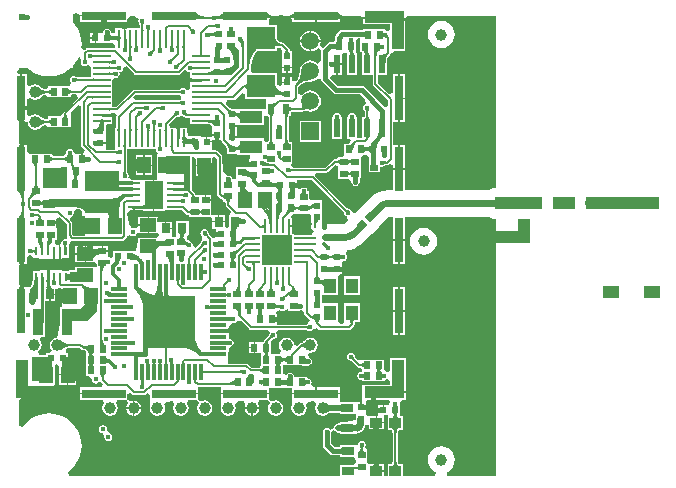
<source format=gtl>
%FSLAX25Y25*%
%MOIN*%
G70*
G01*
G75*
G04 Layer_Physical_Order=1*
G04 Layer_Color=255*
%ADD10C,0.00787*%
%ADD11C,0.00591*%
%ADD12C,0.02362*%
%ADD13C,0.01575*%
%ADD14C,0.01181*%
%ADD15C,0.01000*%
%ADD16C,0.00984*%
%ADD17C,0.01969*%
%ADD18C,0.02756*%
%ADD19R,0.02165X0.03347*%
%ADD20R,0.01969X0.01969*%
%ADD21R,0.14961X0.03150*%
%ADD22R,0.03150X0.14961*%
%ADD23R,0.02362X0.02362*%
%ADD24C,0.03937*%
%ADD25R,0.02559X0.02362*%
%ADD26R,0.02362X0.02559*%
%ADD27R,0.03937X0.03150*%
%ADD28R,0.01969X0.02598*%
%ADD29R,0.02598X0.01969*%
%ADD30R,0.01181X0.05709*%
%ADD31R,0.05709X0.01181*%
%ADD32R,0.17520X0.17520*%
%ADD33R,0.03150X0.03543*%
%ADD34R,0.02362X0.02362*%
%ADD35R,0.02756X0.02362*%
%ADD36R,0.04331X0.01142*%
%ADD37R,0.06221X0.09252*%
%ADD38R,0.09449X0.07480*%
%ADD39R,0.07480X0.04331*%
%ADD40R,0.03937X0.03543*%
%ADD41R,0.04528X0.05709*%
%ADD42R,0.05709X0.04528*%
%ADD43R,0.03740X0.09055*%
%ADD44R,0.11811X0.05118*%
%ADD45R,0.02362X0.06102*%
%ADD46R,0.01142X0.05906*%
%ADD47R,0.05906X0.01142*%
%ADD48R,0.04724X0.05709*%
%ADD49R,0.02362X0.02756*%
%ADD50R,0.01142X0.04528*%
%ADD51R,0.04528X0.01142*%
%ADD52R,0.09843X0.09843*%
%ADD53C,0.01260*%
%ADD54R,0.04134X0.05118*%
%ADD55P,0.03341X4X180.0*%
%ADD56R,0.03150X0.03937*%
%ADD57R,0.05512X0.03937*%
%ADD58R,0.18898X0.03937*%
%ADD59R,0.01102X0.03150*%
%ADD60R,0.03150X0.01102*%
%ADD61C,0.00500*%
%ADD62C,0.01142*%
%ADD63C,0.03937*%
%ADD64R,0.12992X0.03937*%
%ADD65R,0.03937X0.12992*%
%ADD66R,0.08000X0.06900*%
%ADD67R,0.05100X0.04800*%
%ADD68R,0.05300X0.03600*%
%ADD69R,0.01800X0.02100*%
%ADD70R,0.11800X0.04200*%
%ADD71R,0.02200X0.11317*%
%ADD72R,0.06600X0.08100*%
%ADD73R,0.01900X0.04300*%
%ADD74R,0.04600X0.05600*%
%ADD75R,0.08200X0.06284*%
%ADD76R,0.05900X0.05500*%
%ADD77R,0.04961X0.03937*%
%ADD78R,0.15272X0.03937*%
%ADD79R,0.03937X0.07874*%
%ADD80R,0.09803X0.03937*%
%ADD81C,0.05906*%
%ADD82R,0.05906X0.05906*%
%ADD83C,0.01575*%
G36*
X-23348Y42755D02*
X-23335D01*
Y34915D01*
X-23341D01*
X-23441Y34413D01*
X-24243D01*
D01*
X-24243D01*
X-24921Y35091D01*
Y35476D01*
X-33504D01*
D01*
X-33504D01*
X-33759Y35731D01*
X-35513D01*
Y36231D01*
X-33832D01*
Y37662D01*
D01*
Y37662D01*
X-33832Y37662D01*
Y37931D01*
X-33832D01*
Y39363D01*
X-35513D01*
Y39863D01*
X-33832D01*
Y39886D01*
X-33504D01*
Y39886D01*
X-24921D01*
Y43022D01*
X-24105D01*
Y43022D01*
X-23402D01*
X-23348Y42755D01*
D02*
G37*
G36*
X-52135Y42852D02*
X-51613Y42748D01*
X-51612Y42748D01*
X-51412Y42665D01*
X-51401Y42648D01*
X-51401Y42648D01*
X-51399Y42646D01*
D01*
Y42646D01*
X-51399Y42646D01*
Y42646D01*
X-51399Y42646D01*
D01*
D01*
D01*
X-51376Y42656D01*
D01*
X-51327Y42606D01*
X-51047Y42419D01*
X-50717Y42354D01*
X-49434D01*
Y42095D01*
Y40126D01*
X-43102D01*
X-42397Y39834D01*
X-42198Y39681D01*
Y38811D01*
X-42147D01*
Y38287D01*
X-42146D01*
Y36856D01*
X-40465D01*
Y36606D01*
X-40215D01*
Y34925D01*
X-39076D01*
Y34813D01*
X-39003Y34444D01*
X-38794Y34131D01*
X-37657Y32995D01*
X-37661Y32991D01*
X-37661Y32991D01*
X-37661Y32991D01*
D01*
D01*
X-37269Y32044D01*
X-37263D01*
X-37245Y31951D01*
Y30312D01*
X-33780D01*
Y30312D01*
X-33772D01*
X-33504Y30043D01*
Y30043D01*
X-29954D01*
X-29422Y29938D01*
X-29538Y28762D01*
X-29901D01*
Y27331D01*
X-28220D01*
Y26831D01*
X-29901D01*
Y25913D01*
X-30184D01*
Y25913D01*
X-34042D01*
Y22449D01*
X-34042Y22449D01*
X-34042Y21976D01*
D01*
X-34042Y21813D01*
X-34982D01*
Y21813D01*
X-35448Y21813D01*
Y21847D01*
X-35552Y22369D01*
X-35847Y22812D01*
X-36290Y23108D01*
X-36813Y23212D01*
X-37335Y23108D01*
X-38397Y24698D01*
X-38383Y24503D01*
X-38750Y29313D01*
X-38750Y29313D01*
X-38750D01*
X-38815Y29643D01*
X-39002Y29923D01*
X-40402Y31323D01*
X-40682Y31510D01*
X-41013Y31576D01*
X-42263D01*
Y32732D01*
X-42263D01*
Y34163D01*
X-43944D01*
Y34413D01*
X-44194D01*
Y36094D01*
X-45314D01*
X-45314Y36094D01*
Y36094D01*
X-45625Y36094D01*
X-45625D01*
X-46149Y36145D01*
X-46460Y36145D01*
X-46460Y36145D01*
Y36145D01*
X-49613D01*
Y36145D01*
X-49613D01*
D01*
D01*
D01*
D01*
D01*
X-50044D01*
X-50516Y38519D01*
Y39043D01*
X-52761D01*
Y38992D01*
X-53357D01*
Y35539D01*
X-53857D01*
Y38992D01*
X-54453D01*
Y39043D01*
X-56018D01*
X-56470Y40135D01*
X-54049Y42556D01*
X-54036Y42556D01*
D01*
Y42556D01*
X-54036Y42555D01*
X-54026Y42546D01*
X-54024Y42548D01*
D01*
D01*
D01*
D01*
D01*
D01*
X-54024D01*
Y42548D01*
D01*
D01*
D01*
X-54024Y42548D01*
X-54013Y42565D01*
X-53813Y42648D01*
X-53813Y42648D01*
X-53290Y42752D01*
X-52847Y43047D01*
Y43047D01*
X-52578Y43148D01*
X-52135Y42852D01*
D02*
G37*
G36*
X-32303Y-25518D02*
X-29723Y-28098D01*
X-29443Y-28285D01*
X-29443Y-28285D01*
X-29443Y-28285D01*
D01*
X-29443Y-28285D01*
X-29443Y-28285D01*
X-29113Y-28350D01*
X-23548D01*
X-22991Y-29392D01*
X-23174Y-29665D01*
X-23277Y-30187D01*
X-23277Y-30188D01*
X-23360Y-30388D01*
X-23377Y-30399D01*
Y-30399D01*
X-23377Y-30399D01*
X-23379Y-30401D01*
D01*
D01*
X-23379Y-30401D01*
D01*
D01*
X-23379Y-30401D01*
Y-30434D01*
X-24691Y-31746D01*
X-24878Y-32026D01*
X-24944Y-32356D01*
Y-32356D01*
X-24975Y-32356D01*
Y-32356D01*
X-25481Y-32457D01*
X-25565D01*
X-25565Y-32457D01*
Y-32457D01*
X-25876Y-32457D01*
X-26400Y-32508D01*
X-26400D01*
X-26711Y-32508D01*
X-26711Y-32508D01*
Y-32508D01*
X-27831D01*
Y-34287D01*
Y-36067D01*
X-26711D01*
X-26711Y-36067D01*
Y-36067D01*
X-26400Y-36067D01*
X-26400D01*
X-25876Y-36118D01*
X-25813Y-36181D01*
Y-36457D01*
X-25813D01*
Y-40118D01*
Y-40203D01*
X-26220Y-41015D01*
X-26220D01*
D01*
Y-41015D01*
X-26220D01*
Y-41015D01*
X-26220Y-41015D01*
X-26229Y-41024D01*
X-28955D01*
X-30102Y-39877D01*
X-30382Y-39690D01*
X-30713Y-39624D01*
X-37008D01*
Y-37605D01*
X-36723D01*
Y-35687D01*
X-36672D01*
Y-34247D01*
X-36313Y-33952D01*
X-35790Y-33848D01*
X-35348Y-33553D01*
X-35052Y-33110D01*
X-34948Y-32587D01*
X-35052Y-32065D01*
X-35348Y-31622D01*
X-35790Y-31326D01*
X-36313Y-31223D01*
X-36672Y-30928D01*
Y-29467D01*
X-36723D01*
Y-27813D01*
X-36672D01*
Y-27500D01*
X-35635Y-25948D01*
X-35113Y-26052D01*
X-34590Y-25948D01*
X-34148Y-25653D01*
X-33872Y-25240D01*
X-33757Y-25229D01*
X-32303Y-25518D01*
D02*
G37*
G36*
X-73902Y43243D02*
X-74089Y42963D01*
X-74155Y42633D01*
Y39043D01*
X-74414D01*
Y32035D01*
D01*
Y32035D01*
X-74774Y31676D01*
X-77673D01*
Y31676D01*
Y32300D01*
X-77673Y32511D01*
X-77673Y32511D01*
X-77673D01*
Y33731D01*
X-79354D01*
Y34231D01*
X-77673D01*
Y35351D01*
X-77673Y35351D01*
D01*
D01*
Y35351D01*
X-77622Y36186D01*
Y36186D01*
X-77622Y36497D01*
X-77622Y36497D01*
X-77622D01*
Y39650D01*
X-77622Y39650D01*
D01*
X-77146Y40126D01*
X-75497D01*
Y42370D01*
X-75548D01*
Y43346D01*
X-74457Y43798D01*
X-73902Y43243D01*
D02*
G37*
G36*
X-86987Y49058D02*
X-91654Y44391D01*
X-91841Y44111D01*
X-91907Y43781D01*
Y43679D01*
X-92742Y42843D01*
X-92776D01*
X-93013D01*
X-93249D01*
X-93612Y42843D01*
X-93612Y42843D01*
Y42843D01*
X-96713D01*
Y42023D01*
X-96882Y41990D01*
X-96882Y41990D01*
Y41990D01*
X-97058D01*
X-97069Y42001D01*
Y42001D01*
X-97262Y41976D01*
X-97637D01*
X-98514Y42151D01*
X-99228Y42628D01*
X-99296Y42729D01*
X-100129Y43286D01*
X-101113Y43482D01*
X-102096Y43286D01*
X-102789Y42823D01*
X-103831Y43380D01*
Y48446D01*
X-102789Y49002D01*
X-102096Y48539D01*
X-101113Y48344D01*
X-100129Y48539D01*
X-99296Y49096D01*
X-99256Y49156D01*
X-98726Y49563D01*
X-98044Y49845D01*
X-97368Y49934D01*
X-97368Y49934D01*
Y49934D01*
X-96713Y49182D01*
Y49182D01*
X-93612D01*
X-93612Y49182D01*
Y49182D01*
X-93249Y49182D01*
X-93013D01*
X-92776D01*
X-92414Y49182D01*
X-92414Y49182D01*
Y49182D01*
X-89312D01*
Y50060D01*
X-88906Y50140D01*
Y50140D01*
X-88906D01*
X-88906Y50150D01*
X-87439D01*
X-86987Y49058D01*
D02*
G37*
G36*
X-5877Y55413D02*
D01*
X-5877D01*
X-5773Y54890D01*
X-5478Y54448D01*
X-1678Y50648D01*
X-1678D01*
X-1678Y50647D01*
X-1678D01*
X-1678Y50647D01*
Y50647D01*
X-1678Y50647D01*
Y50647D01*
X-1235Y50352D01*
X-713Y50248D01*
X7122D01*
X8670Y48700D01*
X9025Y46914D01*
X8582Y46618D01*
X8286Y46175D01*
X8183Y45653D01*
X8286Y45131D01*
X8582Y44688D01*
X8583Y44688D01*
X8665Y44487D01*
X8661Y44465D01*
X8684D01*
Y42959D01*
X8675Y42959D01*
Y42959D01*
X8675D01*
X8594Y42553D01*
X7815D01*
Y35476D01*
X6279D01*
Y42553D01*
X6043D01*
X5912Y42713D01*
X5808Y43235D01*
X5512Y43678D01*
X5069Y43973D01*
X4547Y44077D01*
X4025Y43973D01*
X3582Y43678D01*
X3286Y43235D01*
X3182Y42713D01*
X3051Y42553D01*
X2815D01*
Y35348D01*
X3715D01*
X3926Y35186D01*
X4092Y34785D01*
X3834Y34302D01*
X3461Y33743D01*
X1887D01*
Y30082D01*
D01*
Y30082D01*
X1218Y29413D01*
X-143D01*
Y29366D01*
X-550Y28553D01*
X-550D01*
D01*
Y28553D01*
X-550D01*
Y28553D01*
X-550Y28553D01*
X-559Y28544D01*
X-1344D01*
X-1674Y28478D01*
X-1954Y28291D01*
X-4470Y25776D01*
X-15175D01*
X-15849Y26686D01*
X-15791Y27012D01*
Y27012D01*
X-15482D01*
Y30476D01*
D01*
Y30476D01*
X-15482Y30476D01*
Y30949D01*
X-15482D01*
Y34413D01*
X-16384D01*
X-16484Y34918D01*
X-16490D01*
Y42755D01*
X-16477D01*
X-16424Y43022D01*
X-15720D01*
Y44317D01*
X-15453Y44370D01*
Y44376D01*
Y44383D01*
X-12079D01*
X-11749Y44449D01*
X-11749Y44449D01*
X-11450Y44618D01*
D01*
D01*
X-11336Y44636D01*
X-11336D01*
X-10934Y44701D01*
X-10934D01*
X-10883Y44715D01*
X-10881Y44714D01*
X-10814Y44701D01*
X-10327Y44499D01*
X-9413Y44378D01*
X-8498Y44499D01*
X-7645Y44852D01*
X-6914Y45414D01*
X-6352Y46145D01*
X-5999Y46998D01*
X-5878Y47913D01*
X-5999Y48827D01*
X-6352Y49680D01*
X-6914Y50412D01*
X-7645Y50973D01*
X-8498Y51326D01*
X-9413Y51447D01*
X-10327Y51326D01*
X-11180Y50973D01*
X-11912Y50412D01*
X-12331Y49865D01*
X-13450Y50245D01*
Y52655D01*
X-13339Y52766D01*
X-13326Y52753D01*
X-13235Y52863D01*
X-12196Y53661D01*
X-10853Y54217D01*
X-9518Y54392D01*
X-9413Y54378D01*
X-8498Y54499D01*
X-7645Y54852D01*
X-6914Y55414D01*
X-5877Y55413D01*
D02*
G37*
G36*
X-31188Y50231D02*
Y48540D01*
X-24105D01*
Y47471D01*
X-24105D01*
Y45319D01*
X-24921D01*
Y45319D01*
X-33504D01*
Y45282D01*
X-33780D01*
Y45282D01*
X-35419D01*
X-35467Y45291D01*
X-35513Y45314D01*
X-35513Y45314D01*
X-35839Y45449D01*
X-36166Y45585D01*
D01*
D01*
X-36166D01*
X-36168Y45583D01*
X-36176Y45575D01*
X-37668Y47067D01*
X-37216Y48159D01*
X-35203D01*
X-34834Y48232D01*
X-34522Y48441D01*
X-32279Y50683D01*
X-31188Y50231D01*
D02*
G37*
G36*
X-53001Y50040D02*
X-53001D01*
X-53001Y50026D01*
Y50026D01*
D01*
D01*
Y50026D01*
D01*
D01*
X-53001D01*
D01*
X-52412Y49703D01*
X-52412Y49703D01*
D01*
Y48522D01*
X-52412D01*
X-53001Y48199D01*
D01*
X-53001D01*
D01*
D01*
D01*
Y48199D01*
D01*
D01*
Y48199D01*
X-53024Y48176D01*
X-67986D01*
X-68438Y49267D01*
X-67655Y50050D01*
X-53001D01*
X-53001Y50040D01*
D02*
G37*
G36*
X-80513Y-19387D02*
Y-21987D01*
X-83813Y-25287D01*
X-89813D01*
Y-21287D01*
X-86013D01*
X-84513Y-19787D01*
Y-19187D01*
X-84113Y-18787D01*
X-81113D01*
X-80513Y-19387D01*
D02*
G37*
G36*
X-86595Y11812D02*
X-85449Y11338D01*
X-85369Y11276D01*
Y9678D01*
X-84520D01*
Y9667D01*
X-84520D01*
Y6563D01*
X-81756D01*
Y6063D01*
X-84520D01*
Y3076D01*
X-88355D01*
X-88750Y3470D01*
Y7113D01*
X-88815Y7443D01*
X-89002Y7723D01*
X-89490Y8210D01*
X-89147Y9340D01*
X-89090Y9352D01*
X-88648Y9647D01*
X-88352Y10090D01*
X-88248Y10613D01*
X-88340Y11073D01*
X-87532Y11936D01*
X-86595Y11812D01*
D02*
G37*
G36*
X-9698Y10436D02*
X-9698D01*
X-9045Y9783D01*
Y7412D01*
X-8904D01*
Y6734D01*
X-9053Y6510D01*
X-9145Y6050D01*
X-9053Y5589D01*
X-8793Y5198D01*
X-8402Y4937D01*
X-8385Y4934D01*
X-8296Y4697D01*
X-8732Y3643D01*
X-8783Y3256D01*
X-9541D01*
Y3256D01*
X-15006D01*
Y3618D01*
X-15419D01*
Y6018D01*
X-16490D01*
Y6518D01*
X-15419D01*
Y9031D01*
X-15588D01*
X-15700Y9301D01*
X-15044Y10283D01*
X-14012D01*
Y10436D01*
X-13556D01*
Y10436D01*
X-9698D01*
D01*
D02*
G37*
G36*
X50656Y9061D02*
X51422Y8743D01*
X52244Y8635D01*
X52362D01*
Y-76934D01*
X36270D01*
X36040Y-75775D01*
X36518Y-75578D01*
X37456Y-74857D01*
X38176Y-73919D01*
X38629Y-72826D01*
X38783Y-71653D01*
X38629Y-70481D01*
X38176Y-69388D01*
X37456Y-68449D01*
X36518Y-67730D01*
X35425Y-67277D01*
X34252Y-67122D01*
X33079Y-67277D01*
X31986Y-67730D01*
X31048Y-68449D01*
X30328Y-69388D01*
X29875Y-70481D01*
X29721Y-71653D01*
X29875Y-72826D01*
X30328Y-73919D01*
X31048Y-74857D01*
X31986Y-75578D01*
X32464Y-75775D01*
X32234Y-76934D01*
X21417D01*
Y-73071D01*
X20007D01*
X19863Y-72723D01*
X19777Y-72068D01*
X19782Y-72026D01*
X19761D01*
Y-63013D01*
X19782D01*
X19777Y-62971D01*
X19863Y-62317D01*
X20132Y-61668D01*
X20203Y-61575D01*
X21417D01*
Y-56929D01*
X20630D01*
Y-56850D01*
X20630D01*
Y-53386D01*
X20630D01*
X20522Y-53214D01*
X20680Y-52149D01*
X21221Y-51787D01*
X22387D01*
Y-37687D01*
X17053D01*
Y-42005D01*
X16201Y-42460D01*
X15188Y-41853D01*
Y-38257D01*
X12086D01*
X12086Y-38257D01*
Y-38257D01*
X11724Y-38257D01*
X11487D01*
X11251D01*
X10888Y-38257D01*
X10888Y-38257D01*
Y-38257D01*
X7787D01*
Y-38257D01*
X6277Y-38257D01*
X5554Y-37501D01*
Y-37501D01*
X5535Y-37488D01*
X5452Y-37288D01*
X5452Y-37287D01*
X5348Y-36765D01*
X5052Y-36322D01*
X4610Y-36026D01*
X4087Y-35923D01*
X3565Y-36026D01*
X3122Y-36322D01*
X2826Y-36765D01*
X2723Y-37287D01*
X2826Y-37810D01*
X3122Y-38252D01*
X3565Y-38548D01*
X4087Y-38652D01*
X4088Y-38652D01*
X4288Y-38735D01*
X4299Y-38752D01*
X4299Y-38752D01*
X4301Y-38754D01*
D01*
Y-38754D01*
X4301Y-38754D01*
Y-38754D01*
X4301Y-38754D01*
D01*
D01*
D01*
X4324Y-38744D01*
X6277Y-40698D01*
X6557Y-40885D01*
X6887Y-40950D01*
X7298D01*
X7380Y-40960D01*
D01*
Y-40960D01*
D01*
D01*
D01*
D01*
X7380D01*
X7787Y-41772D01*
Y-41918D01*
Y-42159D01*
X7587Y-42323D01*
X7065Y-42426D01*
X6622Y-42722D01*
X6327Y-43165D01*
X6223Y-43687D01*
X6327Y-44210D01*
X6622Y-44653D01*
X7065Y-44948D01*
X7587Y-45052D01*
X7787Y-45216D01*
Y-45518D01*
X10888D01*
X10888Y-45518D01*
Y-45518D01*
X11251Y-45518D01*
X11487D01*
X11724D01*
X12086Y-45518D01*
X12086Y-45518D01*
Y-45518D01*
X15188D01*
Y-45518D01*
X16012Y-44813D01*
Y-44813D01*
X17053Y-45370D01*
Y-46787D01*
X7953D01*
Y-51444D01*
X7953Y-51444D01*
X7953D01*
X7953Y-51787D01*
X7671Y-52069D01*
Y-53711D01*
X9102D01*
Y-52623D01*
X9102Y-52623D01*
D01*
D01*
X9102Y-52280D01*
D01*
X9595Y-51787D01*
X16574D01*
X17178Y-52191D01*
D01*
Y-52191D01*
X17203Y-52423D01*
X16855Y-53395D01*
X16642Y-53437D01*
X16642D01*
X16330Y-53437D01*
X16330Y-53437D01*
Y-53437D01*
X15211D01*
Y-55118D01*
X14961D01*
Y-55368D01*
X13280D01*
Y-56145D01*
X13280Y-56145D01*
X13280D01*
X13280Y-56799D01*
X13098Y-56980D01*
X12848D01*
Y-59002D01*
X15067D01*
Y-57634D01*
X15067Y-57634D01*
D01*
D01*
X15067Y-56980D01*
D01*
X15248Y-56799D01*
X16330D01*
D01*
D01*
D01*
X16330Y-56799D01*
D01*
X16378Y-56847D01*
Y-56929D01*
X16378Y-56929D01*
X16378Y-56929D01*
D01*
D01*
X16378D01*
D01*
Y-61575D01*
X17592D01*
X17664Y-61668D01*
X17932Y-62317D01*
X18019Y-62971D01*
X18013Y-63013D01*
X18035D01*
Y-72026D01*
X18013D01*
X18019Y-72068D01*
X17932Y-72723D01*
X17788Y-73071D01*
X16378D01*
Y-76934D01*
X15067D01*
Y-75644D01*
X12598D01*
Y-75394D01*
X12348D01*
Y-73122D01*
X10130D01*
X10130Y-73122D01*
X10130D01*
X10130Y-73122D01*
X9518Y-72324D01*
Y-72324D01*
Y-72257D01*
Y-72087D01*
X9518Y-71851D01*
D01*
X9518Y-71488D01*
X9518Y-71488D01*
X9518D01*
Y-68387D01*
X9415D01*
X8858Y-67345D01*
X8948Y-67210D01*
X9052Y-66687D01*
X8948Y-66165D01*
X8653Y-65722D01*
X8210Y-65426D01*
X7687Y-65323D01*
X7165Y-65426D01*
X6722Y-65722D01*
X6426Y-66165D01*
X6345Y-66575D01*
X5669D01*
Y-66575D01*
X630D01*
Y-67336D01*
X-1334D01*
X-2448Y-66222D01*
Y-62387D01*
X-2463Y-62310D01*
X-1372Y-61858D01*
X-1187Y-62134D01*
X-679Y-62474D01*
X-80Y-62593D01*
X396D01*
Y-63200D01*
X5435D01*
Y-63200D01*
X5563Y-62975D01*
X6596Y-62781D01*
X6597D01*
Y-62781D01*
X6597Y-62781D01*
X6813Y-62752D01*
X7518Y-62460D01*
X8124Y-61995D01*
X8588Y-61390D01*
X8880Y-60684D01*
X8951Y-60146D01*
X10056Y-60219D01*
X10130Y-60233D01*
Y-61524D01*
X12348D01*
Y-59252D01*
Y-56980D01*
X10130D01*
Y-56980D01*
X9657D01*
X9154Y-56477D01*
Y-56477D01*
D01*
D01*
Y-56477D01*
Y-56165D01*
Y-56166D01*
Y-56165D01*
X9123Y-55855D01*
X9123Y-55855D01*
X9103Y-55646D01*
X9102Y-55642D01*
Y-55642D01*
X9102Y-55330D01*
X9102Y-55330D01*
X9102D01*
Y-54211D01*
X7421D01*
Y-53961D01*
X7171D01*
Y-52280D01*
X6271D01*
X6271Y-52280D01*
Y-52280D01*
X5740Y-52280D01*
X5740D01*
X5435Y-52255D01*
X4905Y-52255D01*
X4905Y-52255D01*
Y-52255D01*
X500D01*
Y-51681D01*
D01*
D01*
D01*
X500Y-51681D01*
X500Y-51681D01*
Y-49856D01*
X-15461D01*
Y-51681D01*
X-15461D01*
X-15461Y-53393D01*
X-15495Y-53444D01*
X-15690Y-54428D01*
X-15495Y-55411D01*
X-14938Y-56244D01*
X-14104Y-56801D01*
X-13121Y-56997D01*
X-12138Y-56801D01*
X-11305Y-56244D01*
X-10748Y-55411D01*
X-10552Y-54428D01*
X-10748Y-53444D01*
X-10786Y-53387D01*
X-10261Y-52329D01*
X-8059Y-52197D01*
X-7472Y-53221D01*
X-7621Y-53444D01*
X-7816Y-54428D01*
X-7621Y-55411D01*
X-7064Y-56244D01*
X-6230Y-56801D01*
X-5247Y-56997D01*
X-4264Y-56801D01*
X-3431Y-56244D01*
X-3405Y-56206D01*
X-3129Y-56022D01*
X-2759Y-55948D01*
Y-55947D01*
X396D01*
Y-56507D01*
X5435D01*
D01*
Y-56507D01*
D01*
Y-56507D01*
X5435Y-56507D01*
X5435D01*
X5689D01*
D01*
Y-57803D01*
X5663Y-57936D01*
X5682Y-58035D01*
X5481Y-58281D01*
X2126Y-58948D01*
X396D01*
Y-59462D01*
X-80D01*
X-679Y-59581D01*
X-1187Y-59921D01*
X-1527Y-60429D01*
X-1646Y-61028D01*
X-1615Y-61182D01*
X-2706Y-61634D01*
X-2847Y-61422D01*
X-3290Y-61127D01*
X-3813Y-61023D01*
X-4335Y-61127D01*
X-4778Y-61422D01*
X-5074Y-61865D01*
X-5177Y-62387D01*
Y-66787D01*
X-5074Y-67310D01*
X-4778Y-67752D01*
X-2864Y-69666D01*
X-2421Y-69962D01*
X-1899Y-70066D01*
X630D01*
Y-70827D01*
X5021D01*
Y-70827D01*
D01*
D01*
X5021D01*
D01*
X5497Y-71302D01*
X5857Y-71662D01*
Y-71851D01*
Y-72087D01*
Y-72324D01*
Y-72433D01*
X5021Y-73268D01*
X630D01*
Y-76934D01*
X-89991D01*
X-90311Y-75797D01*
X-90105Y-75671D01*
X-88816Y-74570D01*
X-87715Y-73280D01*
X-86829Y-71835D01*
X-86180Y-70268D01*
X-85784Y-68620D01*
X-85651Y-66929D01*
X-85784Y-65239D01*
X-86180Y-63590D01*
X-86829Y-62024D01*
X-87715Y-60578D01*
X-88816Y-59289D01*
X-90105Y-58187D01*
X-91551Y-57301D01*
X-93118Y-56652D01*
X-94766Y-56257D01*
X-96457Y-56124D01*
X-98147Y-56257D01*
X-99796Y-56652D01*
X-101362Y-57301D01*
X-102808Y-58187D01*
X-104097Y-59289D01*
X-105199Y-60578D01*
X-105325Y-60784D01*
X-106461Y-60463D01*
Y-52000D01*
X-106479Y-51913D01*
X-105729Y-51000D01*
X-94700D01*
Y-46693D01*
X-94541D01*
Y-40129D01*
X-93763Y-39737D01*
X-93033Y-40399D01*
Y-40404D01*
X-93033Y-40404D01*
X-93033D01*
Y-43037D01*
X-87506D01*
Y-39933D01*
X-89798D01*
X-90163Y-39568D01*
X-90163Y-39098D01*
X-90163Y-39098D01*
X-90163D01*
Y-38137D01*
X-91844D01*
Y-37637D01*
X-90163D01*
Y-36206D01*
X-90353D01*
X-90990Y-35780D01*
X-90875Y-34605D01*
X-90482Y-34442D01*
X-89735Y-34343D01*
X-89661Y-34353D01*
Y-34328D01*
X-86393D01*
X-85923Y-34798D01*
X-85643Y-34985D01*
X-85313Y-35050D01*
X-85307D01*
X-84626Y-35186D01*
X-84313Y-35395D01*
Y-36518D01*
Y-40118D01*
Y-43718D01*
X-83210D01*
X-82842Y-43964D01*
X-82295Y-44631D01*
X-82346Y-44887D01*
X-82242Y-45410D01*
X-81946Y-45853D01*
X-81503Y-46148D01*
X-80981Y-46252D01*
X-80459Y-46148D01*
X-80016Y-45853D01*
X-80016Y-45853D01*
Y-45853D01*
X-79254Y-45566D01*
Y-45566D01*
X-79254Y-45566D01*
X-78380Y-46440D01*
X-78832Y-47532D01*
X-86327D01*
Y-49356D01*
X-78347D01*
Y-49856D01*
X-86327D01*
Y-51681D01*
X-78620D01*
X-78397Y-52015D01*
X-78018Y-52723D01*
X-78528Y-53485D01*
X-78723Y-54469D01*
X-78528Y-55452D01*
X-77971Y-56285D01*
X-77138Y-56842D01*
X-76154Y-57038D01*
X-75171Y-56842D01*
X-74338Y-56285D01*
X-73781Y-55452D01*
X-73585Y-54469D01*
X-73781Y-53485D01*
X-74290Y-52723D01*
X-73912Y-52015D01*
X-73689Y-51681D01*
X-70642D01*
X-70599Y-51761D01*
D01*
X-70085Y-52723D01*
X-70606Y-53501D01*
X-70747Y-54215D01*
X-68530D01*
Y-51997D01*
X-69244Y-52139D01*
X-69324Y-52193D01*
X-70366Y-51637D01*
D01*
Y-51534D01*
X-70366D01*
Y-49797D01*
X-69275Y-49346D01*
X-68823Y-49798D01*
X-68543Y-49985D01*
X-68213Y-50050D01*
X-64713D01*
X-64382Y-49985D01*
X-64102Y-49798D01*
X-63796Y-49491D01*
X-62705Y-49943D01*
Y-51681D01*
X-62705D01*
X-62705Y-53393D01*
X-62739Y-53444D01*
X-62934Y-54428D01*
X-62739Y-55411D01*
X-62182Y-56244D01*
X-61348Y-56801D01*
X-60365Y-56997D01*
X-59382Y-56801D01*
X-58549Y-56244D01*
X-57992Y-55411D01*
X-57796Y-54428D01*
X-57992Y-53444D01*
X-58030Y-53387D01*
X-57505Y-52329D01*
X-55325Y-52198D01*
X-54737Y-53222D01*
X-54928Y-53507D01*
X-55123Y-54491D01*
X-54928Y-55474D01*
X-54371Y-56307D01*
X-53537Y-56864D01*
X-52554Y-57060D01*
X-51571Y-56864D01*
X-50738Y-56307D01*
X-50181Y-55474D01*
X-49985Y-54491D01*
X-50181Y-53507D01*
X-50562Y-52937D01*
X-50037Y-51879D01*
X-47099Y-51702D01*
X-46511Y-52727D01*
X-46991Y-53444D01*
X-47186Y-54428D01*
X-46991Y-55411D01*
X-46434Y-56244D01*
X-45601Y-56801D01*
X-44617Y-56997D01*
X-43634Y-56801D01*
X-42801Y-56244D01*
X-42244Y-55411D01*
X-42048Y-54428D01*
X-42244Y-53444D01*
X-42801Y-52611D01*
X-43634Y-52054D01*
X-44617Y-51859D01*
X-45601Y-52054D01*
X-45702Y-52122D01*
X-46744Y-51565D01*
Y-51565D01*
Y-49856D01*
X-54724D01*
Y-49356D01*
X-46744D01*
Y-47532D01*
D01*
Y-47532D01*
X-46563Y-47350D01*
X-39083D01*
Y-47350D01*
Y-47532D01*
X-39083Y-48186D01*
X-39083Y-48186D01*
X-39083D01*
Y-49356D01*
X-23122D01*
Y-47718D01*
X-22712D01*
X-22712D01*
D01*
X-22349D01*
X-22349D01*
X-22113D01*
X-21876D01*
X-21514Y-47718D01*
X-21514Y-47718D01*
Y-47718D01*
X-18412D01*
Y-47718D01*
X-18412D01*
X-18412Y-47718D01*
X-17813D01*
Y-47718D01*
X-15461D01*
Y-49356D01*
X-7730D01*
Y-47532D01*
X-8548D01*
X-9105Y-46490D01*
X-9052Y-46410D01*
X-8948Y-45887D01*
X-9052Y-45365D01*
X-9347Y-44922D01*
X-9790Y-44627D01*
X-10313Y-44523D01*
X-10412Y-44441D01*
Y-44057D01*
X-13876D01*
D01*
D01*
X-13876Y-44057D01*
X-14349D01*
D01*
X-14716Y-44057D01*
Y-43856D01*
X-14820Y-43334D01*
X-15116Y-42891D01*
X-15559Y-42595D01*
X-16081Y-42491D01*
X-16603Y-42595D01*
X-17046Y-42891D01*
X-17282Y-43243D01*
X-18412Y-42900D01*
Y-40218D01*
X-18013D01*
Y-40218D01*
X-14911D01*
X-14911Y-40218D01*
Y-40218D01*
X-14549Y-40218D01*
X-14313D01*
X-14076D01*
X-13714Y-40218D01*
X-13714Y-40218D01*
Y-40218D01*
X-12015D01*
X-11844Y-40252D01*
X-10465D01*
X-10424Y-40258D01*
Y-40252D01*
X-10213D01*
X-9690Y-40148D01*
X-9247Y-39852D01*
X-8952Y-39410D01*
X-8848Y-38887D01*
X-8952Y-38365D01*
X-9247Y-37922D01*
X-9690Y-37626D01*
X-9954Y-37574D01*
X-10213Y-36540D01*
Y-36406D01*
X-9699Y-35984D01*
X-9449Y-36034D01*
X-8466Y-35838D01*
X-7632Y-35281D01*
X-7075Y-34448D01*
X-6880Y-33465D01*
X-7075Y-32481D01*
X-7632Y-31648D01*
X-8466Y-31091D01*
X-9449Y-30896D01*
X-10432Y-31091D01*
X-11265Y-31648D01*
X-11553Y-32079D01*
X-11694Y-32220D01*
X-11694Y-32220D01*
X-11992Y-32395D01*
X-12290Y-32571D01*
X-12290Y-32581D01*
X-12290Y-32581D01*
X-12290D01*
D01*
X-12290Y-32581D01*
X-12290Y-32581D01*
D01*
D01*
D01*
D01*
D01*
D01*
D01*
X-12290Y-32589D01*
X-12290Y-32601D01*
X-12290Y-32601D01*
X-12620Y-32667D01*
X-12900Y-32854D01*
X-13662Y-33616D01*
X-14792Y-33273D01*
X-14949Y-32481D01*
X-15506Y-31648D01*
X-16340Y-31091D01*
X-17323Y-30896D01*
X-18306Y-31091D01*
X-19139Y-31648D01*
X-19696Y-32481D01*
X-19892Y-33465D01*
X-19696Y-34448D01*
X-19139Y-35281D01*
X-19072Y-35326D01*
X-19414Y-36457D01*
X-21514D01*
X-21514Y-36457D01*
Y-36457D01*
X-21876Y-36457D01*
X-22113D01*
X-22349D01*
X-22412Y-36394D01*
Y-36118D01*
X-22412D01*
Y-32457D01*
X-22412Y-32457D01*
X-22412Y-32457D01*
D01*
X-22126Y-31654D01*
Y-31654D01*
X-22125Y-31652D01*
X-22125D01*
Y-31652D01*
D01*
X-22125D01*
X-22113Y-31635D01*
X-21913Y-31552D01*
X-21913Y-31552D01*
X-21390Y-31448D01*
X-20947Y-31152D01*
X-20652Y-30710D01*
X-20548Y-30187D01*
X-20652Y-29665D01*
X-20834Y-29392D01*
X-20277Y-28350D01*
X-10801D01*
X-10801Y-28360D01*
D01*
X-10801Y-28374D01*
Y-28374D01*
D01*
D01*
X-10801D01*
X-10798Y-28373D01*
D01*
D01*
X-10798D01*
D01*
D01*
X-10778Y-28369D01*
X-10578Y-28452D01*
X-10578Y-28453D01*
X-10135Y-28748D01*
X-9613Y-28852D01*
X-9090Y-28748D01*
X-8647Y-28453D01*
X-8352Y-28010D01*
X-8331Y-27905D01*
X-7201Y-27562D01*
X-6694Y-28069D01*
X-6381Y-28278D01*
X-6013Y-28351D01*
X3387D01*
X3756Y-28278D01*
X4069Y-28069D01*
X5100Y-27037D01*
X5309Y-26725D01*
X5382Y-26356D01*
Y-26356D01*
X5392Y-26356D01*
Y-26356D01*
X5392D01*
X5567Y-25725D01*
D01*
X5567Y-25725D01*
X7037D01*
Y-19505D01*
X1801D01*
Y-25725D01*
X1801D01*
Y-26147D01*
X667Y-26373D01*
X-246Y-25624D01*
Y-19505D01*
X-4696D01*
X-4696Y-19505D01*
Y-19505D01*
X-5483Y-19505D01*
X-5531Y-19456D01*
Y-18662D01*
X-5531Y-18662D01*
D01*
D01*
X-5531Y-18538D01*
Y-18386D01*
Y-18182D01*
Y-18076D01*
Y-17827D01*
X-5531Y-17737D01*
X-5531Y-17703D01*
X-5531Y-17703D01*
X-5531D01*
Y-16719D01*
X-5483Y-16670D01*
X-4696Y-16670D01*
X-4696Y-16670D01*
Y-16670D01*
X-246D01*
Y-10472D01*
X-246Y-10472D01*
D01*
D01*
X-246Y-10450D01*
D01*
X566Y-9637D01*
X1095D01*
Y-8206D01*
X-586D01*
Y-7706D01*
X1095D01*
Y-6586D01*
X1095Y-6586D01*
D01*
X1238Y-5557D01*
X1238Y-5557D01*
X1487Y-5352D01*
X2010Y-5248D01*
X2452Y-4953D01*
X2748Y-4510D01*
X2852Y-3987D01*
X2748Y-3465D01*
X2452Y-3022D01*
X2379Y-2973D01*
X2666Y-1828D01*
X3811Y-1715D01*
X5269Y-1273D01*
X6612Y-555D01*
X7789Y411D01*
X7789Y411D01*
X10839Y3461D01*
X11013Y3688D01*
X13396Y6071D01*
X13623Y6245D01*
X16789Y9411D01*
X18004D01*
Y1825D01*
X22154D01*
Y9411D01*
X50199D01*
X50656Y9061D01*
D02*
G37*
G36*
X-90476Y6755D02*
Y3113D01*
X-90410Y2782D01*
X-90410Y2782D01*
X-90410Y2782D01*
X-90512Y1973D01*
D01*
X-91034Y2077D01*
X-91556Y1973D01*
X-91999Y1678D01*
X-92295Y1235D01*
X-92399Y713D01*
D01*
D01*
D01*
X-92399Y713D01*
Y713D01*
X-92716Y21D01*
Y-2216D01*
X-93216D01*
Y-141D01*
X-93658D01*
X-94530Y442D01*
X-94613Y998D01*
X-94396Y1712D01*
X-93982D01*
Y4865D01*
X-93982Y4865D01*
D01*
D01*
X-93982Y4865D01*
X-93982Y5176D01*
X-94012Y5486D01*
X-94012Y5487D01*
X-94033Y5696D01*
X-94033Y5700D01*
Y5700D01*
X-94033Y6011D01*
X-94033Y6012D01*
X-94033D01*
Y7131D01*
X-95813D01*
Y7631D01*
X-94033D01*
Y8769D01*
X-92942Y9221D01*
X-90476Y6755D01*
D02*
G37*
G36*
X-92951Y-14516D02*
X-92347Y-14878D01*
Y-16966D01*
X-89583D01*
Y-17466D01*
X-92347D01*
Y-20570D01*
D01*
Y-20570D01*
X-92386Y-20609D01*
X-92813D01*
Y-26430D01*
X-93701Y-30896D01*
X-94684Y-31091D01*
X-95517Y-31648D01*
X-96074Y-32481D01*
X-96270Y-33465D01*
X-96074Y-34448D01*
X-95629Y-35113D01*
X-96186Y-36155D01*
X-97513D01*
Y-36591D01*
X-99684D01*
X-100027Y-35461D01*
X-99758Y-35281D01*
X-99201Y-34448D01*
X-99006Y-33465D01*
X-99201Y-32481D01*
X-99651Y-31808D01*
X-99095Y-30766D01*
X-97813D01*
Y-20609D01*
X-97844D01*
Y-18759D01*
X-96407D01*
Y-16487D01*
X-96157D01*
Y-16237D01*
X-94082D01*
Y-14957D01*
X-93438Y-14314D01*
X-92951Y-14516D01*
D02*
G37*
G36*
X-16843Y-21988D02*
X-13182D01*
Y-21988D01*
X-12489Y-21536D01*
Y-21536D01*
X-12241Y-21740D01*
X-11576Y-22736D01*
Y-22787D01*
X-11576Y-22787D01*
X-11576D01*
X-11503Y-23156D01*
X-11294Y-23469D01*
X-9925Y-24837D01*
X-9654Y-25018D01*
X-9698Y-25239D01*
X-10135Y-26226D01*
X-10578Y-26522D01*
X-10578Y-26523D01*
X-10778Y-26606D01*
X-10798Y-26602D01*
Y-26602D01*
D01*
Y-26602D01*
X-10801Y-26601D01*
D01*
D01*
X-10801D01*
X-10801D01*
D01*
D01*
D01*
Y-26601D01*
X-10824Y-26624D01*
X-20606D01*
X-20663Y-26567D01*
X-20663Y-25789D01*
X-20663Y-25789D01*
X-20663D01*
Y-25037D01*
X-22344D01*
Y-24537D01*
X-20663D01*
Y-23008D01*
X-20782D01*
Y-22299D01*
X-20296Y-21974D01*
X-19740Y-21678D01*
X-19335Y-21948D01*
X-18813Y-22052D01*
X-18290Y-21948D01*
X-17848Y-21653D01*
D01*
Y-21653D01*
X-17848Y-21653D01*
Y-21653D01*
Y-21653D01*
X-16843Y-21351D01*
X-16843Y-21351D01*
Y-21988D01*
D02*
G37*
G36*
X1730Y10949D02*
X1730Y10936D01*
X1730Y10936D01*
X1721Y10926D01*
X1723Y10925D01*
D01*
Y10925D01*
X1723D01*
X1723Y10925D01*
X1740Y10913D01*
X1823Y10713D01*
X1823Y10713D01*
X1926Y10190D01*
X2222Y9747D01*
X2665Y9452D01*
X2946Y9396D01*
X3288Y8266D01*
X1903Y6881D01*
X-3923D01*
X-4272Y7114D01*
X-4713Y7202D01*
X-4713Y7202D01*
X-4713Y7202D01*
X-5580Y7412D01*
Y7412D01*
D01*
X-5580Y7412D01*
Y10876D01*
D01*
Y10876D01*
X-5580Y10876D01*
Y11349D01*
X-5580D01*
Y14813D01*
X-9045D01*
D01*
X-9045D01*
X-9698Y15466D01*
Y17838D01*
X-10262D01*
X-10366Y18359D01*
X-10662Y18802D01*
X-11105Y19098D01*
X-11627Y19202D01*
X-12149Y19098D01*
X-12592Y18802D01*
X-12819Y18463D01*
X-13949Y18806D01*
Y19563D01*
X-15630D01*
Y20063D01*
X-13949D01*
Y20814D01*
X-13949Y20814D01*
D01*
D01*
X-13949Y21494D01*
D01*
X-13793Y21650D01*
X-8970D01*
X1730Y10949D01*
D02*
G37*
G36*
X-60877Y31913D02*
X-60773Y31390D01*
X-60478Y30948D01*
X-60035Y30652D01*
X-60035Y30652D01*
X-60528Y29902D01*
X-60527D01*
Y23091D01*
X-60528D01*
X-60457Y23005D01*
X-60475Y22913D01*
Y21913D01*
X-60700Y21639D01*
X-61363D01*
Y16513D01*
Y11387D01*
X-58002D01*
Y11453D01*
X-57735D01*
Y11453D01*
X-52302D01*
Y11453D01*
X-52076Y11453D01*
X-50902Y10279D01*
X-50902D01*
X-50902Y10279D01*
X-50902D01*
X-50902Y10279D01*
Y10279D01*
X-50902Y10279D01*
Y10279D01*
X-50589Y10071D01*
X-50221Y9997D01*
X-49968D01*
Y9985D01*
X-49759Y9943D01*
Y9212D01*
X-46098D01*
Y9228D01*
X-42484D01*
D01*
Y9228D01*
D01*
D01*
Y9228D01*
X-42484D01*
X-42043Y8787D01*
Y7963D01*
X-40218D01*
Y9984D01*
X-42043D01*
D01*
Y9984D01*
D01*
D01*
X-42043D01*
D01*
D01*
X-42484D01*
X-42484D01*
Y12381D01*
X-42484Y12381D01*
D01*
D01*
X-42484Y12382D01*
X-42484Y12693D01*
X-42515Y13003D01*
X-42515Y13003D01*
X-42535Y13212D01*
X-42535Y13216D01*
Y13216D01*
X-42535Y13528D01*
X-42535Y13528D01*
X-42535D01*
Y14648D01*
X-44315D01*
Y14898D01*
X-44565D01*
Y16579D01*
X-45263D01*
X-45263Y16579D01*
Y16579D01*
X-46095Y16579D01*
X-46098Y16613D01*
X-46930Y16613D01*
X-46930Y16613D01*
Y16613D01*
X-47652D01*
X-47669Y16620D01*
X-47723Y16891D01*
X-47931Y17203D01*
X-48856Y18128D01*
Y29197D01*
X-48558Y29320D01*
X-47576Y28664D01*
Y26647D01*
X-42049D01*
Y28985D01*
X-41458Y29230D01*
X-40476Y28574D01*
Y17013D01*
X-40410Y16682D01*
X-40223Y16402D01*
X-39354Y15534D01*
X-39074Y15347D01*
X-38744Y15281D01*
X-38744D01*
X-38744Y15253D01*
X-38744D01*
X-38643Y14746D01*
Y14412D01*
X-37766D01*
X-37765Y14412D01*
D01*
X-37685Y14006D01*
X-37685D01*
Y14006D01*
X-37676Y14006D01*
Y13313D01*
X-37610Y12982D01*
X-37423Y12702D01*
X-35847Y11127D01*
X-36299Y10035D01*
X-36583D01*
Y7363D01*
X-36609Y7231D01*
Y6022D01*
X-37247Y5563D01*
X-37894Y6150D01*
Y7463D01*
X-42043D01*
Y5441D01*
X-40862D01*
Y5441D01*
Y5309D01*
X-40862Y4606D01*
X-40862Y4606D01*
X-40862D01*
Y3878D01*
X-39181D01*
Y3378D01*
X-40862D01*
Y2729D01*
X-40862Y2729D01*
X-40862D01*
Y2701D01*
X-41992Y2358D01*
X-42102Y2523D01*
X-43205Y3626D01*
X-43195Y3649D01*
X-43195Y3649D01*
X-43195D01*
X-43195Y3649D01*
X-43195D01*
X-43198Y3650D01*
D01*
X-43205Y3655D01*
D01*
X-43215Y3662D01*
X-43297Y3862D01*
X-43297Y3862D01*
X-43401Y4385D01*
X-43697Y4827D01*
X-44140Y5123D01*
X-44662Y5227D01*
X-45184Y5123D01*
X-45627Y4827D01*
X-45923Y4385D01*
X-46027Y3862D01*
X-45923Y3340D01*
X-45627Y2897D01*
X-45574Y2861D01*
Y1680D01*
X-45578Y1678D01*
X-45873Y1235D01*
X-45977Y713D01*
X-45977Y712D01*
X-46060Y512D01*
X-46077Y501D01*
Y501D01*
X-46077Y501D01*
X-46079Y499D01*
D01*
D01*
X-46079Y499D01*
D01*
D01*
X-46079Y499D01*
Y466D01*
X-47585Y-1039D01*
X-48626Y-482D01*
X-48548Y-87D01*
X-48652Y435D01*
X-48782Y630D01*
X-48782D01*
X-48782Y630D01*
X-48782Y630D01*
X-49053Y1036D01*
X-49780Y1522D01*
X-50637Y1693D01*
D01*
X-50637D01*
X-50641Y1696D01*
X-50641Y2839D01*
D01*
X-50326Y3153D01*
X-49996D01*
Y7799D01*
X-54248D01*
Y3154D01*
X-54248D01*
Y2893D01*
X-54302Y2839D01*
X-54302D01*
Y2513D01*
X-54482D01*
Y2513D01*
X-55304Y2513D01*
X-55559Y2513D01*
Y3205D01*
X-55559Y3349D01*
X-55559Y3349D01*
X-55559D01*
Y5226D01*
X-57634D01*
Y5476D01*
X-57884D01*
Y7748D01*
X-59223D01*
X-59223Y7748D01*
Y7748D01*
X-59709Y7748D01*
X-60058Y8098D01*
Y9320D01*
X-63163D01*
Y6556D01*
Y3792D01*
X-60544D01*
X-60544Y3792D01*
Y3792D01*
X-60058Y3792D01*
X-59772Y3311D01*
X-60356Y2284D01*
X-66818D01*
Y1361D01*
X-67498Y-2055D01*
X-67812D01*
Y-2055D01*
X-71276D01*
D01*
D01*
X-71276Y-2055D01*
X-71749D01*
Y-2055D01*
X-75213D01*
Y-3993D01*
X-75861Y-4339D01*
X-76407Y-4079D01*
X-76933Y-3764D01*
X-76933Y-3489D01*
X-76933Y-3488D01*
X-76933D01*
Y-2369D01*
X-78713D01*
Y-2119D01*
X-78963D01*
Y-438D01*
X-80214D01*
X-80214Y-438D01*
Y-438D01*
X-80492Y-438D01*
X-80492D01*
X-81050Y-328D01*
X-81327Y-328D01*
X-81327Y-328D01*
Y-328D01*
X-84154D01*
Y-3092D01*
Y-5856D01*
X-81379D01*
X-81379Y-5856D01*
Y-5856D01*
X-81050Y-5856D01*
X-80543Y-6362D01*
Y-7364D01*
X-80998D01*
Y-7364D01*
X-87809D01*
Y-8239D01*
X-89404D01*
X-89826Y-8414D01*
X-89966Y-8751D01*
X-92111D01*
X-92242Y-8318D01*
X-99595D01*
X-99727Y-8751D01*
X-101943D01*
Y-11835D01*
X-102078Y-12867D01*
X-102504Y-13895D01*
X-102711Y-14165D01*
X-103795D01*
D01*
X-103795D01*
X-103831Y-14128D01*
Y-14067D01*
X-105656D01*
Y-22047D01*
X-106156D01*
Y-13876D01*
X-106610Y-13025D01*
X-106599Y-13008D01*
X-106461Y-12317D01*
Y-6600D01*
X-106302Y-6406D01*
X-106156D01*
Y1575D01*
X-105656D01*
Y-6406D01*
X-103831D01*
Y-4181D01*
X-103010Y-3507D01*
X-101943Y-4012D01*
Y-4342D01*
X-99727D01*
X-99595Y-4775D01*
X-92335D01*
X-92203Y-4342D01*
X-92100D01*
Y-4342D01*
X-89895D01*
Y-90D01*
X-89895Y-90D01*
X-89895D01*
X-89924Y-36D01*
X-89773Y190D01*
X-89669Y713D01*
X-89043Y1415D01*
Y1415D01*
D01*
X-89043Y1415D01*
Y1415D01*
X-88713Y1350D01*
X-72113D01*
X-71782Y1415D01*
X-71502Y1602D01*
X-71502Y1602D01*
X-71502Y1602D01*
X-70802Y2302D01*
X-70615Y2582D01*
D01*
X-70615Y2582D01*
X-70555Y2886D01*
D01*
X-69464Y3338D01*
X-69035Y3052D01*
X-68513Y2948D01*
X-67990Y3052D01*
X-67548Y3348D01*
X-67252Y3790D01*
X-67251Y3792D01*
X-66767D01*
X-66767D01*
X-64531Y3792D01*
X-64531Y3792D01*
Y3792D01*
X-63663D01*
Y6306D01*
X-66767D01*
Y6009D01*
X-67809Y5452D01*
X-67990Y5573D01*
X-68513Y5677D01*
X-68904Y5599D01*
X-69188Y5804D01*
X-69950Y6943D01*
X-70433Y10617D01*
X-69654Y11505D01*
X-68457D01*
Y12576D01*
X-67957D01*
Y11505D01*
X-65542D01*
Y11505D01*
X-65341D01*
X-65223Y11387D01*
Y11387D01*
X-61863D01*
Y16513D01*
Y21639D01*
X-65223D01*
Y21572D01*
X-65491D01*
Y21572D01*
X-68508D01*
X-68720Y21614D01*
X-68720Y21614D01*
X-68720Y21614D01*
X-68744Y21617D01*
X-69969Y22435D01*
X-70044Y22527D01*
X-69948Y23013D01*
X-70052Y23535D01*
X-70347Y23978D01*
X-70352Y23981D01*
X-70454Y24227D01*
X-70461D01*
Y32035D01*
X-60978D01*
X-60877Y31913D01*
D02*
G37*
G36*
X-7230Y74303D02*
X500D01*
Y75582D01*
X1187Y76146D01*
X6904D01*
X7173Y76200D01*
X8086Y75450D01*
Y73559D01*
X17287D01*
Y71573D01*
X16501Y71152D01*
X15488Y71759D01*
Y71843D01*
X12024D01*
D01*
D01*
X12024Y71843D01*
X11551D01*
Y71843D01*
X8087D01*
Y71552D01*
X1162D01*
X640Y71448D01*
X197Y71153D01*
X-906Y70049D01*
X-1202Y69607D01*
X-1306Y69084D01*
Y67976D01*
X-1673D01*
Y67510D01*
X-2980D01*
X-3503Y67406D01*
X-3945Y67110D01*
X-5326Y65729D01*
X-5343Y65741D01*
X-5343D01*
X-6308Y66386D01*
X-6049Y67011D01*
X-5963Y67663D01*
X-9163D01*
Y64463D01*
X-8511Y64549D01*
X-7671Y64897D01*
X-6950Y65450D01*
X-6860Y65567D01*
X-6856Y65565D01*
D01*
X-5785Y65079D01*
X-5877Y64613D01*
Y61207D01*
X-6807Y60493D01*
X-6937Y60429D01*
X-7645Y60973D01*
X-8498Y61326D01*
X-9413Y61447D01*
X-10327Y61326D01*
X-11180Y60973D01*
X-11912Y60412D01*
X-12473Y59680D01*
X-12826Y58827D01*
X-12947Y57913D01*
X-12933Y57807D01*
X-13109Y56472D01*
X-13665Y55129D01*
X-14004Y54687D01*
X-15183Y54610D01*
X-15531Y54958D01*
Y55862D01*
X-16963D01*
Y54181D01*
X-17213D01*
Y53931D01*
X-18894D01*
Y53478D01*
X-19265Y52993D01*
X-20437Y53147D01*
X-20637Y53631D01*
Y57123D01*
X-28719D01*
X-29276Y58164D01*
X-29223Y58244D01*
X-29149Y58613D01*
X-29149Y58613D01*
X-29149Y58613D01*
Y58613D01*
Y59462D01*
X-29013Y60843D01*
X-28600Y62205D01*
X-27929Y63460D01*
X-27027Y64560D01*
X-26878Y64682D01*
X-20637D01*
Y65327D01*
X-20411Y65540D01*
X-20411D01*
Y65540D01*
D01*
D01*
X-20411Y65554D01*
X-19675D01*
X-19569Y65540D01*
Y65554D01*
X-19127D01*
D01*
X-18945Y64703D01*
X-18945D01*
X-18945Y64703D01*
Y64703D01*
Y64703D01*
X-18945Y64703D01*
Y61550D01*
X-18945Y61550D01*
X-18945D01*
X-18945Y61238D01*
X-18894Y60715D01*
Y60715D01*
X-18894Y60403D01*
X-18894Y60403D01*
X-18894D01*
Y59284D01*
X-15531D01*
Y60403D01*
X-15531Y60403D01*
D01*
D01*
Y60403D01*
X-15480Y61238D01*
Y61238D01*
X-15480Y61550D01*
X-15480Y61550D01*
X-15480D01*
Y64703D01*
X-16202D01*
X-16236Y64872D01*
X-16249D01*
Y65002D01*
X-16322Y65371D01*
X-16531Y65684D01*
X-18046Y67198D01*
X-18359Y67407D01*
X-18728Y67481D01*
X-18754D01*
X-19458Y67621D01*
X-20078Y68035D01*
X-20492Y68654D01*
X-20613Y69260D01*
X-20612Y69260D01*
X-20613D01*
X-20637Y69283D01*
Y73264D01*
X-23122D01*
Y74303D01*
X-23122D01*
Y75416D01*
X-22209Y76166D01*
X-22113Y76146D01*
X-16396D01*
X-16374Y76151D01*
X-15461Y75402D01*
Y74303D01*
X-7730D01*
Y76378D01*
X-7230D01*
Y74303D01*
D02*
G37*
G36*
X7087Y67911D02*
X7087D01*
Y64250D01*
X7815D01*
Y63813D01*
D01*
D01*
Y63813D01*
X7815D01*
Y56608D01*
X10589D01*
X10589Y56608D01*
Y56608D01*
X11280Y56608D01*
X11424Y56463D01*
Y53713D01*
X11490Y53382D01*
X11677Y53102D01*
X16524Y48255D01*
Y46394D01*
X15953Y46012D01*
X15433Y45797D01*
X8653Y52578D01*
X8210Y52873D01*
X7687Y52977D01*
X-147D01*
X-2738Y55568D01*
X-2286Y56659D01*
X-2134D01*
Y56659D01*
X-703D01*
Y60210D01*
X-453D01*
Y60460D01*
X1228D01*
Y63479D01*
D01*
D01*
D01*
X1228Y63479D01*
D01*
X1453Y63813D01*
X2768Y63813D01*
X2815Y63793D01*
Y56608D01*
X6279D01*
Y63813D01*
X5728D01*
Y64314D01*
D01*
D01*
Y64314D01*
X5728D01*
Y67976D01*
X5728D01*
Y67987D01*
X6564Y68823D01*
X7087D01*
Y67911D01*
D02*
G37*
G36*
X23187Y76209D02*
X52362D01*
Y18926D01*
X52244D01*
X51422Y18817D01*
X50656Y18500D01*
X50196Y18148D01*
X22154D01*
Y24947D01*
X18004D01*
Y18148D01*
X16388D01*
Y18148D01*
X14872Y17998D01*
X13415Y17556D01*
X12072Y16838D01*
X10895Y15872D01*
X10895Y15872D01*
X7445Y12423D01*
X7271Y12195D01*
X5643Y10568D01*
X4513Y10910D01*
X4448Y11235D01*
X4152Y11678D01*
X3710Y11974D01*
X3187Y12077D01*
X3187Y12077D01*
X2987Y12160D01*
X2974Y12179D01*
X2957Y12163D01*
X-7838Y22958D01*
X-7390Y24039D01*
X-7383Y24050D01*
X-4113D01*
X-3782Y24115D01*
X-3502Y24302D01*
X-3502Y24302D01*
X-3502Y24302D01*
X-1235Y26570D01*
X-143Y26118D01*
Y25949D01*
Y25713D01*
Y25476D01*
X-143Y25114D01*
X-143Y25114D01*
X-143D01*
Y22012D01*
X3518D01*
D01*
X3518D01*
X4273Y21257D01*
Y21013D01*
X4377Y20490D01*
X4673Y20048D01*
X5116Y19752D01*
X5638Y19648D01*
X6160Y19752D01*
X6603Y20048D01*
X6899Y20490D01*
X7003Y21013D01*
Y22209D01*
X7488D01*
Y25280D01*
D01*
Y25280D01*
X7488Y25280D01*
Y26146D01*
X7488D01*
Y29217D01*
X7488D01*
Y29247D01*
X8323Y30082D01*
X9288D01*
Y30082D01*
X9419D01*
X10254Y29247D01*
Y27248D01*
X10087D01*
Y24177D01*
X13787D01*
Y25982D01*
X14628Y26048D01*
X14628Y26048D01*
Y26048D01*
D01*
D01*
D01*
X15150Y26152D01*
X15593Y26447D01*
X15593Y26448D01*
X15793Y26531D01*
X15816Y26526D01*
Y26550D01*
X16087D01*
X16418Y26615D01*
X16698Y26802D01*
X16913Y27017D01*
X18004Y26565D01*
Y25447D01*
X19829D01*
Y33177D01*
X18250D01*
Y40839D01*
X19829D01*
Y48819D01*
Y56799D01*
X18004D01*
Y50760D01*
X16913Y50308D01*
X13150Y54070D01*
Y56608D01*
X16280D01*
Y61997D01*
X16306Y62080D01*
Y62080D01*
D01*
D01*
X16306D01*
X16671Y62962D01*
X16690Y62981D01*
Y62981D01*
Y62981D01*
X16690Y62981D01*
X16690Y62981D01*
Y62994D01*
X16998Y63302D01*
X17185Y63582D01*
X17185Y63582D01*
X18938Y64459D01*
X22187D01*
Y75477D01*
X23100Y76226D01*
X23187Y76209D01*
D02*
G37*
G36*
X-86327Y76670D02*
Y76628D01*
X-78347D01*
Y76378D01*
X-78096D01*
Y74303D01*
X-70366D01*
Y75405D01*
X-69453Y76154D01*
X-69413Y76146D01*
X-68201D01*
X-66679Y75129D01*
X-66783Y74607D01*
X-66679Y74085D01*
X-66383Y73642D01*
X-66383Y73642D01*
X-66300Y73442D01*
X-66304Y73419D01*
X-66281D01*
Y72114D01*
X-70477D01*
Y72063D01*
X-71074D01*
Y68610D01*
X-71574D01*
Y72063D01*
X-72170D01*
Y72114D01*
X-74414D01*
Y70745D01*
X-75412D01*
Y70745D01*
X-75779Y70745D01*
Y70806D01*
X-75883Y71329D01*
X-76179Y71771D01*
X-76622Y72067D01*
X-77144Y72171D01*
X-77666Y72067D01*
X-78109Y71771D01*
X-78405Y71329D01*
X-78509Y70806D01*
X-78565Y70745D01*
X-78876Y70745D01*
X-79400Y70694D01*
X-79400D01*
X-79712Y70694D01*
X-79712Y70694D01*
Y70694D01*
X-80831D01*
Y69013D01*
Y67331D01*
X-79712D01*
X-79712Y67331D01*
Y67331D01*
X-79400Y67331D01*
X-79400D01*
X-78876Y67280D01*
X-78565Y67280D01*
X-78565Y67280D01*
Y67280D01*
X-75412D01*
Y67280D01*
X-75249D01*
X-74414Y66445D01*
Y65738D01*
X-74613Y65576D01*
X-83713D01*
X-84043Y65510D01*
X-84323Y65323D01*
X-84674Y64972D01*
X-84818Y65007D01*
X-85768Y65445D01*
X-85651Y66929D01*
X-85784Y68620D01*
X-86180Y70268D01*
X-86829Y71835D01*
X-87715Y73280D01*
X-88583Y74296D01*
Y76996D01*
X-88200D01*
X-87509Y77134D01*
X-87368Y77227D01*
X-86327Y76670D01*
D02*
G37*
G36*
X-68023Y56902D02*
X-67743Y56715D01*
X-67413Y56650D01*
X-53313D01*
X-52982Y56715D01*
X-52702Y56902D01*
X-52702Y56902D01*
X-52702Y56902D01*
X-51090Y58515D01*
X-50555Y58000D01*
Y58000D01*
X-50555Y58000D01*
X-50555Y58000D01*
X-50555Y58000D01*
D01*
X-50112Y57704D01*
X-49590Y57600D01*
X-49434Y57472D01*
Y55874D01*
X-49383D01*
Y55278D01*
X-45930D01*
Y54778D01*
X-49383D01*
Y54181D01*
X-49434D01*
Y51937D01*
Y51796D01*
X-50564Y51454D01*
X-50848Y51878D01*
X-51290Y52174D01*
X-51813Y52277D01*
X-52335Y52174D01*
X-52778Y51878D01*
X-52778Y51877D01*
X-52978Y51794D01*
X-52984Y51796D01*
X-52987Y51796D01*
X-52987D01*
D01*
D01*
D01*
D01*
D01*
X-52987D01*
X-52998Y51798D01*
D01*
D01*
D01*
X-53001Y51799D01*
X-53001Y51799D01*
D01*
D01*
X-53001D01*
D01*
D01*
Y51799D01*
Y51785D01*
D01*
D01*
Y51785D01*
D01*
D01*
D01*
D01*
D01*
D01*
D01*
D01*
Y51785D01*
X-53010Y51776D01*
X-68013D01*
X-68343Y51710D01*
X-68623Y51523D01*
X-74098Y46048D01*
X-75497D01*
Y48000D01*
Y49969D01*
Y51937D01*
Y53906D01*
Y54761D01*
X-75213Y55185D01*
X-74584Y55702D01*
X-74313Y55648D01*
X-73790Y55752D01*
X-73348Y56047D01*
X-73052Y56490D01*
X-72948Y57013D01*
X-73052Y57535D01*
X-72908Y57631D01*
X-72542Y57704D01*
X-72100Y58000D01*
X-71804Y58442D01*
X-71700Y58965D01*
X-71704Y58985D01*
X-70662Y59542D01*
X-68023Y56902D01*
D02*
G37*
G36*
X-86221Y62555D02*
X-85769Y61464D01*
X-85819Y61389D01*
X-85923Y60867D01*
X-85819Y60345D01*
X-85523Y59902D01*
X-85080Y59606D01*
X-84558Y59502D01*
X-84036Y59606D01*
X-83593Y59902D01*
X-82505Y59175D01*
Y57843D01*
Y55891D01*
X-87115D01*
X-87125Y55900D01*
X-87125Y55900D01*
X-87125Y55914D01*
X-87127Y55913D01*
D01*
X-87127Y55913D01*
X-87147Y55909D01*
X-87347Y55992D01*
X-87348Y55993D01*
X-87790Y56288D01*
X-88313Y56392D01*
X-88835Y56288D01*
X-89278Y55993D01*
X-89574Y55550D01*
X-89677Y55028D01*
X-89574Y54505D01*
X-89278Y54063D01*
X-89144Y53974D01*
X-89487Y52843D01*
X-92414D01*
X-92414Y52843D01*
Y52843D01*
X-92776Y52843D01*
X-93013D01*
X-93249D01*
X-93612Y52843D01*
X-93612Y52843D01*
Y52843D01*
X-96713D01*
Y52700D01*
X-97601Y51921D01*
X-98044Y51980D01*
X-98726Y52263D01*
X-99256Y52669D01*
X-99296Y52729D01*
X-100129Y53286D01*
X-101113Y53482D01*
X-102096Y53286D01*
X-102789Y52823D01*
X-103831Y53380D01*
Y56799D01*
X-105656D01*
Y48819D01*
Y40839D01*
X-103831D01*
Y40839D01*
X-103667D01*
X-103486Y39930D01*
X-102929Y39096D01*
X-102096Y38539D01*
X-101113Y38344D01*
X-100129Y38539D01*
X-99296Y39096D01*
X-99251Y39164D01*
X-98657Y39619D01*
X-97891Y39937D01*
X-97601Y39975D01*
X-96713Y39196D01*
Y39182D01*
X-93612D01*
X-93612Y39182D01*
Y39182D01*
X-93249Y39182D01*
X-93013D01*
X-92776D01*
X-92414Y39182D01*
X-92414Y39182D01*
Y39182D01*
X-89312D01*
Y42843D01*
X-89312D01*
X-89312Y44293D01*
X-86967Y46638D01*
X-85876Y46186D01*
Y33113D01*
X-85810Y32782D01*
X-85810Y32782D01*
X-85810Y32782D01*
X-85623Y32502D01*
X-84604Y31483D01*
X-85056Y30392D01*
X-85294D01*
Y28613D01*
X-85794D01*
Y30392D01*
X-86914D01*
X-86914Y30392D01*
Y30392D01*
X-87225Y30392D01*
X-87225D01*
X-88231Y30592D01*
X-88248Y30613D01*
X-88352Y31135D01*
X-88648Y31578D01*
X-89090Y31874D01*
X-89613Y31977D01*
X-90135Y31874D01*
X-90578Y31578D01*
X-90873Y31135D01*
X-90977Y30613D01*
X-91116Y30443D01*
X-91213D01*
Y30297D01*
X-91620Y29485D01*
X-91620D01*
D01*
Y29485D01*
X-91620D01*
Y29485D01*
X-91620Y29485D01*
X-91629Y29476D01*
X-94996D01*
X-95006Y29485D01*
Y29485D01*
D01*
Y29485D01*
D01*
Y29485D01*
D01*
D01*
D01*
X-95006D01*
X-95412Y30297D01*
Y30443D01*
X-98514D01*
X-98514Y30443D01*
Y30443D01*
X-98876Y30443D01*
X-99113D01*
X-99349D01*
X-99712Y30443D01*
X-99712Y30443D01*
Y30443D01*
X-102813D01*
Y30443D01*
X-102996D01*
X-103831Y31278D01*
Y33177D01*
X-105656D01*
Y25197D01*
X-106156D01*
Y33277D01*
X-106659Y34219D01*
X-106599Y34309D01*
X-106461Y35000D01*
Y40717D01*
X-106361Y40839D01*
X-106156D01*
Y48819D01*
Y56799D01*
X-106888D01*
X-107231Y57929D01*
X-106990Y58090D01*
X-106599Y58676D01*
X-106524Y59055D01*
X-103824D01*
X-102808Y58187D01*
X-101362Y57301D01*
X-99796Y56652D01*
X-98147Y56257D01*
X-96457Y56124D01*
X-94766Y56257D01*
X-93118Y56652D01*
X-91551Y57301D01*
X-90105Y58187D01*
X-89089Y59055D01*
X-88583D01*
Y59562D01*
X-87715Y60578D01*
X-86829Y62024D01*
X-86579Y62626D01*
X-86221Y62555D01*
D02*
G37*
%LPC*%
G36*
X-99856Y-6797D02*
X-99938D01*
X-99888Y-7049D01*
X-99856Y-7096D01*
Y-6797D01*
D02*
G37*
G36*
X-23122Y-49856D02*
X-39083D01*
Y-51681D01*
X-39083D01*
X-39083Y-53393D01*
X-39117Y-53444D01*
X-39312Y-54428D01*
X-39117Y-55411D01*
X-38560Y-56244D01*
X-37727Y-56801D01*
X-36743Y-56997D01*
X-35760Y-56801D01*
X-34927Y-56244D01*
X-34370Y-55411D01*
X-34174Y-54428D01*
X-34370Y-53444D01*
X-34408Y-53387D01*
X-33883Y-52329D01*
X-31617Y-52193D01*
X-31029Y-53217D01*
X-31195Y-53464D01*
X-31337Y-54178D01*
X-26402D01*
X-26544Y-53464D01*
X-26898Y-52935D01*
X-26373Y-51877D01*
X-23477Y-51702D01*
X-22889Y-52727D01*
X-23369Y-53444D01*
X-23564Y-54428D01*
X-23369Y-55411D01*
X-22812Y-56244D01*
X-21978Y-56801D01*
X-20995Y-56997D01*
X-20012Y-56801D01*
X-19179Y-56244D01*
X-18622Y-55411D01*
X-18426Y-54428D01*
X-18622Y-53444D01*
X-19179Y-52611D01*
X-20012Y-52054D01*
X-20995Y-51859D01*
X-21978Y-52054D01*
X-22080Y-52122D01*
X-23122Y-51565D01*
Y-51565D01*
Y-49856D01*
D02*
G37*
G36*
X-94082Y-16737D02*
X-95907D01*
Y-18759D01*
X-94082D01*
Y-16737D01*
D02*
G37*
G36*
X7037Y-10450D02*
X1801D01*
Y-16670D01*
X7037D01*
Y-10450D01*
D02*
G37*
G36*
X15067Y-59502D02*
X12848D01*
Y-61524D01*
X15067D01*
Y-59502D01*
D02*
G37*
G36*
X-91900Y-6797D02*
X-91982D01*
Y-7096D01*
X-91950Y-7049D01*
X-91900Y-6797D01*
D02*
G37*
G36*
X22154Y1325D02*
X20329D01*
Y-6406D01*
X22154D01*
Y1325D01*
D02*
G37*
G36*
X-99856Y-5997D02*
X-99888Y-6044D01*
X-99938Y-6296D01*
X-99856D01*
Y-5997D01*
D02*
G37*
G36*
X-91982D02*
Y-6296D01*
X-91900D01*
X-91950Y-6044D01*
X-91982Y-5997D01*
D02*
G37*
G36*
X-78513Y-60123D02*
X-79035Y-60227D01*
X-79478Y-60522D01*
X-79773Y-60965D01*
X-79877Y-61487D01*
X-79773Y-62010D01*
X-79478Y-62453D01*
X-79035Y-62748D01*
X-78677Y-62820D01*
X-78021Y-63802D01*
X-78077Y-64087D01*
X-77974Y-64610D01*
X-77678Y-65052D01*
X-77235Y-65348D01*
X-76713Y-65452D01*
X-76190Y-65348D01*
X-75748Y-65052D01*
X-75452Y-64610D01*
X-75348Y-64087D01*
X-75452Y-63565D01*
X-75748Y-63122D01*
X-76190Y-62827D01*
X-76548Y-62755D01*
X-77205Y-61773D01*
X-77148Y-61487D01*
X-77252Y-60965D01*
X-77548Y-60522D01*
X-77990Y-60227D01*
X-78513Y-60123D01*
D02*
G37*
G36*
X15067Y-73122D02*
X12848D01*
Y-75144D01*
X15067D01*
Y-73122D01*
D02*
G37*
G36*
X19829Y1325D02*
X18004D01*
Y-6406D01*
X19829D01*
Y1325D01*
D02*
G37*
G36*
X-68530Y-54715D02*
X-70747D01*
X-70606Y-55428D01*
X-70060Y-56244D01*
X-69244Y-56790D01*
X-68530Y-56932D01*
Y-54715D01*
D02*
G37*
G36*
X14711Y-53437D02*
X13280D01*
Y-54868D01*
X14711D01*
Y-53437D01*
D02*
G37*
G36*
X-28331Y-34537D02*
X-29762D01*
Y-36067D01*
X-28331D01*
Y-34537D01*
D02*
G37*
G36*
Y-32508D02*
X-29762D01*
Y-34037D01*
X-28331D01*
Y-32508D01*
D02*
G37*
G36*
X-87506Y-43537D02*
X-90019D01*
Y-46642D01*
X-87506D01*
Y-43537D01*
D02*
G37*
G36*
X500Y-47532D02*
X-7230D01*
Y-49356D01*
X500D01*
Y-47532D01*
D02*
G37*
G36*
X-90519Y-43537D02*
X-93033D01*
Y-46642D01*
X-90519D01*
Y-43537D01*
D02*
G37*
G36*
X-68030Y-51997D02*
Y-54215D01*
X-65813D01*
X-65955Y-53501D01*
X-66501Y-52685D01*
X-67317Y-52139D01*
X-68030Y-51997D01*
D02*
G37*
G36*
X19829Y-14067D02*
X18004D01*
Y-21797D01*
X19829D01*
Y-14067D01*
D02*
G37*
G36*
X22154D02*
X20329D01*
Y-21797D01*
X22154D01*
Y-14067D01*
D02*
G37*
G36*
X-65813Y-54715D02*
X-68030D01*
Y-56932D01*
X-67317Y-56790D01*
X-66501Y-56244D01*
X-65955Y-55428D01*
X-65813Y-54715D01*
D02*
G37*
G36*
X-29119Y-54678D02*
X-31337D01*
X-31195Y-55391D01*
X-30649Y-56207D01*
X-29833Y-56753D01*
X-29119Y-56895D01*
Y-54678D01*
D02*
G37*
G36*
X19829Y-22297D02*
X18004D01*
Y-30028D01*
X19829D01*
Y-22297D01*
D02*
G37*
G36*
X-26402Y-54678D02*
X-28619D01*
Y-56895D01*
X-27906Y-56753D01*
X-27090Y-56207D01*
X-26544Y-55391D01*
X-26402Y-54678D01*
D02*
G37*
G36*
X22154Y-22297D02*
X20329D01*
Y-30028D01*
X22154D01*
Y-22297D01*
D02*
G37*
G36*
X-17463Y55862D02*
X-18894D01*
Y54431D01*
X-17463D01*
Y55862D01*
D02*
G37*
G36*
X1228Y59960D02*
X-203D01*
Y56659D01*
X1228D01*
Y59960D01*
D02*
G37*
G36*
X-17463Y58784D02*
X-18894D01*
Y57353D01*
X-17463D01*
Y58784D01*
D02*
G37*
G36*
X22154Y56799D02*
X20329D01*
Y49069D01*
X22154D01*
Y56799D01*
D02*
G37*
G36*
X-453Y44077D02*
X-975Y43973D01*
X-1418Y43678D01*
X-1714Y43235D01*
X-1818Y42713D01*
X-1949Y42553D01*
X-2185D01*
Y35348D01*
X1280D01*
Y42553D01*
X1043D01*
X912Y42713D01*
X808Y43235D01*
X512Y43678D01*
X69Y43973D01*
X-453Y44077D01*
D02*
G37*
G36*
X-40715Y36356D02*
X-42146D01*
Y36094D01*
X-42147D01*
X-42263D01*
X-42982Y36094D01*
X-42982Y36094D01*
Y36094D01*
X-43694D01*
Y34663D01*
X-42263D01*
Y34809D01*
X-42146Y34925D01*
X-41428Y34925D01*
X-41428Y34925D01*
Y34925D01*
X-40715D01*
Y36356D01*
D02*
G37*
G36*
X22154Y48569D02*
X20329D01*
Y40839D01*
X22154D01*
Y48569D01*
D02*
G37*
G36*
X-15531Y58784D02*
X-16963D01*
Y57353D01*
X-15531D01*
Y58784D01*
D02*
G37*
G36*
X-9163Y71362D02*
Y68163D01*
X-5963D01*
X-6049Y68814D01*
X-6397Y69654D01*
X-6950Y70375D01*
X-7671Y70929D01*
X-8511Y71276D01*
X-9163Y71362D01*
D02*
G37*
G36*
X-81331Y70694D02*
X-82762D01*
Y69263D01*
X-81331D01*
Y70694D01*
D02*
G37*
G36*
X-78597Y76128D02*
X-86327D01*
Y74303D01*
X-78597D01*
Y76128D01*
D02*
G37*
G36*
X-9663Y71362D02*
X-10314Y71276D01*
X-11154Y70929D01*
X-11875Y70375D01*
X-12429Y69654D01*
X-12776Y68814D01*
X-12862Y68163D01*
X-9663D01*
Y71362D01*
D02*
G37*
G36*
Y67663D02*
X-12862D01*
X-12776Y67011D01*
X-12429Y66171D01*
X-11875Y65450D01*
X-11154Y64897D01*
X-10314Y64549D01*
X-9663Y64463D01*
Y67663D01*
D02*
G37*
G36*
X34252Y74610D02*
X33079Y74455D01*
X31986Y74003D01*
X31048Y73283D01*
X30328Y72344D01*
X29875Y71251D01*
X29721Y70079D01*
X29875Y68906D01*
X30328Y67813D01*
X31048Y66875D01*
X31986Y66155D01*
X33079Y65702D01*
X34252Y65548D01*
X35425Y65702D01*
X36518Y66155D01*
X37456Y66875D01*
X38176Y67813D01*
X38629Y68906D01*
X38783Y70079D01*
X38629Y71251D01*
X38176Y72344D01*
X37456Y73283D01*
X36518Y74003D01*
X35425Y74455D01*
X34252Y74610D01*
D02*
G37*
G36*
X-81331Y68763D02*
X-82762D01*
Y67331D01*
X-81331D01*
Y68763D01*
D02*
G37*
G36*
X-5909Y41416D02*
X-12916D01*
Y34409D01*
X-5909D01*
Y41416D01*
D02*
G37*
G36*
X-55559Y7748D02*
X-57384D01*
Y5726D01*
X-55559D01*
Y7748D01*
D02*
G37*
G36*
X-63663Y9320D02*
X-66767D01*
Y6806D01*
X-63663D01*
Y9320D01*
D02*
G37*
G36*
X-37894Y9984D02*
X-39718D01*
Y7963D01*
X-37894D01*
Y9984D01*
D02*
G37*
G36*
X-76933Y-438D02*
X-78463D01*
Y-1869D01*
X-76933D01*
Y-438D01*
D02*
G37*
G36*
X-84654Y-3342D02*
X-87758D01*
Y-5856D01*
X-84654D01*
Y-3342D01*
D02*
G37*
G36*
X28346Y5712D02*
X27174Y5558D01*
X26081Y5105D01*
X25142Y4385D01*
X24422Y3447D01*
X23970Y2354D01*
X23815Y1181D01*
X23970Y8D01*
X24422Y-1084D01*
X25142Y-2023D01*
X26081Y-2743D01*
X27174Y-3196D01*
X28346Y-3350D01*
X29519Y-3196D01*
X30612Y-2743D01*
X31550Y-2023D01*
X32271Y-1084D01*
X32723Y8D01*
X32878Y1181D01*
X32723Y2354D01*
X32271Y3447D01*
X31550Y4385D01*
X30612Y5105D01*
X29519Y5558D01*
X28346Y5712D01*
D02*
G37*
G36*
X-84654Y-328D02*
X-87758D01*
Y-2842D01*
X-84654D01*
Y-328D01*
D02*
G37*
G36*
X-42535Y16579D02*
X-44065D01*
Y15148D01*
X-42535D01*
Y16579D01*
D02*
G37*
G36*
X22154Y33177D02*
X20329D01*
Y25447D01*
X22154D01*
Y33177D01*
D02*
G37*
G36*
X-65049Y29851D02*
X-67563D01*
Y26747D01*
X-65049D01*
Y29851D01*
D02*
G37*
G36*
X-62035D02*
X-64549D01*
Y26747D01*
X-62035D01*
Y29851D01*
D02*
G37*
G36*
Y26247D02*
X-64549D01*
Y23143D01*
X-62035D01*
Y26247D01*
D02*
G37*
G36*
X-45063Y26147D02*
X-47576D01*
Y23043D01*
X-45063D01*
Y26147D01*
D02*
G37*
G36*
X-42049D02*
X-44563D01*
Y23043D01*
X-42049D01*
Y26147D01*
D02*
G37*
G36*
X-65049Y26247D02*
X-67563D01*
Y23143D01*
X-65049D01*
Y26247D01*
D02*
G37*
%LPD*%
D10*
X-51291Y16234D02*
G03*
X-51963Y16513I-672J-672D01*
G01*
D02*
G03*
X-51291Y16791I0J950D01*
G01*
X-52134Y14266D02*
G03*
X-52806Y14544I-672J-672D01*
G01*
D02*
G03*
X-52134Y14822I0J950D01*
G01*
X-52122Y2428D02*
G03*
X-52957Y4444I-2851J0D01*
G01*
X-51287D02*
G03*
X-52122Y2428I2016J-2016D01*
G01*
X-51629Y1363D02*
G03*
X-50705Y705I924J319D01*
G01*
X-52122Y2401D02*
G03*
X-51816Y1663I1043J0D01*
G01*
X-52930D02*
G03*
X-52122Y3614I-1951J1951D01*
G01*
X-93813Y7381D02*
G03*
X-95157Y6824I0J-1901D01*
G01*
Y7938D02*
G03*
X-93813Y7381I1344J1344D01*
G01*
X-99613Y9212D02*
G03*
X-99071Y7953I1736J0D01*
G01*
X-100154D02*
G03*
X-99613Y9212I-1194J1260D01*
G01*
X-4830Y-12209D02*
G03*
X-4048Y-11885I0J1106D01*
G01*
X-4320Y-13893D02*
G03*
X-7212Y-12209I-2892J-1641D01*
G01*
X-3635Y-13505D02*
G03*
X-5861Y-12209I-2225J-1262D01*
G01*
X4419Y-26356D02*
G03*
X3447Y-24469I-2317J0D01*
G01*
X5390D02*
G03*
X4419Y-26356I1346J-1887D01*
G01*
X-13559Y12237D02*
G03*
X-12380Y12725I0J1667D01*
G01*
Y11612D02*
G03*
X-13890Y12237I-1510J-1510D01*
G01*
X-8698Y12513D02*
G03*
X-10873Y11612I0J-3076D01*
G01*
X-19124Y11459D02*
G03*
X-20427Y8315I3144J-3144D01*
G01*
X-19681Y12016D02*
G03*
X-20427Y10215I1800J-1800D01*
G01*
X-13784Y12237D02*
G03*
X-15187Y11656I0J-1984D01*
G01*
Y12769D02*
G03*
X-13902Y12237I1285J1285D01*
G01*
X-17254Y10271D02*
G03*
X-16532Y12016I-1745J1745D01*
G01*
X-15744Y11228D02*
G03*
X-16688Y10837I0J-1335D01*
G01*
X-22395Y5650D02*
G03*
X-25674Y12949I-9764J0D01*
G01*
X-22395Y7403D02*
G03*
X-25151Y13538I-8206J0D01*
G01*
X-22395Y9156D02*
G03*
X-24628Y14126I-6648J0D01*
G01*
X-22395Y10909D02*
G03*
X-24105Y14715I-5091J0D01*
G01*
X-22395Y12662D02*
G03*
X-23582Y15303I-3533J0D01*
G01*
X-7213Y-26057D02*
G03*
X-7769Y-24713I-1901J0D01*
G01*
X-6656D02*
G03*
X-7213Y-26057I1344J-1344D01*
G01*
X-9114Y-24156D02*
G03*
X-7769Y-23599I0J1901D01*
G01*
Y-24713D02*
G03*
X-9114Y-24156I-1344J-1344D01*
G01*
X-6789Y8556D02*
G03*
X-7941Y5987I2289J-2569D01*
G01*
X-7313Y9144D02*
G03*
X-7941Y7743I1249J-1401D01*
G01*
X-10586Y12513D02*
G03*
X-7869Y13638I0J3842D01*
G01*
X-8685Y12513D02*
G03*
X-7313Y13081I0J1941D01*
G01*
X-35244Y-5254D02*
G03*
X-35787Y-3944I-1853J0D01*
G01*
X-34673D02*
G03*
X-35244Y-5323I1378J-1378D01*
G01*
X-34181Y-2756D02*
G03*
X-34442Y-3387I632J-632D01*
G01*
X-35230Y-2600D02*
G03*
X-33173Y-1748I0J2908D01*
G01*
X-6587Y-4019D02*
G03*
X-5243Y-3462I0J1901D01*
G01*
Y-4576D02*
G03*
X-6587Y-4019I-1344J-1344D01*
G01*
X-2785D02*
G03*
X-4129Y-4576I0J-1901D01*
G01*
Y-3462D02*
G03*
X-2785Y-4019I1344J1344D01*
G01*
X1315D02*
G03*
X-29Y-4576I0J-1901D01*
G01*
Y-3462D02*
G03*
X1315Y-4019I1344J1344D01*
G01*
X-2487D02*
G03*
X-1142Y-3462I0J1901D01*
G01*
Y-4576D02*
G03*
X-2487Y-4019I-1344J-1344D01*
G01*
X-35244Y-4886D02*
G03*
X-34687Y-6231I1901J0D01*
G01*
X-35801D02*
G03*
X-35244Y-4886I-1344J1344D01*
G01*
X-46314Y10961D02*
G03*
X-44970Y11517I0J1901D01*
G01*
Y10404D02*
G03*
X-46314Y10961I-1344J-1344D01*
G01*
X-48613Y16522D02*
G03*
X-47888Y15656I880J0D01*
G01*
X-45889Y10961D02*
G03*
X-47273Y10387I0J-1957D01*
G01*
Y11501D02*
G03*
X-45969Y10961I1304J1304D01*
G01*
X-49888D02*
G03*
X-48584Y11501I0J1845D01*
G01*
Y10387D02*
G03*
X-49968Y10961I-1384J-1384D01*
G01*
X-96886Y50913D02*
G03*
X-95538Y51471I0J1906D01*
G01*
Y50357D02*
G03*
X-96878Y50913I-1340J-1340D01*
G01*
X-96882Y41013D02*
G03*
X-95538Y41569I0J1901D01*
G01*
Y40456D02*
G03*
X-96882Y41013I-1344J-1344D01*
G01*
X-41022Y39987D02*
G03*
X-44068Y41248I-3046J-3046D01*
G01*
X-40465Y40543D02*
G03*
X-42167Y41248I-1701J-1701D01*
G01*
X-44143Y56996D02*
G03*
X-41047Y58279I0J4380D01*
G01*
X-42242Y56996D02*
G03*
X-40490Y57722I0J2479D01*
G01*
X-36569Y33269D02*
G03*
X-35513Y32831I1056J1056D01*
G01*
X-36300Y32044D02*
G03*
X-36976Y33676I-2308J0D01*
G01*
X-34170Y31813D02*
G03*
X-34956Y31487I0J-1111D01*
G01*
Y32601D02*
G03*
X-33053Y31813I1903J1903D01*
G01*
X-36857Y44894D02*
G03*
X-35513Y44337I1344J1344D01*
G01*
X-36300Y43550D02*
G03*
X-36857Y44894I-1901J0D01*
G01*
X-33612Y43550D02*
G03*
X-34956Y42993I0J-1901D01*
G01*
Y44106D02*
G03*
X-33612Y43550I1344J1344D01*
G01*
X-19114Y50244D02*
G03*
X-17769Y50801I0J1901D01*
G01*
Y49687D02*
G03*
X-19114Y50244I-1344J-1344D01*
G01*
X-17213Y64872D02*
G03*
X-16656Y63528I1901J0D01*
G01*
X-17769D02*
G03*
X-17213Y64872I-1344J1344D01*
G01*
X-5312Y-12209D02*
G03*
X-6656Y-12765I0J-1901D01*
G01*
Y-11652D02*
G03*
X-5312Y-12209I1344J1344D01*
G01*
X-7313Y-10066D02*
G03*
X-6656Y-11652I2242J0D01*
G01*
X-7769Y-11652D02*
G03*
X-7313Y-10549I-1103J1103D01*
G01*
X-5550Y-12654D02*
G03*
X-6770Y-12860I-385J-1437D01*
G01*
X-6504Y-11865D02*
G03*
X-5550Y-12654I1339J649D01*
G01*
X-32778Y43550D02*
G03*
X-32040Y43855I0J1043D01*
G01*
X-32319Y41712D02*
G03*
X-35512Y43550I-3193J-1856D01*
G01*
X-31638Y42108D02*
G03*
X-34144Y43550I-2506J-1456D01*
G01*
X-30958Y42503D02*
G03*
X-32776Y43550I-1818J-1057D01*
G01*
X-35512Y31813D02*
G03*
X-32319Y33650I0J3694D01*
G01*
X-34144Y31813D02*
G03*
X-31638Y33254I0J2898D01*
G01*
X-32776Y31813D02*
G03*
X-30958Y32859I0J2103D01*
G01*
X-32040Y31507D02*
G03*
X-32778Y31813I-738J-738D01*
G01*
X-21589Y69195D02*
G03*
X-18728Y66517I2862J190D01*
G01*
X-22375Y69143D02*
G03*
X-19569Y66517I2806J186D01*
G01*
X-23161Y69091D02*
G03*
X-20411Y66517I2750J183D01*
G01*
X-23946Y69038D02*
G03*
X-21252Y66517I2694J179D01*
G01*
X-24732Y68986D02*
G03*
X-22093Y66517I2638J175D01*
G01*
X-25709Y66707D02*
G03*
X-30113Y59427I3815J-7279D01*
G01*
X-26074Y67404D02*
G03*
X-30113Y60729I3498J-6675D01*
G01*
X-26440Y68101D02*
G03*
X-30113Y62030I3181J-6071D01*
G01*
X-26805Y68799D02*
G03*
X-30113Y63332I2865J-5467D01*
G01*
X-27171Y69496D02*
G03*
X-30113Y64634I2548J-4863D01*
G01*
X-27536Y70194D02*
G03*
X-30113Y65935I2232J-4259D01*
G01*
X-21694Y53690D02*
G03*
X-17213Y50244I4481J1190D01*
G01*
X-22455Y53488D02*
G03*
X-18237Y50244I4218J1120D01*
G01*
X-23216Y53286D02*
G03*
X-19261Y50244I3955J1051D01*
G01*
X-23977Y53084D02*
G03*
X-20284Y50244I3693J981D01*
G01*
X-24738Y52882D02*
G03*
X-21308Y50244I3430J911D01*
G01*
X-31494Y52831D02*
G03*
X-30081Y53860I0J1484D01*
G01*
Y51803D02*
G03*
X-31494Y52831I-1412J-456D01*
G01*
X-38293Y-13467D02*
G03*
X-37692Y-14706I1577J0D01*
G01*
X3687Y23744D02*
G03*
X2343Y23187I0J-1901D01*
G01*
Y24301D02*
G03*
X3687Y23744I1344J1344D01*
G01*
X3897D02*
G03*
X4905Y24162I0J1426D01*
G01*
Y23326D02*
G03*
X3897Y23744I-1008J-1008D01*
G01*
X-99228Y13944D02*
G03*
X-97641Y14601I0J2244D01*
G01*
Y12931D02*
G03*
X-100087Y13944I-2446J-2446D01*
G01*
X-98813D02*
G03*
X-100157Y13387I0J-1901D01*
G01*
Y14501D02*
G03*
X-98813Y13944I1344J1344D01*
G01*
X-98629Y13553D02*
G03*
X-100281Y13286I-529J-1973D01*
G01*
X-100032Y14338D02*
G03*
X-99214Y13710I1167J673D01*
G01*
X20059Y76358D02*
G03*
X23309Y75013I3249J3249D01*
G01*
X19502Y75802D02*
G03*
X21408Y75013I1905J1905D01*
G01*
X17423Y75613D02*
G03*
X19224Y76358I0J2547D01*
G01*
X-17602Y75813D02*
G03*
X-14221Y77213I0J4782D01*
G01*
X-15701Y75813D02*
G03*
X-13664Y76656I0J2881D01*
G01*
X-14221Y75543D02*
G03*
X-14872Y75813I-651J-651D01*
G01*
X-740Y77213D02*
G03*
X3124Y75613I3864J3864D01*
G01*
X-1296Y76656D02*
G03*
X1223Y75613I2520J2520D01*
G01*
X-41549Y75678D02*
G03*
X-37843Y77213I0J5241D01*
G01*
X-39648Y75678D02*
G03*
X-37286Y76656I0J3340D01*
G01*
X-23710Y75813D02*
G03*
X-24362Y75543I0J-921D01*
G01*
Y77213D02*
G03*
X-20980Y75813I3381J3381D01*
G01*
X-24918Y76656D02*
G03*
X-22882Y75813I2037J2037D01*
G01*
X-47984Y77213D02*
G03*
X-44278Y75678I3706J3706D01*
G01*
X-48540Y76656D02*
G03*
X-46178Y75678I2362J2362D01*
G01*
X-106741Y-15307D02*
G03*
X-105113Y-11376I-3931J3931D01*
G01*
X-106184Y-15863D02*
G03*
X-105113Y-13277I-2586J2586D01*
G01*
X-106741Y8315D02*
G03*
X-105113Y12246I-3931J3931D01*
G01*
X-106184Y7759D02*
G03*
X-105113Y10345I-2586J2586D01*
G01*
Y-9096D02*
G03*
X-106741Y-5166I-5559J0D01*
G01*
X-105113Y-7195D02*
G03*
X-106184Y-4609I-3658J0D01*
G01*
X-105213Y38389D02*
G03*
X-106741Y42078I-5217J0D01*
G01*
X-105213Y40290D02*
G03*
X-106184Y42635I-3316J0D01*
G01*
X-105113Y14526D02*
G03*
X-106741Y18456I-5559J0D01*
G01*
X-105113Y16427D02*
G03*
X-106184Y19013I-3658J0D01*
G01*
X-106741Y31938D02*
G03*
X-105213Y35627I-3689J3689D01*
G01*
X-106184Y31381D02*
G03*
X-105213Y33726I-2345J2345D01*
G01*
X21111Y-49213D02*
G03*
X20103Y-49630I0J-1426D01*
G01*
Y-48795D02*
G03*
X21111Y-49213I1008J1008D01*
G01*
X-97069Y41013D02*
G03*
X-99999Y39799I0J-4143D01*
G01*
X-98970Y41013D02*
G03*
X-100556Y40356I0J-2242D01*
G01*
X-99999Y42026D02*
G03*
X-97552Y41013I2447J2447D01*
G01*
X-97311Y50913D02*
G03*
X-99999Y49799I0J-3802D01*
G01*
Y52026D02*
G03*
X-97311Y50913I2688J2688D01*
G01*
X-50245Y-298D02*
G03*
X-52070Y705I-1825J-1158D01*
G01*
X-49580Y124D02*
G03*
X-50638Y705I-1057J-671D01*
G01*
X-50585Y585D02*
G03*
X-49913Y306I672J672D01*
G01*
X-50306Y-87D02*
G03*
X-50585Y585I-950J0D01*
G01*
X-57285Y-26360D02*
G03*
X-57006Y-25687I-672J672D01*
G01*
X-56613Y-26081D02*
G03*
X-57285Y-26360I0J-950D01*
G01*
X-94039Y7381D02*
G03*
X-93291Y7691I0J1058D01*
G01*
Y7134D02*
G03*
X-93887Y7381I-596J-596D01*
G01*
X-101362Y9813D02*
G03*
X-102034Y9534I0J-950D01*
G01*
Y10091D02*
G03*
X-101362Y9813I672J672D01*
G01*
X-91034Y-238D02*
G03*
X-91312Y434I-950J0D01*
G01*
X-90755D02*
G03*
X-91034Y-238I672J-672D01*
G01*
X-19755Y-1131D02*
G03*
X-20033Y-1803I672J-672D01*
G01*
X-20427Y-1409D02*
G03*
X-19755Y-1131I0J950D01*
G01*
X-17472Y1765D02*
G03*
X-16490Y2134I85J1265D01*
G01*
X-18345Y278D02*
G03*
X-17892Y1373I-1094J1094D01*
G01*
X461Y-4019D02*
G03*
X1209Y-3709I0J1058D01*
G01*
Y-4266D02*
G03*
X613Y-4019I-596J-596D01*
G01*
X599Y-4211D02*
G03*
X1146Y-3791I-234J871D01*
G01*
X1291Y-4328D02*
G03*
X533Y-4229I-499J-865D01*
G01*
X490Y-3798D02*
G03*
X1263Y-3664I242J902D01*
G01*
X-37463Y-16829D02*
G03*
X-36791Y-16551I0J950D01*
G01*
Y-17108D02*
G03*
X-37463Y-16829I-672J-672D01*
G01*
X-37185Y-12359D02*
G03*
X-36906Y-11687I-672J672D01*
G01*
X-36513Y-12081D02*
G03*
X-37185Y-12359I0J-950D01*
G01*
X-63502Y-40045D02*
G03*
X-63991Y-38866I-1668J0D01*
G01*
X-61534Y-39728D02*
G03*
X-61891Y-38866I-1219J0D01*
G01*
X-59134D02*
G03*
X-59565Y-39907I1041J-1041D01*
G01*
X-55628Y-39924D02*
G03*
X-56191Y-38566I-1921J0D01*
G01*
X-40504Y75678D02*
G03*
X-41334Y75334I0J-1174D01*
G01*
Y75891D02*
G03*
X-40820Y75678I514J514D01*
G01*
X-42405D02*
G03*
X-41891Y75891I0J727D01*
G01*
Y75334D02*
G03*
X-42721Y75678I-830J-830D01*
G01*
X-40598Y75933D02*
G03*
X-41272Y75416I287J-1072D01*
G01*
X-41416Y75954D02*
G03*
X-40816Y75875I395J685D01*
G01*
X-18362Y75813D02*
G03*
X-19034Y75534I0J-950D01*
G01*
Y76091D02*
G03*
X-18362Y75813I672J672D01*
G01*
X-20263D02*
G03*
X-19591Y76091I0J950D01*
G01*
Y75534D02*
G03*
X-20263Y75813I-672J-672D01*
G01*
X8328Y75613D02*
G03*
X5966Y74634I0J-3340D01*
G01*
X6427Y75613D02*
G03*
X5409Y75191I0J-1440D01*
G01*
Y74634D02*
G03*
X3047Y75613I-2362J-2362D01*
G01*
X5966Y75191D02*
G03*
X4948Y75613I-1018J-1018D01*
G01*
X-105113Y-7406D02*
G03*
X-104034Y-10009I3682J0D01*
G01*
X-105113Y-9307D02*
G03*
X-104591Y-10566I1781J0D01*
G01*
X-104034D02*
G03*
X-105113Y-13169I2603J-2603D01*
G01*
X-104591Y-10009D02*
G03*
X-105113Y-11268I1259J-1259D01*
G01*
Y14463D02*
G03*
X-104834Y13791I950J0D01*
G01*
X-105391D02*
G03*
X-105113Y14463I-672J672D01*
G01*
Y12562D02*
G03*
X-105391Y13234I-950J0D01*
G01*
X-104834D02*
G03*
X-105113Y12562I672J-672D01*
G01*
X-106398Y41447D02*
G03*
X-104601Y39990I2658J1441D01*
G01*
X-105492Y39776D02*
G03*
X-104825Y39235I987J535D01*
G01*
X-105448Y41168D02*
G03*
X-104516Y39954I1933J518D01*
G01*
X-105350Y40805D02*
G03*
X-104585Y39985I1152J309D01*
G01*
X-105213Y41770D02*
G03*
X-104434Y39891I2658J0D01*
G01*
Y39334D02*
G03*
X-105213Y37455I1879J-1879D01*
G01*
X-95247Y-5874D02*
G03*
X-95525Y-6547I672J-672D01*
G01*
X-95919Y-6153D02*
G03*
X-95247Y-5874I0J950D01*
G01*
X-93441Y-6268D02*
G03*
X-92966Y-5121I-1147J1147D01*
G01*
X-55018Y16513D02*
X-51013D01*
X-55018Y14544D02*
X-51856D01*
X-105905Y48819D02*
X-105213Y48126D01*
Y25890D02*
Y48126D01*
X-105905Y25197D02*
X-105213Y25890D01*
X-105905Y25197D02*
X-105113Y24404D01*
Y2368D02*
Y24404D01*
X-105905Y1575D02*
X-105113Y2368D01*
X-105905Y1575D02*
X-105113Y782D01*
Y-21254D02*
Y782D01*
X-105905Y-22047D02*
X-105113Y-21254D01*
X19685Y-49213D02*
X24613D01*
X-6715Y75613D02*
X19313D01*
X20570Y75013D02*
X23987D01*
X19642Y75941D02*
X20570Y75013D01*
X19313Y75613D02*
X19642Y75941D01*
X-7480Y76378D02*
X-6715Y75613D01*
X-19313Y75813D02*
X-7480D01*
X-31102D02*
X-19313D01*
X-54724Y75678D02*
X-31102D01*
X-101113Y40913D02*
X-101013Y41013D01*
X-94981D01*
X-101113Y50913D02*
X-95081D01*
X-94981Y51013D01*
X-91034Y-3087D02*
Y713D01*
X1456Y-4019D02*
X1487Y-3987D01*
X-586Y-4019D02*
X1456D01*
X-10613Y-22787D02*
Y-5740D01*
X-12356D02*
X-10613D01*
X-9244Y-24156D02*
X-7213D01*
X-10613Y-22787D02*
X-9244Y-24156D01*
X-93044Y7381D02*
X-93013Y7413D01*
X-95813Y7381D02*
X-93044D01*
X-102313Y9813D02*
X-100213D01*
X-99613Y9213D01*
Y7381D02*
Y9213D01*
X-96290Y13944D02*
X-96113Y13766D01*
X-100813Y13944D02*
X-96290D01*
X1687Y23744D02*
X5638D01*
X-55628Y-42223D02*
Y-38572D01*
X-59565Y-42223D02*
Y-38740D01*
X-63502Y-42223D02*
Y-38798D01*
X-40077Y-16829D02*
X-36513D01*
X-45930Y56996D02*
X-41613D01*
X-35513Y43550D02*
X-30160D01*
X-29213Y42602D01*
X-41170Y41248D02*
X-40465Y40543D01*
X-45930Y41248D02*
X-41170D01*
X-94935Y-5562D02*
Y-2216D01*
X-95919Y-6547D02*
X-94935Y-5562D01*
X-92966Y-6350D02*
Y-2216D01*
X-93163Y-6547D02*
X-92966Y-6350D01*
X-12356Y-3772D02*
X-9454D01*
X-7627Y9128D02*
Y9728D01*
X-16230Y12413D02*
X-15630Y13013D01*
X-18458Y5874D02*
Y9067D01*
X-6686Y-4019D02*
X-4686D01*
X-586D01*
X-35244Y-6787D02*
Y-2887D01*
X-16490Y2134D02*
Y6268D01*
X-20427Y-1803D02*
X-16490Y2134D01*
X-12750Y165D02*
X-8316D01*
X-8295Y144D01*
X-12750Y2134D02*
X-8316D01*
X-8295Y2113D01*
X-12750Y-1803D02*
X-8901D01*
X-37090Y57722D02*
X-36630D01*
X-25913Y69273D02*
X-23157Y66517D01*
X-25913Y68973D02*
Y69273D01*
X-45930Y47154D02*
X-39117D01*
X-35513Y31813D02*
X-30160D01*
X-29213Y32760D01*
X-7941Y6050D02*
Y8814D01*
X-7627Y9128D01*
X-11627Y12168D02*
X-11283Y12513D01*
X-7881D01*
X-7313Y13081D01*
X-15630Y12237D02*
X-11627D01*
X-18458Y9067D02*
X-15630Y11895D01*
Y12213D01*
X-8901Y-1803D02*
X-6686Y-4019D01*
X-9454Y-3772D02*
X-7313Y-5913D01*
X4419Y-26356D02*
Y-22615D01*
X3387Y-27387D02*
X4419Y-26356D01*
X-6013Y-27387D02*
X3387D01*
X-7213Y-26187D02*
X-6013Y-27387D01*
X-7213Y-26187D02*
Y-24156D01*
X-35230Y-3387D02*
X-34813D01*
X-31260Y165D01*
X-28104D01*
X-20427Y5874D02*
Y11353D01*
X-20113Y11667D01*
X-22395Y5874D02*
Y12942D01*
X-22423Y12969D02*
X-22395Y12942D01*
X-23813Y12969D02*
X-22423D01*
X-45930Y45185D02*
X-40085D01*
X-38113Y43213D01*
Y34813D02*
Y43213D01*
Y34813D02*
X-35513Y32213D01*
Y31813D02*
Y32213D01*
X-39117Y47154D02*
X-35513Y43550D01*
X-30113Y65902D02*
X-27042Y68973D01*
X-25913D01*
Y52831D02*
X-23325Y50244D01*
X-17213D01*
X-23157Y66517D02*
X-18728D01*
X-17213Y65002D01*
Y62971D02*
Y65002D01*
X-45930Y49122D02*
X-35203D01*
X-31494Y52831D01*
X-25913D01*
X-45930Y51091D02*
X-37635D01*
X-30113Y58613D01*
Y65902D01*
X-100913Y-38387D02*
X-100813Y-38487D01*
X-38293Y-13467D02*
X-36513Y-11687D01*
X-40077Y-14861D02*
X-38293D01*
Y-13467D01*
X-50572Y18481D02*
X-48613Y16522D01*
Y14881D02*
Y16522D01*
Y14881D02*
X-47928D01*
X-61534Y-42223D02*
Y-38666D01*
X-61613Y-38587D02*
X-61534Y-38666D01*
X-57613Y-26687D02*
X-56613Y-25687D01*
X-7213Y-12209D02*
X-4216D01*
X-2865Y-13560D01*
X-7313Y-12209D02*
Y-5913D01*
X-52472Y1106D02*
X-52070Y705D01*
X-50705D01*
X-49913Y-87D01*
X-55018Y12576D02*
X-51835D01*
X-50221Y10961D01*
X-44315D01*
X-52122Y1456D02*
Y5476D01*
X-52472Y1106D02*
X-52122Y1456D01*
X-55913Y-38287D02*
X-55628Y-38572D01*
X-57613Y-42207D02*
X-57597Y-42223D01*
X-57613Y-42207D02*
Y-26687D01*
D11*
X-67387Y65563D02*
G03*
X-67581Y66034I-665J0D01*
G01*
X-67192D02*
G03*
X-67387Y65563I471J-471D01*
G01*
X-24081Y-32356D02*
G03*
X-23555Y-33527I1567J0D01*
G01*
X-24656Y-33466D02*
G03*
X-24081Y-32356I-785J1110D01*
G01*
Y-36676D02*
G03*
X-24770Y-35012I-2354J0D01*
G01*
X-23518D02*
G03*
X-24081Y-36372I1360J-1360D01*
G01*
X-76813Y-5787D02*
G03*
X-77809Y-6426I0J-1097D01*
G01*
X-77988Y-5429D02*
G03*
X-77124Y-5787I864J864D01*
G01*
X-79113Y-7466D02*
G03*
X-79437Y-6682I-1109J0D01*
G01*
X-78185D02*
G03*
X-79113Y-8923I2240J-2240D01*
G01*
X-78602Y-6265D02*
G03*
X-79113Y-7497I1232J-1232D01*
G01*
X-18416Y-38287D02*
G03*
X-16907Y-37663I0J2133D01*
G01*
Y-38915D02*
G03*
X-18424Y-38287I-1516J-1516D01*
G01*
X-20144Y-40524D02*
G03*
X-20771Y-39012I-2139J0D01*
G01*
X-19518D02*
G03*
X-20144Y-40524I1512J-1512D01*
G01*
X-18006Y-38287D02*
G03*
X-19518Y-38914I0J-2139D01*
G01*
Y-37661D02*
G03*
X-18006Y-38287I1512J1512D01*
G01*
X-24081Y-36050D02*
G03*
X-23455Y-37563I2139J0D01*
G01*
X-24708D02*
G03*
X-24081Y-36050I-1512J1512D01*
G01*
X-20144Y-39650D02*
G03*
X-19518Y-41163I2139J0D01*
G01*
X-20771D02*
G03*
X-20144Y-39650I-1512J1512D01*
G01*
X-26220Y-41887D02*
G03*
X-24708Y-41261I0J2139D01*
G01*
Y-42514D02*
G03*
X-26220Y-41887I-1512J-1512D01*
G01*
X-82581Y-36050D02*
G03*
X-81955Y-37563I2139J0D01*
G01*
X-83207D02*
G03*
X-82581Y-36050I-1512J1512D01*
G01*
Y-40524D02*
G03*
X-83207Y-39012I-2139J0D01*
G01*
X-81955D02*
G03*
X-82581Y-40524I1512J-1512D01*
G01*
Y-39650D02*
G03*
X-81955Y-41163I2139J0D01*
G01*
X-83207D02*
G03*
X-82581Y-39650I-1512J1512D01*
G01*
X-78644Y-44124D02*
G03*
X-79270Y-42612I-2139J0D01*
G01*
X-78018D02*
G03*
X-78644Y-44124I1512J-1512D01*
G01*
X-36813Y14006D02*
G03*
X-37439Y15518I-2139J0D01*
G01*
X-36186D02*
G03*
X-36813Y14006I1512J-1512D01*
G01*
X-38744Y16144D02*
G03*
X-37605Y16694I0J1454D01*
G01*
Y15594D02*
G03*
X-38744Y16144I-1139J-903D01*
G01*
X-16944Y-16319D02*
G03*
X-15805Y-15768I0J1454D01*
G01*
Y-16869D02*
G03*
X-16944Y-16319I-1139J-903D01*
G01*
X-15013Y-14388D02*
G03*
X-14435Y-15648I1663J0D01*
G01*
X-15590D02*
G03*
X-15013Y-14388I-1085J1260D01*
G01*
X-96313Y2275D02*
G03*
X-96537Y2818I-768J0D01*
G01*
X-95487Y2667D02*
G03*
X-96313Y1275I759J-1391D01*
G01*
X-95770Y3185D02*
G03*
X-96313Y2270I499J-915D01*
G01*
X-99613Y1313D02*
G03*
X-100238Y2816I-2121J0D01*
G01*
X-98988D02*
G03*
X-99613Y1313I1496J-1503D01*
G01*
X-28104Y-7356D02*
G03*
X-28692Y-5935I-2010J0D01*
G01*
X-30856Y-3772D02*
G03*
X-30385Y-3577I0J665D01*
G01*
Y-3966D02*
G03*
X-30856Y-3772I-471J-471D01*
G01*
Y-1803D02*
G03*
X-30385Y-1608I0J665D01*
G01*
Y-1998D02*
G03*
X-30856Y-1803I-471J-471D01*
G01*
X-25980Y5874D02*
G03*
X-24559Y6463I0J2010D01*
G01*
X-16490Y-12232D02*
G03*
X-16685Y-11762I-665J0D01*
G01*
X-16295D02*
G03*
X-16490Y-12232I471J-471D01*
G01*
X-18458D02*
G03*
X-18653Y-11762I-665J0D01*
G01*
X-18263D02*
G03*
X-18458Y-12232I471J-471D01*
G01*
X-20427D02*
G03*
X-20622Y-11762I-665J0D01*
G01*
X-20232D02*
G03*
X-20427Y-12232I471J-471D01*
G01*
X-22395D02*
G03*
X-22590Y-11762I-665J0D01*
G01*
X-22200D02*
G03*
X-22395Y-12232I471J-471D01*
G01*
X-24364D02*
G03*
X-24559Y-11762I-665J0D01*
G01*
X-24169D02*
G03*
X-24364Y-12232I471J-471D01*
G01*
X-21888Y-19629D02*
G03*
X-19334Y-20687I2554J2554D01*
G01*
X-22305Y-20047D02*
G03*
X-20760Y-20687I1546J1546D01*
G01*
X-22395Y-14467D02*
G03*
X-21888Y-15692I1733J0D01*
G01*
X-23141D02*
G03*
X-22395Y-13893I-1799J1799D01*
G01*
X-26213Y-22716D02*
G03*
X-25655Y-24063I1905J0D01*
G01*
X-26907Y-24062D02*
G03*
X-26213Y-22388I-1672J1675D01*
G01*
Y-22387D02*
G03*
X-26838Y-20884I-2121J0D01*
G01*
X-25588D02*
G03*
X-26213Y-22387I1496J-1503D01*
G01*
Y-14588D02*
G03*
X-25694Y-15600I1249J0D01*
G01*
X-26731D02*
G03*
X-26213Y-14588I-731J1013D01*
G01*
X-48977Y43217D02*
G03*
X-48507Y43411I0J665D01*
G01*
Y43022D02*
G03*
X-48977Y43217I-471J-471D01*
G01*
Y58965D02*
G03*
X-48507Y59159I0J665D01*
G01*
Y58770D02*
G03*
X-48977Y58965I-471J-471D01*
G01*
Y60933D02*
G03*
X-48507Y61128I0J665D01*
G01*
Y60738D02*
G03*
X-48977Y60933I-471J-471D01*
G01*
X-45930Y63567D02*
G03*
X-45735Y63096I665J0D01*
G01*
X-46125D02*
G03*
X-45930Y63567I-471J471D01*
G01*
X-51639Y65563D02*
G03*
X-51833Y66034I-665J0D01*
G01*
X-51444D02*
G03*
X-51639Y65563I471J-471D01*
G01*
X-53607D02*
G03*
X-53802Y66034I-665J0D01*
G01*
X-53412D02*
G03*
X-53607Y65563I471J-471D01*
G01*
X-55576D02*
G03*
X-55770Y66034I-665J0D01*
G01*
X-55381D02*
G03*
X-55576Y65563I471J-471D01*
G01*
X-57544Y71658D02*
G03*
X-57349Y71187I665J0D01*
G01*
X-57739D02*
G03*
X-57544Y71658I-471J471D01*
G01*
X-59513Y65563D02*
G03*
X-59707Y66034I-665J0D01*
G01*
X-59318D02*
G03*
X-59513Y65563I471J-471D01*
G01*
X-61481D02*
G03*
X-61676Y66034I-665J0D01*
G01*
X-61286D02*
G03*
X-61481Y65563I471J-471D01*
G01*
X-63450Y71658D02*
G03*
X-63255Y71187I665J0D01*
G01*
X-63644D02*
G03*
X-63450Y71658I-471J471D01*
G01*
X-65418D02*
G03*
X-65223Y71187I665J0D01*
G01*
X-65613D02*
G03*
X-65418Y71658I-471J471D01*
G01*
X-69355Y65563D02*
G03*
X-69550Y66034I-665J0D01*
G01*
X-69160D02*
G03*
X-69355Y65563I471J-471D01*
G01*
X-82048Y62902D02*
G03*
X-81577Y63096I0J665D01*
G01*
Y62707D02*
G03*
X-82048Y62902I-471J-471D01*
G01*
X-75954Y60933D02*
G03*
X-76424Y60738I0J-665D01*
G01*
Y61128D02*
G03*
X-75954Y60933I471J471D01*
G01*
Y58965D02*
G03*
X-76424Y58770I0J-665D01*
G01*
Y59159D02*
G03*
X-75954Y58965I471J471D01*
G01*
Y56996D02*
G03*
X-76424Y56801I0J-665D01*
G01*
Y57191D02*
G03*
X-75954Y56996I471J471D01*
G01*
X-82048Y55028D02*
G03*
X-81577Y55222I0J665D01*
G01*
Y54833D02*
G03*
X-82048Y55028I-471J-471D01*
G01*
Y53059D02*
G03*
X-81577Y53254I0J665D01*
G01*
Y52864D02*
G03*
X-82048Y53059I-471J-471D01*
G01*
Y51091D02*
G03*
X-81577Y51285I0J665D01*
G01*
Y50896D02*
G03*
X-82048Y51091I-471J-471D01*
G01*
Y49122D02*
G03*
X-81577Y49317I0J665D01*
G01*
Y48927D02*
G03*
X-82048Y49122I-471J-471D01*
G01*
Y47154D02*
G03*
X-81577Y47348I0J665D01*
G01*
Y46959D02*
G03*
X-82048Y47154I-471J-471D01*
G01*
X-75954Y45185D02*
G03*
X-76424Y44990I0J-665D01*
G01*
Y45380D02*
G03*
X-75954Y45185I471J471D01*
G01*
X-73292Y38587D02*
G03*
X-73097Y38116I665J0D01*
G01*
X-73487D02*
G03*
X-73292Y38587I-471J471D01*
G01*
X-71324Y32492D02*
G03*
X-71518Y32963I-665J0D01*
G01*
X-71129D02*
G03*
X-71324Y32492I471J-471D01*
G01*
X-69355Y38587D02*
G03*
X-69160Y38116I665J0D01*
G01*
X-69550D02*
G03*
X-69355Y38587I-471J471D01*
G01*
X-67365Y38535D02*
G03*
X-67192Y38116I593J0D01*
G01*
X-67581D02*
G03*
X-67365Y38638I-522J522D01*
G01*
X-65613Y38116D02*
G03*
X-65365Y38714I-598J598D01*
G01*
X-63450Y38587D02*
G03*
X-63255Y38116I665J0D01*
G01*
X-63644D02*
G03*
X-63450Y38587I-471J471D01*
G01*
X-61481D02*
G03*
X-61286Y38116I665J0D01*
G01*
X-61676D02*
G03*
X-61481Y38587I-471J471D01*
G01*
X-59513Y32492D02*
G03*
X-59707Y32963I-665J0D01*
G01*
X-59318D02*
G03*
X-59513Y32492I471J-471D01*
G01*
X-57544Y38587D02*
G03*
X-57349Y38116I665J0D01*
G01*
X-57739D02*
G03*
X-57544Y38587I-471J471D01*
G01*
X-55576Y32492D02*
G03*
X-55770Y32963I-665J0D01*
G01*
X-55381D02*
G03*
X-55576Y32492I471J-471D01*
G01*
X9547Y35372D02*
G03*
X9037Y36356I-1203J0D01*
G01*
X10058D02*
G03*
X9547Y35372I693J-984D01*
G01*
Y42959D02*
G03*
X10174Y41447I2139J0D01*
G01*
X8921D02*
G03*
X9547Y42959I-1512J1512D01*
G01*
X-453Y42713D02*
G03*
X114Y41501I1578J0D01*
G01*
X-1020D02*
G03*
X-453Y42713I-1010J1212D01*
G01*
X4547Y64219D02*
G03*
X5174Y62707I2139J0D01*
G01*
X3921D02*
G03*
X4547Y64219I-1512J1512D01*
G01*
X9547D02*
G03*
X10174Y62707I2139J0D01*
G01*
X8921D02*
G03*
X9547Y64219I-1512J1512D01*
G01*
X16054Y63579D02*
G03*
X15433Y62080I1499J-1499D01*
G01*
X14547Y62966D02*
G03*
X16073Y63598I0J2158D01*
G01*
X5367Y34092D02*
G03*
X4505Y32011I2081J-2081D01*
G01*
X4358Y33084D02*
G03*
X3914Y32011I1073J-1073D01*
G01*
X3619Y32897D02*
G03*
X4563Y33288I0J1335D01*
G01*
X4547Y62577D02*
G03*
X3370Y65420I-4020J0D01*
G01*
X4547Y64003D02*
G03*
X3787Y65838I-2595J0D01*
G01*
X3996Y68104D02*
G03*
X4555Y66931I1511J0D01*
G01*
X3438D02*
G03*
X3996Y68104I-953J1173D01*
G01*
X13456Y-41450D02*
G03*
X14082Y-42963I2139J0D01*
G01*
X12830D02*
G03*
X13456Y-41450I-1512J1512D01*
G01*
X15287Y-43687D02*
G03*
X14150Y-44237I0J-1450D01*
G01*
Y-43137D02*
G03*
X15287Y-43687I1137J900D01*
G01*
X13382Y65355D02*
G03*
X12287Y62712I2643J-2643D01*
G01*
X12965Y65773D02*
G03*
X12287Y64138I1635J-1635D01*
G01*
X14627Y66080D02*
G03*
X13441Y65519I0J-1534D01*
G01*
Y66642D02*
G03*
X14627Y66080I1187J973D01*
G01*
X9547Y62085D02*
G03*
X8192Y65355I-4625J0D01*
G01*
X9547Y63511D02*
G03*
X8610Y65773I-3200J0D01*
G01*
X9547Y64936D02*
G03*
X9028Y66191I-1774J0D01*
G01*
X-88906Y51013D02*
G03*
X-90418Y50386I0J-2139D01*
G01*
Y51639D02*
G03*
X-88906Y51013I1512J1512D01*
G01*
X-91044Y43250D02*
G03*
X-90418Y41737I2139J0D01*
G01*
X-91671D02*
G03*
X-91044Y43250I-1512J1512D01*
G01*
X7687Y-67980D02*
G03*
X8314Y-69493I2139J0D01*
G01*
X7061D02*
G03*
X7687Y-67980I-1512J1512D01*
G01*
X13456Y-42324D02*
G03*
X12830Y-40812I-2139J0D01*
G01*
X14082D02*
G03*
X13456Y-42324I1512J-1512D01*
G01*
X7380Y-40087D02*
G03*
X8892Y-39461I0J2139D01*
G01*
Y-40714D02*
G03*
X7380Y-40087I-1512J-1512D01*
G01*
X-85540Y-13416D02*
G03*
X-82512Y-14657I2996J2996D01*
G01*
X-84543Y-14413D02*
G03*
X-82507Y-15247I2014J2014D01*
G01*
X-84456Y-16436D02*
G03*
X-85540Y-13416I-3742J362D01*
G01*
X-83868Y-16493D02*
G03*
X-84655Y-14301I-2716J262D01*
G01*
X-70467Y14544D02*
G03*
X-69996Y14739I0J665D01*
G01*
Y14349D02*
G03*
X-70467Y14544I-471J-471D01*
G01*
X-19144Y28544D02*
G03*
X-18208Y29131I0J1040D01*
G01*
X-18037Y28118D02*
G03*
X-19067Y28544I-1029J-1029D01*
G01*
X-17354Y34918D02*
G03*
X-16686Y33307I2278J0D01*
G01*
X-17939Y33307D02*
G03*
X-17354Y34721I-1413J1413D01*
G01*
X-23348Y28455D02*
G03*
X-24412Y29213I-1064J-368D01*
G01*
X-22472Y34725D02*
G03*
X-21885Y33307I2004J0D01*
G01*
X-23137D02*
G03*
X-22472Y34915I-1607J1607D01*
G01*
Y46624D02*
G03*
X-20119Y47599I0J3327D01*
G01*
X-22472Y46034D02*
G03*
X-21127Y46591I0J1901D01*
G01*
X-22472Y42755D02*
G03*
X-23028Y44099I-1901J0D01*
G01*
X-21915D02*
G03*
X-22472Y42755I1344J-1344D01*
G01*
X-15453Y45246D02*
G03*
X-16797Y44690I0J-1901D01*
G01*
Y45803D02*
G03*
X-15453Y45246I1344J1344D01*
G01*
X-17354Y42755D02*
G03*
X-17910Y44099I-1901J0D01*
G01*
X-16797D02*
G03*
X-17354Y42755I1344J-1344D01*
G01*
X-42151Y70181D02*
G03*
X-40639Y70807I0J2139D01*
G01*
Y69555D02*
G03*
X-42151Y70181I-1512J-1512D01*
G01*
X15387Y70013D02*
G03*
X14499Y69530I0J-1059D01*
G01*
Y70495D02*
G03*
X15387Y70013I888J577D01*
G01*
X-10313Y-45887D02*
G03*
X-11450Y-46437I0J-1450D01*
G01*
Y-45338D02*
G03*
X-10313Y-45887I1137J900D01*
G01*
X-26013D02*
G03*
X-24752Y-45309I0J1663D01*
G01*
Y-46465D02*
G03*
X-26013Y-45887I-1260J-1085D01*
G01*
X-37494Y-46487D02*
G03*
X-34244Y-45141I0J4596D01*
G01*
X-36068Y-46487D02*
G03*
X-33827Y-45559I0J3170D01*
G01*
X-34643Y-46487D02*
G03*
X-33409Y-45976I0J1744D01*
G01*
X-53660Y-12129D02*
G03*
X-53869Y-11625I-713J0D01*
G01*
X-53451D02*
G03*
X-53660Y-12129I504J-504D01*
G01*
X-49723Y-6175D02*
G03*
X-49514Y-6679I713J0D01*
G01*
X-49932D02*
G03*
X-49723Y-6175I-504J504D01*
G01*
X-47754D02*
G03*
X-47545Y-6679I713J0D01*
G01*
X-47963D02*
G03*
X-47754Y-6175I-504J504D01*
G01*
X-45073Y-42223D02*
G03*
X-45577Y-42432I0J-713D01*
G01*
Y-42014D02*
G03*
X-45073Y-42223I504J504D01*
G01*
X-47754Y-45199D02*
G03*
X-47963Y-44695I-713J0D01*
G01*
X-47545D02*
G03*
X-47754Y-45199I504J-504D01*
G01*
X-51691Y-39246D02*
G03*
X-51482Y-39750I713J0D01*
G01*
X-51900D02*
G03*
X-51691Y-39246I-504J504D01*
G01*
X-53660Y-45199D02*
G03*
X-53869Y-44695I-713J0D01*
G01*
X-53451D02*
G03*
X-53660Y-45199I504J-504D01*
G01*
X-29929Y-22395D02*
G03*
X-30556Y-20882I-2139J0D01*
G01*
X-29303D02*
G03*
X-29929Y-22395I1512J-1512D01*
G01*
Y-14180D02*
G03*
X-29303Y-15692I2139J0D01*
G01*
X-30556D02*
G03*
X-29929Y-14180I-1512J1512D01*
G01*
X-33013Y-23641D02*
G03*
X-34213Y-20908I-3710J0D01*
G01*
X-33013Y-22297D02*
G03*
X-33814Y-20473I-2476J0D01*
G01*
X-34240Y-15692D02*
G03*
X-33124Y-12998I-2695J2695D01*
G01*
X-33823Y-16110D02*
G03*
X-33124Y-14424I-1687J1687D01*
G01*
X3924Y27681D02*
G03*
X2412Y27055I0J-2139D01*
G01*
Y28308D02*
G03*
X3924Y27681I1512J1512D01*
G01*
X-550D02*
G03*
X963Y28308I0J2139D01*
G01*
Y27055D02*
G03*
X-550Y27681I-1512J-1512D01*
G01*
X3660D02*
G03*
X4836Y28168I0J1663D01*
G01*
Y27194D02*
G03*
X3660Y27681I-1176J-1176D01*
G01*
X-83750Y-34187D02*
G03*
X-83207Y-33963I0J768D01*
G01*
X-83264Y-35153D02*
G03*
X-85312Y-34187I-2048J-1690D01*
G01*
X-82809Y-34777D02*
G03*
X-84060Y-34187I-1251J-1032D01*
G01*
X-82581Y-36924D02*
G03*
X-83207Y-35412I-2139J0D01*
G01*
X-81955D02*
G03*
X-82581Y-36924I1512J-1512D01*
G01*
X-79113Y-31319D02*
G03*
X-78018Y-33963I3738J0D01*
G01*
X-79113Y-32745D02*
G03*
X-78435Y-34380I2312J0D01*
G01*
X-87544Y21516D02*
G03*
X-87357Y21064I639J0D01*
G01*
X-88331D02*
G03*
X-87544Y22965I-1900J1900D01*
G01*
X-87914Y20647D02*
G03*
X-87544Y21539I-892J892D01*
G01*
Y22034D02*
G03*
X-88270Y23788I-2480J0D01*
G01*
X-87018D02*
G03*
X-87544Y22517I1271J-1271D01*
G01*
X-88513Y26413D02*
G03*
X-87621Y25497I916J0D01*
G01*
X-88513Y25806D02*
G03*
X-87636Y24906I900J0D01*
G01*
X-95006Y28613D02*
G03*
X-96518Y27986I0J-2139D01*
G01*
Y29239D02*
G03*
X-95006Y28613I1512J1512D01*
G01*
X-100813Y25727D02*
G03*
X-101707Y27888I-3055J0D01*
G01*
X-100813Y27153D02*
G03*
X-101290Y28305I-1630J0D01*
G01*
X-100455Y27888D02*
G03*
X-100813Y27024I864J-864D01*
G01*
X-88813Y27323D02*
G03*
X-89543Y28225I-923J0D01*
G01*
X-89481Y30481D02*
G03*
X-88950Y29420I1325J0D01*
G01*
X-90012D02*
G03*
X-89481Y30481I-795J1061D01*
G01*
X-91620Y28613D02*
G03*
X-90108Y29239I0J2139D01*
G01*
Y27986D02*
G03*
X-91620Y28613I-1512J-1512D01*
G01*
X-102493Y16201D02*
G03*
X-101797Y17881I-1680J1680D01*
G01*
X-100911Y16995D02*
G03*
X-102255Y16439I0J-1901D01*
G01*
X-100813Y20020D02*
G03*
X-100186Y18507I2139J0D01*
G01*
X-101439D02*
G03*
X-100813Y20020I-1512J1512D01*
G01*
X-94935Y-12519D02*
G03*
X-95116Y-12082I-618J0D01*
G01*
X-94754D02*
G03*
X-94935Y-12519I437J-437D01*
G01*
X-92785Y-12082D02*
G03*
X-93002Y-12606I524J-524D01*
G01*
X-96939Y-487D02*
G03*
X-96722Y-1011I741J0D01*
G01*
X-98872Y-574D02*
G03*
X-98691Y-1011I618J0D01*
G01*
X-99053D02*
G03*
X-98872Y-574I-437J437D01*
G01*
X-101021Y-2397D02*
G03*
X-101768Y-2087I-747J-747D01*
G01*
X-12290Y-33465D02*
G03*
X-10912Y-32653I0J1575D01*
G01*
Y-34276D02*
G03*
X-12290Y-33465I-1377J-764D01*
G01*
X-89661D02*
G03*
X-92518Y-34648I0J-4039D01*
G01*
X-91087Y-33465D02*
G03*
X-92935Y-34230I0J-2614D01*
G01*
X-92518Y-32281D02*
G03*
X-89661Y-33465I2856J2856D01*
G01*
X-92935Y-32699D02*
G03*
X-91087Y-33465I1848J1848D01*
G01*
X-12079Y45247D02*
G03*
X-11814Y46775I-952J952D01*
G01*
X-10551Y45511D02*
G03*
X-12079Y45247I-576J-1216D01*
G01*
X-13949Y53376D02*
G03*
X-12070Y57913I-4537J4537D01*
G01*
X-12941Y54384D02*
G03*
X-11479Y57913I-3528J3528D01*
G01*
X-11933Y55392D02*
G03*
X-10889Y57913I-2520J2520D01*
G01*
X-9413Y55255D02*
G03*
X-13949Y53376I0J-6416D01*
G01*
X-9413Y55846D02*
G03*
X-12941Y54384I0J-4990D01*
G01*
X-9413Y56436D02*
G03*
X-11933Y55392I0J-3564D01*
G01*
X-43822Y3022D02*
G03*
X-44662Y3370I-840J-840D01*
G01*
X-44170Y3862D02*
G03*
X-43822Y3022I1188J0D01*
G01*
X-45453Y-2627D02*
G03*
X-45105Y-1787I-840J840D01*
G01*
X-44613Y-2279D02*
G03*
X-45453Y-2627I0J-1188D01*
G01*
Y-128D02*
G03*
X-45105Y713I-840J840D01*
G01*
X-44613Y221D02*
G03*
X-45453Y-128I0J-1188D01*
G01*
X15816Y27413D02*
G03*
X14976Y27065I0J-1188D01*
G01*
Y27761D02*
G03*
X15816Y27413I840J840D01*
G01*
X-61972Y64453D02*
G03*
X-62321Y63613I840J-840D01*
G01*
X-62813Y64105D02*
G03*
X-61972Y64453I0J1188D01*
G01*
X7687Y-67875D02*
G03*
X7339Y-67035I-1188J0D01*
G01*
X8035D02*
G03*
X7687Y-67875I840J-840D01*
G01*
X-25165Y27561D02*
G03*
X-22876Y26613I2289J2289D01*
G01*
X-25582Y27143D02*
G03*
X-24302Y26613I1280J1280D01*
G01*
X-24913Y26613D02*
G03*
X-25383Y26738I-343J-343D01*
G01*
X-25038Y27083D02*
G03*
X-24913Y26613I468J-128D01*
G01*
X-10801Y-27487D02*
G03*
X-9961Y-27139I0J1188D01*
G01*
Y-27835D02*
G03*
X-10801Y-27487I-840J-840D01*
G01*
X2347Y11553D02*
G03*
X3187Y11205I840J840D01*
G01*
X2695Y10713D02*
G03*
X2347Y11553I-1188J0D01*
G01*
X-78001Y-5787D02*
G03*
X-77161Y-5439I0J1188D01*
G01*
Y-6135D02*
G03*
X-78001Y-5787I-840J-840D01*
G01*
X-77600Y-5660D02*
G03*
X-77224Y-5517I89J332D01*
G01*
X-77275Y-5957D02*
G03*
X-77600Y-5660I-449J-165D01*
G01*
X-54653Y43172D02*
G03*
X-54305Y44013I-840J840D01*
G01*
X-53813Y43521D02*
G03*
X-54653Y43172I0J-1188D01*
G01*
X-22753Y-31027D02*
G03*
X-22405Y-30187I-840J840D01*
G01*
X-21913Y-30680D02*
G03*
X-22753Y-31027I0J-1188D01*
G01*
X-11501Y-45887D02*
G03*
X-10661Y-45539I0J1188D01*
G01*
Y-46235D02*
G03*
X-11501Y-45887I-840J-840D01*
G01*
X-24825D02*
G03*
X-25665Y-46235I0J-1188D01*
G01*
Y-45539D02*
G03*
X-24825Y-45887I840J840D01*
G01*
X-25181Y-45665D02*
G03*
X-25538Y-46019I131J-489D01*
G01*
X-25668Y-45537D02*
G03*
X-25181Y-45665I355J361D01*
G01*
Y-46110D02*
G03*
X-25668Y-46238I-131J-489D01*
G01*
X-25538Y-45756D02*
G03*
X-25181Y-46110I488J135D01*
G01*
X-32781Y-42223D02*
G03*
X-31941Y-41875I0J1188D01*
G01*
Y-42571D02*
G03*
X-32781Y-42223I-840J-840D01*
G01*
X-55472Y61753D02*
G03*
X-55821Y60913I840J-840D01*
G01*
X-56313Y61405D02*
G03*
X-55472Y61753I0J1188D01*
G01*
X-55558Y65631D02*
G03*
X-55389Y65251I319J-85D01*
G01*
X-55858Y65239D02*
G03*
X-55558Y65631I-322J558D01*
G01*
X-55576Y65911D02*
G03*
X-55265Y65161I1062J0D01*
G01*
X-55961D02*
G03*
X-55576Y66090I-929J929D01*
G01*
X-63450Y71525D02*
G03*
X-63798Y72365I-1188J0D01*
G01*
X-63102D02*
G03*
X-63450Y71525I840J-840D01*
G01*
X-49253Y71853D02*
G03*
X-48413Y71505I840J840D01*
G01*
X-48905Y71013D02*
G03*
X-49253Y71853I-1188J0D01*
G01*
X-65418Y73419D02*
G03*
X-65766Y74259I-1188J0D01*
G01*
X-65070D02*
G03*
X-65418Y73419I840J-840D01*
G01*
X-41735Y70181D02*
G03*
X-43465Y69465I0J-2446D01*
G01*
X-41301Y73013D02*
G03*
X-40461Y73361I0J1188D01*
G01*
Y72665D02*
G03*
X-41301Y73013I-840J-840D01*
G01*
X16328Y69073D02*
G03*
X15487Y69420I-840J-840D01*
G01*
X15980Y69913D02*
G03*
X16328Y69073I1188J0D01*
G01*
X14541Y70013D02*
G03*
X15139Y70261I0J847D01*
G01*
Y69565D02*
G03*
X14058Y70013I-1082J-1082D01*
G01*
X14099Y-43687D02*
G03*
X14939Y-43339I0J1188D01*
G01*
Y-44035D02*
G03*
X14099Y-43687I-840J-840D01*
G01*
X-59513Y33101D02*
G03*
X-59165Y32261I1188J0D01*
G01*
X-59861D02*
G03*
X-59513Y33101I-840J840D01*
G01*
X-32013Y68013D02*
G03*
X-32645Y68225I-530J-530D01*
G01*
X-32225Y68645D02*
G03*
X-32013Y68013I742J-103D01*
G01*
X-32013Y65834D02*
G03*
X-33061Y68365I-3578J0D01*
G01*
X-32013Y67260D02*
G03*
X-32643Y68782I-2152J0D01*
G01*
X-20427Y-11699D02*
G03*
X-20079Y-12539I1188J0D01*
G01*
X-20775D02*
G03*
X-20427Y-11699I-840J840D01*
G01*
X-18458Y-13591D02*
G03*
X-18110Y-14431I1188J0D01*
G01*
X-18806D02*
G03*
X-18458Y-13591I-840J840D01*
G01*
X-17973Y-17347D02*
G03*
X-18320Y-18187I840J-840D01*
G01*
X-18813Y-17695D02*
G03*
X-17973Y-17347I0J1188D01*
G01*
X-59832Y45543D02*
G03*
X-58991Y45891I0J1188D01*
G01*
Y45195D02*
G03*
X-59832Y45543I-840J-840D01*
G01*
X-65101Y45613D02*
G03*
X-64261Y45961I0J1188D01*
G01*
Y45265D02*
G03*
X-65101Y45613I-840J-840D01*
G01*
X-48402Y58965D02*
G03*
X-49242Y58617I0J-1188D01*
G01*
Y59313D02*
G03*
X-48402Y58965I840J840D01*
G01*
X9547Y44465D02*
G03*
X9199Y45305I-1188J0D01*
G01*
X9895D02*
G03*
X9547Y44465I840J-840D01*
G01*
X-94935Y-11715D02*
G03*
X-94623Y-12468I1064J0D01*
G01*
X-95319D02*
G03*
X-94935Y-11540I-928J928D01*
G01*
X-63450Y38300D02*
G03*
X-63798Y39140I-1188J0D01*
G01*
X-63102D02*
G03*
X-63450Y38300I840J-840D01*
G01*
X-101625Y-2087D02*
G03*
X-102465Y-2435I0J-1188D01*
G01*
Y-1739D02*
G03*
X-101625Y-2087I840J840D01*
G01*
X-59513Y65896D02*
G03*
X-59165Y65056I1188J0D01*
G01*
X-59861D02*
G03*
X-59513Y65896I-840J840D01*
G01*
X4201Y67338D02*
G03*
X3890Y67630I-391J-105D01*
G01*
X4321Y67751D02*
G03*
X4201Y67338I281J-305D01*
G01*
X3996Y66904D02*
G03*
X3639Y67765I-1218J0D01*
G01*
X4335D02*
G03*
X3996Y66945I819J-819D01*
G01*
X13440Y66080D02*
G03*
X14280Y66428I0J1188D01*
G01*
Y65732D02*
G03*
X13440Y66080I-840J-840D01*
G01*
X13860Y65875D02*
G03*
X14145Y66178I-102J381D01*
G01*
X14259Y65755D02*
G03*
X13860Y65875I-296J-261D01*
G01*
Y66286D02*
G03*
X14259Y66406I102J381D01*
G01*
X14145Y65983D02*
G03*
X13860Y66286I-387J-78D01*
G01*
X-87125Y55028D02*
G03*
X-87965Y54680I0J-1188D01*
G01*
Y55376D02*
G03*
X-87125Y55028I840J840D01*
G01*
X-71324Y24227D02*
G03*
X-70965Y23361I1226J0D01*
G01*
X-71661D02*
G03*
X-71324Y24174I-814J814D01*
G01*
X-453Y41524D02*
G03*
X-801Y42365I-1188J0D01*
G01*
X-105D02*
G03*
X-453Y41524I840J-840D01*
G01*
X-241Y41924D02*
G03*
X-562Y42233I-417J-112D01*
G01*
X-118Y42352D02*
G03*
X-241Y41924I294J-316D01*
G01*
X-664D02*
G03*
X-788Y42352I-417J112D01*
G01*
X-343Y42233D02*
G03*
X-664Y41924I96J-421D01*
G01*
X-66957Y43121D02*
G03*
X-66609Y43961I-840J840D01*
G01*
X-66117Y43469D02*
G03*
X-66957Y43121I0J-1188D01*
G01*
X-23224Y29213D02*
G03*
X-24065Y28865I0J-1188D01*
G01*
Y29561D02*
G03*
X-23224Y29213I840J840D01*
G01*
X-19713Y29324D02*
G03*
X-20061Y30165I-1188J0D01*
G01*
X-19365D02*
G03*
X-19713Y29324I840J-840D01*
G01*
X-53001Y50913D02*
G03*
X-52161Y51261I0J1188D01*
G01*
Y50565D02*
G03*
X-53001Y50913I-840J-840D01*
G01*
Y47313D02*
G03*
X-52161Y47661I0J1188D01*
G01*
Y46965D02*
G03*
X-53001Y47313I-840J-840D01*
G01*
X-20001Y-20687D02*
G03*
X-19161Y-20339I0J1188D01*
G01*
Y-21035D02*
G03*
X-20001Y-20687I-840J-840D01*
G01*
X-20310Y-20426D02*
G03*
X-19059Y-20261I427J1592D01*
G01*
X-19239Y-20933D02*
G03*
X-19681Y-20595I-630J-364D01*
G01*
X-50773Y43273D02*
G03*
X-51613Y43620I-840J-840D01*
G01*
X-51121Y44113D02*
G03*
X-50773Y43273I1188J0D01*
G01*
X-26213Y-23575D02*
G03*
X-26561Y-22735I-1188J0D01*
G01*
X-25865D02*
G03*
X-26213Y-23575I840J-840D01*
G01*
X-26520Y-23535D02*
G03*
X-26639Y-22634I-1148J307D01*
G01*
X-25967Y-22814D02*
G03*
X-26520Y-23535I594J-1029D01*
G01*
X-26213Y-21199D02*
G03*
X-25865Y-22039I1188J0D01*
G01*
X-26561D02*
G03*
X-26213Y-21199I-840J840D01*
G01*
X-26497Y-21327D02*
G03*
X-25991Y-21948I946J253D01*
G01*
X-26624Y-22117D02*
G03*
X-26497Y-21327I-818J537D01*
G01*
X-26040Y-23359D02*
G03*
X-26459Y-22814I-867J-232D01*
G01*
X-25825Y-22691D02*
G03*
X-25995Y-23526I751J-588D01*
G01*
X-25928Y-21327D02*
G03*
X-25801Y-22117I946J-253D01*
G01*
X-26434Y-21948D02*
G03*
X-25928Y-21327I-440J874D01*
G01*
X-29929Y-21299D02*
G03*
X-29581Y-22139I1188J0D01*
G01*
X-30277D02*
G03*
X-29929Y-21299I-840J840D01*
G01*
X-30198Y-21390D02*
G03*
X-29683Y-22061I1068J286D01*
G01*
X-30341Y-22218D02*
G03*
X-30205Y-21365I-886J579D01*
G01*
X-29653D02*
G03*
X-29517Y-22218I1022J-274D01*
G01*
X-30175Y-22061D02*
G03*
X-29660Y-21390I-553J958D01*
G01*
X-15477Y24913D02*
G03*
X-16581Y24455I0J-1562D01*
G01*
Y25151D02*
G03*
X-16005Y24913I576J576D01*
G01*
X-31094Y-7206D02*
G03*
X-29913Y-7695I1182J1182D01*
G01*
X-30405Y-8187D02*
G03*
X-30611Y-7689I-705J0D01*
G01*
X-61481Y39724D02*
G03*
X-61829Y40565I-1188J0D01*
G01*
X-61133D02*
G03*
X-61481Y39724I840J-840D01*
G01*
X-98872Y-1664D02*
G03*
X-99961Y965I-3718J0D01*
G01*
X-98872Y-239D02*
G03*
X-99543Y1382I-2292J0D01*
G01*
X-98872Y572D02*
G03*
X-99567Y823I-615J-615D01*
G01*
X-99123Y1267D02*
G03*
X-98872Y572I866J-81D01*
G01*
X-99613Y2501D02*
G03*
X-99265Y1661I1188J0D01*
G01*
X-99961D02*
G03*
X-99613Y2501I-840J840D01*
G01*
X-99897Y2373D02*
G03*
X-99391Y1752I946J253D01*
G01*
X-100024Y1583D02*
G03*
X-99897Y2373I-818J537D01*
G01*
X-99328D02*
G03*
X-99201Y1583I946J-253D01*
G01*
X-99834Y1752D02*
G03*
X-99328Y2373I-440J874D01*
G01*
X-95965Y965D02*
G03*
X-96939Y-1389I2353J-2353D01*
G01*
X-96382Y1382D02*
G03*
X-96939Y37I1345J-1345D01*
G01*
X-96939Y686D02*
G03*
X-96792Y1201I-390J390D01*
G01*
X-96424Y833D02*
G03*
X-96939Y686I-125J-538D01*
G01*
X-96313Y2501D02*
G03*
X-95965Y1661I1188J0D01*
G01*
X-96661D02*
G03*
X-96313Y2501I-840J840D01*
G01*
X-75540Y56996D02*
G03*
X-74661Y57361I0J1244D01*
G01*
Y56665D02*
G03*
X-75461Y56996I-800J-800D01*
G01*
X-74253Y58965D02*
G03*
X-73413Y59313I0J1188D01*
G01*
Y58617D02*
G03*
X-74253Y58965I-840J-840D01*
G01*
X-89481Y29107D02*
G03*
X-89961Y30265I-1637J0D01*
G01*
X-89265D02*
G03*
X-89481Y29742I523J-523D01*
G01*
X-89262Y29663D02*
G03*
X-89738Y30137I-646J-173D01*
G01*
X-89186Y30367D02*
G03*
X-89273Y29706I754J-435D01*
G01*
X-76101Y60933D02*
G03*
X-75261Y61281I0J1188D01*
G01*
Y60585D02*
G03*
X-76101Y60933I-840J-840D01*
G01*
X-81751Y62902D02*
G03*
X-82565Y62565I0J-1151D01*
G01*
Y63261D02*
G03*
X-81698Y62902I867J867D01*
G01*
X-69355Y63043D02*
G03*
X-69007Y62203I1188J0D01*
G01*
X-69703D02*
G03*
X-69355Y63043I-840J840D01*
G01*
X-74101Y30813D02*
G03*
X-73261Y31161I0J1188D01*
G01*
Y30465D02*
G03*
X-74101Y30813I-840J-840D01*
G01*
X-74301Y27513D02*
G03*
X-73461Y27861I0J1188D01*
G01*
Y27165D02*
G03*
X-74301Y27513I-840J-840D01*
G01*
X-84558Y62055D02*
G03*
X-84210Y61215I1188J0D01*
G01*
X-84906D02*
G03*
X-84558Y62055I-840J840D01*
G01*
X-53373Y59953D02*
G03*
X-53720Y59113I840J-840D01*
G01*
X-54213Y59605D02*
G03*
X-53373Y59953I0J1188D01*
G01*
X4927Y-38127D02*
G03*
X4087Y-37780I-840J-840D01*
G01*
X4580Y-37287D02*
G03*
X4927Y-38127I1188J0D01*
G01*
X19044Y-53490D02*
G03*
X18667Y-53882I167J-538D01*
G01*
Y-53882D02*
G03*
X18536Y-53354I-544J146D01*
G01*
X19246Y-53368D02*
G03*
X18898Y-54208I840J-840D01*
G01*
D02*
G03*
X18550Y-53368I-1188J0D01*
G01*
X18271Y-74964D02*
G03*
X18898Y-73452I-1512J1512D01*
G01*
X17854Y-74547D02*
G03*
X18898Y-72026I-2520J2520D01*
G01*
Y-73452D02*
G03*
X19524Y-74964I2139J0D01*
G01*
X18898Y-72026D02*
G03*
X19942Y-74547I3564J0D01*
G01*
X19524Y-60075D02*
G03*
X18898Y-61587I1512J-1512D01*
G01*
X19942Y-60493D02*
G03*
X18898Y-63013I2520J-2520D01*
G01*
Y-61587D02*
G03*
X18271Y-60075I-2139J0D01*
G01*
X18898Y-63013D02*
G03*
X17854Y-60493I-3564J0D01*
G01*
X18271Y-58822D02*
G03*
X18898Y-57310I-1512J1512D01*
G01*
X17854Y-58405D02*
G03*
X18898Y-55884I-2520J2520D01*
G01*
Y-57310D02*
G03*
X19524Y-58822I2139J0D01*
G01*
X18898Y-55884D02*
G03*
X19942Y-58405I3564J0D01*
G01*
X19589Y-55546D02*
G03*
X18898Y-57216I1670J-1670D01*
G01*
Y-56901D02*
G03*
X18337Y-55546I-1915J0D01*
G01*
X18356Y-54275D02*
G03*
X18898Y-53020I-1182J1255D01*
G01*
Y-53020D02*
G03*
X19494Y-54211I1487J0D01*
G01*
X-41013Y30713D02*
X-39613Y29313D01*
X-54713Y30713D02*
X-41013D01*
X-55576Y31576D02*
X-54713Y30713D01*
X-83081Y-34187D02*
X-82581Y-34687D01*
X-85313Y-34187D02*
X-83081D01*
X-86035Y-33465D02*
X-85313Y-34187D01*
X-79113Y-34219D02*
X-78644Y-34687D01*
X-82581Y-41887D02*
Y-34687D01*
X-79113Y-34219D02*
Y-6456D01*
X-78713Y-6056D01*
X-83966Y53059D02*
X-79001D01*
X-86013Y51013D02*
X-83966Y53059D01*
X-91044Y51013D02*
X-86013D01*
X-83735Y51091D02*
X-79001D01*
X-91044Y43781D02*
X-83735Y51091D01*
X-91044Y41013D02*
Y43781D01*
X-85013Y47513D02*
X-83403Y49122D01*
X-85013Y33113D02*
Y47513D01*
Y33113D02*
X-79413Y27513D01*
X-83513Y46213D02*
X-82572Y47154D01*
X-83513Y33360D02*
Y46213D01*
Y33360D02*
X-80965Y30813D01*
X-82572Y47154D02*
X-79001D01*
X-83403Y49122D02*
X-79001D01*
X4087Y-37287D02*
X6887Y-40087D01*
X9519D01*
X-89613Y3113D02*
Y7113D01*
X-93413Y10913D02*
X-89613Y7113D01*
X-99413Y10913D02*
X-93413D01*
X-54213Y59113D02*
X-51639Y61687D01*
X-53607Y63618D02*
Y68610D01*
X-56313Y60913D02*
X-53607Y63618D01*
X-67613Y45613D02*
X-63913D01*
X-67365Y42713D02*
X-66117Y43961D01*
X-57544Y40281D02*
X-53813Y44013D01*
X-57544Y35539D02*
Y40281D01*
X-69355Y43870D02*
X-67613Y45613D01*
X-68613Y47313D02*
X-51813D01*
X-73292Y42633D02*
X-68613Y47313D01*
X-73292Y35539D02*
Y42633D01*
X-60882Y45543D02*
X-58643D01*
X-65365Y41060D02*
X-60882Y45543D01*
X-65365Y35592D02*
Y41060D01*
X-67365Y35539D02*
Y42713D01*
X-69355Y35539D02*
Y43870D01*
X-82913Y62913D02*
X-82902Y62902D01*
X-79001D01*
X-83713Y64713D02*
X-74613D01*
X-84558Y63867D02*
X-83713Y64713D01*
X-84558Y60867D02*
Y63867D01*
X-74613Y64713D02*
X-67413Y57513D01*
X-53313D01*
X-51639Y61687D02*
Y68610D01*
X-79413Y27513D02*
X-73113D01*
X-97144Y28613D02*
X-89481D01*
X-89613Y30613D02*
X-89481Y30481D01*
Y28613D02*
Y30481D01*
Y28613D02*
X-88813Y27944D01*
Y26713D02*
Y27944D01*
Y26713D02*
X-88513Y26413D01*
Y25381D02*
Y26413D01*
Y25381D02*
X-87644Y24513D01*
X-100813Y17881D02*
Y28613D01*
X-80965Y30813D02*
X-72913D01*
X-88713Y2213D02*
X-72113D01*
X-89613Y3113D02*
X-88713Y2213D01*
X-71413Y2913D02*
Y13813D01*
X-72113Y2213D02*
X-71413Y2913D01*
X-102413Y11613D02*
X-100113D01*
X-103313Y12513D02*
X-102413Y11613D01*
X-103313Y12513D02*
Y15381D01*
X-100813Y17881D01*
X-100113Y11613D02*
X-99413Y10913D01*
X-71413Y13813D02*
X-70681Y14544D01*
X-68720D01*
X-87644Y24513D02*
X-87544Y24413D01*
Y20262D02*
Y24413D01*
X-79001Y56996D02*
X-74313D01*
X-96939Y-3087D02*
Y686D01*
X-98872Y-2216D02*
Y572D01*
Y-2806D02*
Y-2216D01*
X-94935Y-10877D02*
Y-10287D01*
Y-12535D02*
Y-10877D01*
X-68013Y50913D02*
X-51813D01*
X-73740Y45185D02*
X-68013Y50913D01*
X-31824Y-6476D02*
X-29813Y-8487D01*
X-31824Y-6476D02*
Y-4345D01*
X-61481Y35539D02*
Y40913D01*
X-1344Y27681D02*
X1687D01*
X-4113Y24913D02*
X-1344Y27681D01*
X-16613Y24913D02*
X-4113D01*
X1687Y27681D02*
X5638D01*
X-33713Y-20256D02*
X-33013Y-20956D01*
X-33124Y-16319D02*
Y-3599D01*
X-31328Y-1803D01*
X-31824Y-4345D02*
X-31251Y-3772D01*
X-29929Y-16319D02*
Y-13450D01*
X-28104Y-11624D01*
Y-5740D01*
X-29929Y-22487D02*
Y-20256D01*
X-18813Y-18187D02*
X-16944Y-16319D01*
X-15013D01*
X-34213Y10713D02*
X-30913D01*
X-36813Y13313D02*
X-34213Y10713D01*
X-36813Y13313D02*
Y16144D01*
X-30913Y10713D02*
X-26074Y5874D01*
X-55576Y31576D02*
Y35539D01*
X-79001Y58965D02*
X-73065D01*
X-79001Y60933D02*
X-74913D01*
X-69355Y61855D02*
Y68610D01*
X-79001Y45185D02*
X-73740D01*
X-24413Y29213D02*
X-22413D01*
X-19144Y28544D02*
X-17313D01*
X-17354Y32522D02*
X-17313Y32481D01*
X-17354Y32522D02*
Y45246D01*
X-22472Y32540D02*
Y45246D01*
X-12079D02*
X-9413Y47913D01*
X-17354Y45246D02*
X-12079D01*
X-22472D02*
X-19705Y48013D01*
X-15313D01*
X-14313Y49013D02*
Y53013D01*
X-15313Y48013D02*
X-14313Y49013D01*
X-453Y38950D02*
Y42713D01*
X4547Y37272D02*
Y38950D01*
X-50717Y43217D02*
X-45930D01*
X-71324Y23013D02*
Y35539D01*
X-88313Y55028D02*
X-79001D01*
X12756Y66080D02*
X14628D01*
X4547Y60210D02*
Y65594D01*
X-49892Y60933D02*
X-45930D01*
X-59513Y64708D02*
Y68610D01*
X-61481Y64944D02*
Y68610D01*
X9547Y60210D02*
Y66080D01*
X-63450Y35539D02*
Y39488D01*
X-59513Y31913D02*
Y35539D01*
X-102813Y-2087D02*
X-100840D01*
X-49590Y58965D02*
X-45930D01*
X-93002Y-12954D02*
Y-10567D01*
Y-12954D02*
X-92540Y-13416D01*
X-85540D01*
X-83440Y-16198D02*
X-80912Y-18727D01*
X-83440Y-16198D02*
Y-15516D01*
X-85540Y-13416D02*
X-83440Y-15516D01*
X-65418Y35539D02*
X-65365Y35592D01*
X-26074Y5874D02*
X-24364D01*
X-16490Y-12910D02*
Y-9874D01*
Y-9480D02*
X-16433Y-9537D01*
X-31251Y-3772D02*
X-28104D01*
X-99613Y1313D02*
X-98872Y572D01*
X-96939Y686D02*
X-96313Y1313D01*
X-99613D02*
Y3444D01*
X-96313Y1313D02*
Y2944D01*
X-16490Y-12910D02*
X-15013Y-14387D01*
Y-16319D02*
Y-14387D01*
X-18458Y-14779D02*
Y-9874D01*
X-20427Y-12887D02*
Y-9874D01*
X-22395Y-16102D02*
Y-9874D01*
X-22613Y-16319D02*
X-22395Y-16102D01*
X-26213Y-16319D02*
Y-14587D01*
X-24364Y-12739D01*
Y-9480D01*
X-26213Y-24519D02*
Y-22387D01*
Y-20256D01*
X-31328Y-1803D02*
X-28104D01*
X13456Y-43687D02*
X15287D01*
X13456D02*
Y-40087D01*
X14479Y58004D02*
Y60210D01*
X14547D02*
X15387Y61050D01*
Y62913D01*
X16387Y63913D01*
Y69013D01*
X15487Y69913D02*
X16387Y69013D01*
X13756Y70013D02*
X15387D01*
X15487Y69913D01*
X-45930Y62902D02*
Y70595D01*
X-43513Y73013D01*
X-43444Y70181D02*
X-40013D01*
X-65418Y68610D02*
Y74607D01*
X3996Y66145D02*
X4547Y65594D01*
X3996Y66145D02*
Y68104D01*
X3987Y68113D02*
X3996Y68104D01*
X3619Y31913D02*
Y32344D01*
X5887Y34613D01*
X8787D01*
X9547Y35372D01*
Y38950D01*
X-57544Y68610D02*
Y72181D01*
X-56913Y72813D01*
X-50213D01*
X-48413Y71013D01*
X9547Y38950D02*
Y45653D01*
X-63450Y68610D02*
Y72713D01*
X-55576Y64813D02*
Y68610D01*
X-14313Y53013D02*
X-9413Y57913D01*
X-43513Y73013D02*
X-40113D01*
X-43813Y69813D02*
X-43444Y70181D01*
X-53313Y57513D02*
X-49892Y60933D01*
X-32013Y58813D02*
Y68013D01*
X-32713Y68713D02*
X-32013Y68013D01*
X-53660Y-45535D02*
Y-42223D01*
X-78644Y-44956D02*
X-76813Y-46787D01*
X-78644Y-44956D02*
Y-41887D01*
X-93701Y-33465D02*
X-86035D01*
X-47754Y-45646D02*
Y-42223D01*
Y-45646D02*
X-46913Y-46487D01*
X-34436D01*
X-45786Y-42223D02*
X-31593D01*
X-20144Y-41887D02*
Y-38287D01*
X-16381D01*
X-16281Y-38387D01*
X-15513Y-37619D01*
Y-36687D01*
X-12290Y-33465D01*
X-9449D01*
X-22613Y-20256D02*
X-22181Y-20687D01*
X-18813D01*
X-26013Y-45887D02*
X-24081D01*
X-12144D02*
X-10313D01*
X-24081Y-38287D02*
Y-32356D01*
X-21913Y-30187D01*
X-19713Y29113D02*
X-19144Y28544D01*
X-19713Y29113D02*
Y30513D01*
X-33013Y-23587D02*
Y-20956D01*
Y-23587D02*
X-29113Y-27487D01*
X-9613D01*
X-51691Y-42223D02*
Y-38866D01*
X-51061Y-38236D01*
X-51613Y44113D02*
X-50717Y43217D01*
X-39613Y17013D02*
X-38744Y16144D01*
X-36813D01*
X-39613Y17013D02*
Y29313D01*
X-24913Y26613D02*
X-21413D01*
X-17313Y22513D01*
X-25513Y27213D02*
X-24913Y26613D01*
X7687Y-70119D02*
Y-66687D01*
X-62813Y63613D02*
X-61481Y64944D01*
X12287Y53713D02*
Y65612D01*
X12756Y66080D01*
X14628Y27413D02*
X16087D01*
X17387Y28713D01*
Y48613D01*
X12287Y53713D02*
X17387Y48613D01*
X-34436Y-46487D02*
X-33618Y-45669D01*
X-44662Y3862D02*
X-42713Y1913D01*
X-45413Y-14487D02*
X-42713Y-11787D01*
Y1913D01*
X-49723Y-9152D02*
Y-4398D01*
X-44613Y713D01*
X-47754Y-9152D02*
Y-4929D01*
X-44613Y-1787D01*
X-78713Y-6056D02*
X-78444Y-5787D01*
X-76813D01*
X-53660Y-13036D02*
X-52208Y-14487D01*
X-53660Y-13036D02*
Y-9152D01*
X-52208Y-14487D02*
X-45413D01*
X-54913Y-46787D02*
X-53660Y-45535D01*
X-76813Y-46787D02*
X-70613D01*
X-62313D02*
X-54913D01*
X-70613D02*
X-68213Y-49187D01*
X-64713D01*
X-62313Y-46787D01*
X-17313Y22513D02*
X-8613D01*
X3187Y10713D01*
X-29313Y-41887D02*
X-24081D01*
X-41661Y-40487D02*
X-30713D01*
X-43913Y-38236D02*
X-41661Y-40487D01*
X-30713D02*
X-29313Y-41887D01*
X-51061Y-38236D02*
X-43913D01*
X-37913Y52913D02*
X-32013Y58813D01*
X-45783Y52913D02*
X-37913D01*
X-45930Y53059D02*
X-45783Y52913D01*
X3150Y-75394D02*
X4134Y-74410D01*
X7334D01*
X7687Y-74056D01*
X18898Y-75590D02*
Y-53020D01*
D12*
X16388Y13780D02*
G03*
X13984Y12784I0J-3400D01*
G01*
X2296Y2504D02*
G03*
X4700Y3500I0J3400D01*
G01*
X64106Y13780D02*
G03*
X62483Y13107I0J-2295D01*
G01*
X61139D02*
G03*
X59516Y13780I-1623J-1623D01*
G01*
X-4513Y2513D02*
X2296D01*
X4700Y3500D02*
X7750Y6550D01*
X16388Y13780D02*
X66437D01*
X10534Y9334D02*
X13984Y12784D01*
D13*
X-12066Y-38207D02*
G03*
X-10424Y-38887I1642J1642D01*
G01*
X-16023Y16391D02*
G03*
X-15630Y17339I-948J948D01*
G01*
X-57768Y613D02*
G03*
X-56689Y1060I0J1526D01*
G01*
X-58513Y613D02*
G03*
X-61511Y-1210I0J-3378D01*
G01*
X-86113Y-56D02*
G03*
X-84764Y-1634I1597J0D01*
G01*
X-84053Y-1635D02*
G03*
X-82713Y-56I-260J1579D01*
G01*
X-78713Y-2119D02*
G03*
X-82661Y-4015I0J-5059D01*
G01*
X11619Y30338D02*
G03*
X11040Y31734I-1975J0D01*
G01*
X-47513Y32572D02*
G03*
X-48160Y34134I-2209J0D01*
G01*
X-37090Y58116D02*
G03*
X-34733Y59092I0J3333D01*
G01*
X-34213Y63975D02*
G03*
X-35786Y65857I-1912J0D01*
G01*
X-34213Y61665D02*
G03*
X-35994Y65966I-6083J0D01*
G01*
X-35322Y66244D02*
G03*
X-34905Y65236I1426J0D01*
G01*
X-39734Y65966D02*
G03*
X-40490Y64142I1824J-1824D01*
G01*
X-33900Y6959D02*
G03*
X-35244Y3714I3245J-3245D01*
G01*
X-32548Y7913D02*
G03*
X-33900Y7353I0J-1912D01*
G01*
Y8466D02*
G03*
X-32563Y7913I1337J1337D01*
G01*
X-29959Y-45292D02*
G03*
X-29313Y-43731I-1562J1562D01*
G01*
X-78347Y74477D02*
G03*
X-78903Y75821I-1901J0D01*
G01*
X-77790D02*
G03*
X-78347Y74477I1344J-1344D01*
G01*
X9420Y-53959D02*
G03*
X11120Y-53255I0J2405D01*
G01*
X-3113Y8913D02*
G03*
X-4649Y8276I0J-2173D01*
G01*
X2199Y-69258D02*
G03*
X855Y-68701I-1344J-1344D01*
G01*
D02*
G03*
X2199Y-68144I0J1901D01*
G01*
X11904Y-74697D02*
G03*
X12598Y-73023I-1668J1674D01*
G01*
D02*
G03*
X13293Y-74697I2363J0D01*
G01*
Y-59949D02*
G03*
X12598Y-61623I1668J-1674D01*
G01*
D02*
G03*
X11904Y-59949I-2363J0D01*
G01*
X-47513Y32513D02*
Y34344D01*
X-19913Y36979D02*
Y39413D01*
X-4013Y8913D02*
X-3113D01*
X-4713Y8213D02*
X-4013Y8913D01*
X-4713Y6050D02*
Y8213D01*
X-29313Y-45301D02*
Y-43687D01*
X-29681Y-45669D02*
X-29313Y-45301D01*
X-40490Y63491D02*
Y65767D01*
X-40013Y66244D01*
X-52472Y-4887D02*
Y-2831D01*
X-12344Y-38387D02*
X-11844Y-38887D01*
X-10213D01*
X7420Y-53959D02*
X9420D01*
X11487Y-52887D02*
Y-49087D01*
X10416Y-53959D02*
X11487Y-52887D01*
X9420Y-53959D02*
X10416D01*
X-78347Y73447D02*
Y76378D01*
X-3813Y-66787D02*
Y-62387D01*
Y-66787D02*
X-1899Y-68701D01*
X-36813Y20081D02*
Y21847D01*
X-15013Y-20256D02*
X-12913D01*
X-4513Y55413D02*
Y64613D01*
Y55413D02*
X-713Y51613D01*
X7687D01*
X14547Y44753D01*
Y38950D02*
Y44753D01*
X-4513Y64613D02*
X-2980Y66145D01*
X59D01*
Y69084D01*
X1162Y70187D01*
X9644D01*
X9819Y70013D01*
X5638Y21013D02*
Y23744D01*
X11619Y26031D02*
X11937Y25713D01*
X-81213Y33981D02*
X-79378D01*
X-81213Y37918D02*
X-79378D01*
X-34213Y59613D02*
Y64544D01*
X-35913Y66244D02*
X-34213Y64544D01*
X-36103Y57722D02*
X-34213Y59613D01*
X-40490Y61659D02*
Y63491D01*
X-40690Y61659D02*
X-37090D01*
X11619Y26031D02*
Y32013D01*
X-86113Y-1987D02*
Y-56D01*
X-82713Y-1987D02*
Y-56D01*
X-2384Y60210D02*
X-453D01*
X13100Y-55118D02*
X14961D01*
X-35513Y35750D02*
Y39613D01*
X-4686Y-7956D02*
X-586D01*
Y-7980D02*
X1345D01*
X-15630Y19813D02*
X-13699D01*
X-41112Y3653D02*
X-39181D01*
X-41112Y237D02*
X-39181D01*
X-41098Y-3363D02*
X-39167D01*
X-15630Y16113D02*
Y19813D01*
X-40490Y57722D02*
X-37090D01*
X-36630D02*
X-36103D01*
X-17188Y54181D02*
Y56112D01*
X-41112Y-6787D02*
X-39181D01*
X-7227Y-20079D02*
X-7213Y-20065D01*
Y-16146D01*
X-34563Y7913D02*
X-31913D01*
X-35244Y7231D02*
X-34563Y7913D01*
X-35244Y3628D02*
Y7231D01*
Y213D02*
Y828D01*
Y3628D01*
X-77144Y69013D02*
Y70806D01*
X-81081Y69013D02*
Y70806D01*
X-62713Y-1331D02*
X-62369Y-987D01*
X-64156Y113D02*
X-62713Y-1331D01*
X-22344Y-24787D02*
X-20481D01*
X-20144Y-45887D02*
X-16081D01*
X-56481Y613D02*
X-56313Y781D01*
X-30150Y27081D02*
X-28220D01*
X15256Y30013D02*
Y32013D01*
X-83431Y-2119D02*
X-78713D01*
X-84404Y-3092D02*
X-83431Y-2119D01*
X-62269Y613D02*
X-58513D01*
X-56481D01*
X-16081Y-45887D02*
Y-43856D01*
X-63413Y-531D02*
X-62269Y613D01*
X-67413Y-36514D02*
X-65513D01*
X-64574D01*
X-64513Y-36453D02*
Y-33787D01*
X-64574Y-36514D02*
X-64513Y-36453D01*
X-85544Y28613D02*
X-83413D01*
X-105512Y75984D02*
X-103937D01*
X-897Y-68701D02*
X3150D01*
X-1899D02*
X-897D01*
X12598Y-75394D02*
Y-73023D01*
Y-61623D02*
Y-59252D01*
D14*
X-78178Y-38023D02*
G03*
X-76613Y-38787I1566J1221D01*
G01*
X-23697Y20962D02*
G03*
X-21240Y19944I2457J2457D01*
G01*
X-26944D02*
G03*
X-24754Y20934I0J2916D01*
G01*
X-11627Y17531D02*
G03*
X-11209Y16523I1426J0D01*
G01*
X-12044D02*
G03*
X-11627Y17531I-1008J1008D01*
G01*
X-20099Y12827D02*
G03*
X-19567Y14111I-1284J1284D01*
G01*
X-31498Y24599D02*
G03*
X-29118Y23613I2381J2381D01*
G01*
X-32113Y18818D02*
G03*
X-32530Y19827I-1426J0D01*
G01*
X-31695D02*
G03*
X-32113Y18818I1008J-1008D01*
G01*
Y19844D02*
G03*
X-30309Y17010I3129J0D01*
G01*
X-32113Y17988D02*
G03*
X-30809Y15940I2261J0D01*
G01*
X-20099Y16530D02*
G03*
X-19567Y17814I-1284J1284D01*
G01*
Y14411D02*
G03*
X-20099Y15695I-1816J0D01*
G01*
X-19984Y19395D02*
G03*
X-21310Y19944I-1326J-1326D01*
G01*
X-19567Y18387D02*
G03*
X-19984Y19395I-1426J0D01*
G01*
X-19149D02*
G03*
X-19567Y18387I1008J-1008D01*
G01*
X-28637Y22727D02*
G03*
X-30776Y23613I-2139J-2139D01*
G01*
X-28220Y21718D02*
G03*
X-28637Y22727I-1426J0D01*
G01*
X-27802D02*
G03*
X-28220Y21718I1008J-1008D01*
G01*
X-28731Y22849D02*
G03*
X-30053Y23863I-1886J-1089D01*
G01*
X-73278Y68624D02*
G03*
X-74216Y69013I-938J-938D01*
G01*
X-51652Y35526D02*
G03*
X-48966Y34413I2687J2687D01*
G01*
X13109Y35034D02*
G03*
X13957Y37080I-2046J2046D01*
G01*
X8982Y31913D02*
G03*
X7974Y31495I0J-1426D01*
G01*
Y32330D02*
G03*
X8982Y31913I1008J1008D01*
G01*
X-55628Y-5996D02*
G03*
X-56632Y-3573I-3426J0D01*
G01*
X9652Y31913D02*
G03*
X10901Y32430I0J1767D01*
G01*
Y31595D02*
G03*
X10135Y31913I-767J-767D01*
G01*
X11027Y32526D02*
G03*
X11619Y33544I-579J1018D01*
G01*
X13198Y35123D02*
G03*
X11909Y32013I3110J-3110D01*
G01*
X-79772Y38336D02*
G03*
X-79001Y40197I-1861J1861D01*
G01*
X-49307Y34413D02*
G03*
X-48299Y34830I0J1426D01*
G01*
Y33995D02*
G03*
X-49307Y34413I-1008J-1008D01*
G01*
X-49986Y34686D02*
G03*
X-48176Y34924I617J2303D01*
G01*
X-35913Y71607D02*
G03*
X-35495Y70599I1426J0D01*
G01*
X-36330D02*
G03*
X-35913Y71607I-1008J1008D01*
G01*
X-59565Y-14420D02*
G03*
X-54869Y-21403I7539J0D01*
G01*
X-59565Y-16176D02*
G03*
X-55314Y-22497I6824J0D01*
G01*
X-62389Y-19911D02*
G03*
X-59565Y-13094I-6817J6817D01*
G01*
X-61554Y-20746D02*
G03*
X-59565Y-15945I-4801J4801D01*
G01*
X-45786Y-36514D02*
G03*
X-55031Y-33702I-7257J-7257D01*
G01*
X-47352Y-34948D02*
G03*
X-55259Y-32543I-6208J-6208D01*
G01*
X-48917Y-33383D02*
G03*
X-55488Y-31385I-5159J-5159D01*
G01*
X-48598Y-27269D02*
G03*
X-45786Y-36514I10069J-1987D01*
G01*
X-49757Y-27041D02*
G03*
X-47352Y-34948I8613J-1700D01*
G01*
X-50915Y-26812D02*
G03*
X-48917Y-33383I7157J-1413D01*
G01*
X-67439Y-14261D02*
G03*
X-57667Y-17586I8264J8264D01*
G01*
X-65742Y-15958D02*
G03*
X-57515Y-18758I6958J6958D01*
G01*
X-64045Y-17655D02*
G03*
X-57362Y-19929I5652J5652D01*
G01*
X-64595Y-23950D02*
G03*
X-67439Y-14261I-10292J2241D01*
G01*
X-63441Y-24201D02*
G03*
X-65910Y-15790I-8934J1945D01*
G01*
X-62287Y-24452D02*
G03*
X-64381Y-17320I-7577J1650D01*
G01*
X-61133Y-24703D02*
G03*
X-62851Y-18849I-6219J1354D01*
G01*
X-65471Y-6888D02*
G03*
X-66149Y-5251I-2315J0D01*
G01*
X-73124Y-4257D02*
G03*
X-74013Y-6051I1364J-1793D01*
G01*
X-69103Y-3395D02*
G03*
X-67113Y-4287I1990J1772D01*
G01*
X-75718Y69013D02*
G03*
X-76727Y68595I0J-1426D01*
G01*
Y69430D02*
G03*
X-75718Y69013I1008J1008D01*
G01*
X-77173Y-16048D02*
G03*
X-75288Y-16829I1885J1885D01*
G01*
X-49318Y-32215D02*
G03*
X-48851Y-33439I1347J-188D01*
G01*
X-51285Y-32104D02*
G03*
X-49598Y-32010I730J2083D01*
G01*
X-49316Y-32187D02*
G03*
X-48752Y-33548I1924J0D01*
G01*
X-50873Y-31427D02*
G03*
X-49513Y-31991I1360J1360D01*
G01*
X-49671Y-32071D02*
G03*
X-49400Y-30967I-1197J879D01*
G01*
X-48721Y-32927D02*
G03*
X-49550Y-32381I-1073J-727D01*
G01*
X-50184Y-31039D02*
G03*
X-49416Y-32016I1562J438D01*
G01*
X-49317Y-32207D02*
G03*
X-48990Y-33293I1474J-149D01*
G01*
X-57597Y-15336D02*
G03*
X-56473Y-18048I3836J0D01*
G01*
Y-18327D02*
G03*
X-57597Y-21039I2712J-2712D01*
G01*
X-54987Y-18611D02*
G03*
X-56565Y-18378I-1070J-1788D01*
G01*
X-56420Y-18146D02*
G03*
X-55344Y-19711I2427J516D01*
G01*
X-62374Y-18000D02*
G03*
X-60069Y-16010I-1250J3778D01*
G01*
X-62122Y-18238D02*
G03*
X-61803Y-20664I3088J-827D01*
G01*
X-63931Y-17747D02*
G03*
X-62380Y-18002I1002J1244D01*
G01*
X-62137Y-18098D02*
G03*
X-60592Y-19423I2372J1202D01*
G01*
X-62116Y-18187D02*
G03*
X-61128Y-20572I3372J0D01*
G01*
X-64697Y-17003D02*
G03*
X-62313Y-17990I2385J2385D01*
G01*
X-47881Y34413D02*
X-47813Y34344D01*
X-4713Y144D02*
X-3481Y-1087D01*
X-76613Y-38787D02*
X-74613Y-40787D01*
X-78144Y-38787D02*
X-76613D01*
X-78644Y-38287D02*
X-78144Y-38787D01*
X-45786Y-36514D02*
X-40077D01*
X-55628Y-9152D02*
Y-3840D01*
X-57597Y-24703D02*
X-56613Y-25687D01*
X-59565Y-22735D02*
X-57597Y-24703D01*
X-77144Y69013D02*
X-73313D01*
X-79354Y37918D02*
X-79001Y38271D01*
Y41113D01*
X-73113Y18481D02*
X-68720D01*
X-73113Y20450D02*
X-68720D01*
X-11627Y16105D02*
Y17837D01*
X-32113Y15566D02*
X-31059Y14513D01*
X-32113Y15566D02*
Y19844D01*
Y23781D02*
X-31944Y23613D01*
X-28688D01*
X-28220Y23144D01*
X-24220Y19944D02*
X-19698D01*
X-19567Y19813D01*
Y12213D02*
Y19813D01*
X-28220Y21220D02*
Y23144D01*
Y21220D02*
X-26944Y19944D01*
X-24220D01*
X-51613Y34413D02*
X-47881D01*
X-35913Y70181D02*
Y72013D01*
X14547Y36472D02*
Y38950D01*
X7556Y31913D02*
X11519D01*
X11619Y32013D01*
X-73148Y-32577D02*
X-68613D01*
X-73148Y-24703D02*
X-68828D01*
X-73148Y-20766D02*
X-69313D01*
X-77413Y-18798D02*
X-73148D01*
X-65471Y-9152D02*
Y-5929D01*
X-63502Y-9152D02*
Y-5598D01*
X-63513Y-5587D02*
X-63502Y-5598D01*
X-61534Y-9152D02*
Y-2510D01*
X-62713Y-1331D02*
X-61534Y-2510D01*
X-40077Y-32577D02*
X-36323D01*
X-36313Y-32587D01*
X-40077Y-24703D02*
X-35113D01*
X-45786Y-9152D02*
X-44513D01*
X-51691Y-12766D02*
Y-9152D01*
X-56613Y-25687D02*
X-45786Y-36514D01*
X-57597Y-24703D02*
Y-9152D01*
X-56313Y-3156D02*
X-55628Y-3840D01*
X11619Y32013D02*
Y33544D01*
X14547Y36472D01*
X-59565Y-28640D02*
X-57613Y-26687D01*
X-59565Y-31040D02*
Y-28640D01*
X-63134Y-32409D02*
X-60934D01*
X-59565Y-31040D01*
X-67439Y-42223D02*
Y-36541D01*
X-73148Y-36514D02*
X-67413D01*
X-67439Y-36541D02*
X-67413Y-36514D01*
X-64513Y-33787D02*
X-63134Y-32409D01*
X-67439Y-14261D02*
Y-9152D01*
Y-14261D02*
X-59565Y-22135D01*
Y-9152D01*
X-77413Y-28640D02*
X-73148D01*
X-40077D02*
X-35213D01*
X-105468Y-49169D02*
X-92231D01*
X-76671Y-16829D02*
X-73148D01*
X-77313Y-16187D02*
X-76671Y-16829D01*
X-69544Y-3787D02*
X-69044Y-4287D01*
X-67113D01*
X-65471Y-5929D01*
X-73148Y-14861D02*
Y-11852D01*
X-74013Y-5987D02*
Y-4319D01*
X-73481Y-3787D01*
X-75213Y-9787D02*
X-73148Y-11852D01*
X-75213Y-9787D02*
Y-7187D01*
X-74013Y-5987D01*
D15*
X-22470Y24481D02*
G03*
X-23633Y24000I0J-1644D01*
G01*
Y24963D02*
G03*
X-22470Y24481I1163J1163D01*
G01*
X7875Y-43687D02*
G03*
X9037Y-43206I0J1644D01*
G01*
Y-44169D02*
G03*
X7875Y-43687I-1163J-1163D01*
G01*
X-40465Y34962D02*
G03*
X-40947Y36125I-1644J0D01*
G01*
X-39984D02*
G03*
X-40465Y34962I1163J-1163D01*
G01*
Y42188D02*
G03*
X-39984Y41025I1644J0D01*
G01*
X-40947D02*
G03*
X-40465Y42188I-1163J1163D01*
G01*
X-96939Y-11806D02*
G03*
X-95397Y-15530I5267J0D01*
G01*
X-96939Y-14220D02*
G03*
X-96104Y-16238I2853J0D01*
G01*
X-22456Y24232D02*
G03*
X-23088Y24315I-416J-721D01*
G01*
Y24647D02*
G03*
X-22456Y24730I216J804D01*
G01*
X-40216Y42342D02*
G03*
X-40312Y41616I829J-479D01*
G01*
X-40619D02*
G03*
X-40714Y42342I-925J248D01*
G01*
Y34887D02*
G03*
X-40626Y35560I-768J444D01*
G01*
X-40305D02*
G03*
X-40216Y34887I857J-230D01*
G01*
X-64450Y12576D02*
G03*
X-63897Y13054I0J558D01*
G01*
X-65361Y12576D02*
G03*
X-63816Y13216I0J2186D01*
G01*
X7731Y-43439D02*
G03*
X8450Y-43533I474J821D01*
G01*
Y-43842D02*
G03*
X7731Y-43936I-245J-915D01*
G01*
X-53607Y35539D02*
Y39204D01*
X7587Y-43687D02*
X9519D01*
X-40465Y34743D02*
Y36606D01*
X-71324Y64946D02*
Y68610D01*
X-79001Y43217D02*
X-75265D01*
X-40465Y40543D02*
Y42486D01*
X-96939Y-15773D02*
Y-11157D01*
Y-15773D02*
X-95497Y-17216D01*
X-96903Y-10877D02*
Y-7531D01*
X-95919Y-6547D01*
X-68720Y12576D02*
X-64450D01*
X-24213Y24481D02*
X-22313D01*
X-49595Y55028D02*
X-45930D01*
D16*
X-33013Y828D02*
G03*
X-34644Y-125I0J-1871D01*
G01*
X-72200Y15925D02*
G03*
X-73499Y12788I3137J-3137D01*
G01*
X-75566Y14855D02*
G03*
X-71646Y16479I0J5543D01*
G01*
X-75566Y13871D02*
G03*
X-73327Y14798I0J3167D01*
G01*
X-102434Y-15525D02*
G03*
X-100876Y-11764I-3761J3761D01*
G01*
X-101738Y-16221D02*
G03*
X-100876Y-14141I-2080J2080D01*
G01*
X-75013Y13113D02*
X-71613Y16513D01*
X-75013Y13113D02*
Y13213D01*
X-76713D02*
X-75013D01*
X-71613Y16513D02*
X-68720D01*
X-77813Y12113D02*
X-76713Y13213D01*
X-49723Y-45787D02*
Y-42223D01*
X-77813Y11888D02*
Y12113D01*
X-98908Y-25795D02*
Y-10567D01*
X-52342Y26820D02*
X-50753Y25232D01*
X-31707Y2134D02*
X-28104D01*
X-100876Y-15302D02*
Y-10567D01*
X-102062Y-16487D02*
X-100876Y-15302D01*
X-102062Y-16691D02*
Y-16487D01*
X-102398Y-17027D02*
X-102062Y-16691D01*
X-33013Y828D02*
X-31707Y2134D01*
X-35244Y828D02*
X-33013D01*
X-52942Y25521D02*
X-52722Y25301D01*
X-65513Y-36514D02*
X-65492Y-36535D01*
X-65471Y-47487D02*
Y-42223D01*
D17*
X6273Y-61074D02*
G03*
X7228Y-57936I-2464J2464D01*
G01*
X-101251Y-17102D02*
G03*
X-102062Y-19060I1959J-1959D01*
G01*
X-2759Y-54381D02*
G03*
X-4551Y-55124I0J-2535D01*
G01*
Y-53732D02*
G03*
X-2983Y-54381I1568J1568D01*
G01*
X6412Y-61213D02*
G03*
X7420Y-58781I-2432J2432D01*
G01*
X6310Y-61267D02*
G03*
X7420Y-59928I-254J1340D01*
G01*
X-80Y-61028D02*
X2916D01*
X7420Y-59928D02*
Y-57896D01*
X-77813Y11888D02*
X-74613D01*
Y6656D02*
X-74269Y6313D01*
X-78238Y11463D02*
X-77813Y11888D01*
X-5201Y-54381D02*
X2916D01*
X-5247Y-54428D02*
X-5201Y-54381D01*
X2916Y-61074D02*
X6273D01*
X7420Y-59928D01*
X-102062Y-19187D02*
Y-16487D01*
D18*
X-74613Y7635D02*
G03*
X-76401Y11953I-6107J0D01*
G01*
X-83094D02*
G03*
X-87825Y13913I-4731J-4731D01*
G01*
X-75296Y7530D02*
G03*
X-74613Y9179I-1649J1649D01*
G01*
X-75436Y7346D02*
G03*
X-75139Y9601I-2574J1486D01*
G01*
X-74613Y6656D02*
Y11888D01*
X-95959Y13913D02*
X-79437D01*
X-78313Y12788D01*
D19*
X-17354Y45246D02*
D03*
X-22472D02*
D03*
X-19913Y36979D02*
D03*
D20*
X-105468Y-49169D02*
D03*
X19685Y-49213D02*
D03*
X19642Y75941D02*
D03*
X-105512Y75984D02*
D03*
D21*
X-78347Y-49606D02*
D03*
X-54724D02*
D03*
X-7480D02*
D03*
X-31102D02*
D03*
X-54724Y76378D02*
D03*
X-78347D02*
D03*
X-31102D02*
D03*
X-7480D02*
D03*
D22*
X-105905Y25197D02*
D03*
Y48819D02*
D03*
Y1575D02*
D03*
Y-22047D02*
D03*
X20079Y48819D02*
D03*
Y25197D02*
D03*
Y-22047D02*
D03*
Y1575D02*
D03*
D23*
X-77144Y69013D02*
D03*
X-81081D02*
D03*
X-69544Y-3787D02*
D03*
X-73481D02*
D03*
X-95781Y-37887D02*
D03*
X-91844D02*
D03*
X-47881Y34413D02*
D03*
X-43944D02*
D03*
X11319Y32013D02*
D03*
X15256D02*
D03*
X18898Y-55118D02*
D03*
X14961D02*
D03*
X-35244Y-6787D02*
D03*
X-39181D02*
D03*
X-35244Y213D02*
D03*
X-39181D02*
D03*
X-35244Y3628D02*
D03*
X-39181D02*
D03*
X-35230Y-3387D02*
D03*
X-39167D02*
D03*
X-19567Y19813D02*
D03*
X-15630D02*
D03*
X-19681Y16113D02*
D03*
X-15744D02*
D03*
D24*
X34252Y-71653D02*
D03*
Y70079D02*
D03*
X28346Y1181D02*
D03*
X-101113Y50913D02*
D03*
Y40913D02*
D03*
X-36743Y-54428D02*
D03*
X-44617D02*
D03*
X-52554Y-54491D02*
D03*
X-60365Y-54428D02*
D03*
X-76154Y-54469D02*
D03*
X-68280Y-54465D02*
D03*
X-5247Y-54428D02*
D03*
X-13121D02*
D03*
X-20995D02*
D03*
X-28869D02*
D03*
X-93701Y-33465D02*
D03*
X-101575D02*
D03*
X-17323D02*
D03*
X-9449D02*
D03*
D25*
X-100813Y13944D02*
D03*
Y17881D02*
D03*
X1687Y23744D02*
D03*
Y27681D02*
D03*
X-33713Y-16319D02*
D03*
Y-20256D02*
D03*
X-29929Y-16319D02*
D03*
Y-20256D02*
D03*
X-22413Y32681D02*
D03*
Y28744D02*
D03*
X-17313Y32681D02*
D03*
Y28744D02*
D03*
X7687Y-70119D02*
D03*
Y-74056D02*
D03*
X-47928Y10944D02*
D03*
Y14881D02*
D03*
X-44315Y14898D02*
D03*
Y10961D02*
D03*
X-56313Y-3156D02*
D03*
Y781D02*
D03*
X-26213Y-16319D02*
D03*
Y-20256D02*
D03*
X-22613Y-16319D02*
D03*
Y-20256D02*
D03*
X-24213Y24481D02*
D03*
Y20544D02*
D03*
X-99613Y7381D02*
D03*
Y3444D02*
D03*
X-95813Y7381D02*
D03*
Y3444D02*
D03*
X-15013Y-16319D02*
D03*
Y-20256D02*
D03*
X-36813Y16144D02*
D03*
Y20081D02*
D03*
X-52472Y-2831D02*
D03*
Y1106D02*
D03*
X-78713Y-6056D02*
D03*
Y-2119D02*
D03*
D26*
X-85544Y28613D02*
D03*
X-89481D02*
D03*
X-101081D02*
D03*
X-97144D02*
D03*
X-91581Y24513D02*
D03*
X-87644D02*
D03*
X-78644Y-34687D02*
D03*
X-82581D02*
D03*
X-33618Y-45669D02*
D03*
X-29681D02*
D03*
X-20144Y-45887D02*
D03*
X-24081D02*
D03*
X-16081D02*
D03*
X-12144D02*
D03*
X9819Y70013D02*
D03*
X13756D02*
D03*
X9519Y-40087D02*
D03*
X13456D02*
D03*
X-94981Y41013D02*
D03*
X-91044D02*
D03*
X-94981Y51013D02*
D03*
X-91044D02*
D03*
X8819Y66080D02*
D03*
X12756D02*
D03*
X9519Y-43687D02*
D03*
X13456D02*
D03*
X59Y66145D02*
D03*
X3996D02*
D03*
X7556Y31913D02*
D03*
X3619D02*
D03*
X-22344Y-24787D02*
D03*
X-26281D02*
D03*
X-78644Y-41887D02*
D03*
X-82581D02*
D03*
Y-38287D02*
D03*
X-78644D02*
D03*
X-24081Y-41887D02*
D03*
X-20144D02*
D03*
X-24081Y-38287D02*
D03*
X-20144D02*
D03*
X-16281Y-38387D02*
D03*
X-12344D02*
D03*
X-24144Y-34287D02*
D03*
X-28081D02*
D03*
D27*
X-96413Y20459D02*
D03*
Y13766D02*
D03*
X2916Y-61074D02*
D03*
Y-54381D02*
D03*
X3150Y-75394D02*
D03*
Y-68701D02*
D03*
X61811Y7087D02*
D03*
Y13386D02*
D03*
D28*
X-89813Y13963D02*
D03*
X-91781Y20262D02*
D03*
X-87844D02*
D03*
D29*
X5638Y27681D02*
D03*
Y23744D02*
D03*
X11937Y25713D02*
D03*
D30*
X-67439Y-42223D02*
D03*
X-65471D02*
D03*
X-63502D02*
D03*
X-61534D02*
D03*
X-59565D02*
D03*
X-57597D02*
D03*
X-55628D02*
D03*
X-53660D02*
D03*
X-51691D02*
D03*
X-49723D02*
D03*
X-47754D02*
D03*
X-45786D02*
D03*
Y-9152D02*
D03*
X-47754D02*
D03*
X-49723D02*
D03*
X-51691D02*
D03*
X-53660D02*
D03*
X-55628D02*
D03*
X-57597D02*
D03*
X-59565D02*
D03*
X-61534D02*
D03*
X-63502D02*
D03*
X-65471D02*
D03*
X-67439D02*
D03*
D31*
X-40077Y-36514D02*
D03*
Y-34546D02*
D03*
Y-32577D02*
D03*
Y-30609D02*
D03*
Y-28640D02*
D03*
Y-26672D02*
D03*
Y-24703D02*
D03*
Y-22735D02*
D03*
Y-20766D02*
D03*
Y-18798D02*
D03*
Y-16829D02*
D03*
Y-14861D02*
D03*
X-73148D02*
D03*
Y-16829D02*
D03*
Y-18798D02*
D03*
Y-20766D02*
D03*
Y-22735D02*
D03*
Y-24703D02*
D03*
Y-26672D02*
D03*
Y-28640D02*
D03*
Y-30609D02*
D03*
Y-32577D02*
D03*
Y-34546D02*
D03*
Y-36514D02*
D03*
D32*
X-56613Y-25687D02*
D03*
D33*
X-34457Y7713D02*
D03*
X-39968D02*
D03*
X-96157Y-16487D02*
D03*
X-101669D02*
D03*
X-52122Y5476D02*
D03*
X-57634D02*
D03*
D34*
X-40013Y70181D02*
D03*
Y66244D02*
D03*
X-7213Y-12209D02*
D03*
Y-16146D02*
D03*
X-17213Y62971D02*
D03*
Y59034D02*
D03*
Y50244D02*
D03*
Y54181D02*
D03*
X-35513Y43550D02*
D03*
Y39613D02*
D03*
Y32044D02*
D03*
Y35981D02*
D03*
X-40490Y57722D02*
D03*
Y61659D02*
D03*
X-37090Y57722D02*
D03*
Y61659D02*
D03*
X-79354Y37918D02*
D03*
Y33981D02*
D03*
X-40465Y40543D02*
D03*
Y36606D02*
D03*
X7421Y-57898D02*
D03*
Y-53961D02*
D03*
X-586Y-4019D02*
D03*
Y-7956D02*
D03*
X-4686Y-4019D02*
D03*
Y-7956D02*
D03*
X-28220Y23144D02*
D03*
Y27081D02*
D03*
X-7313Y13081D02*
D03*
Y9144D02*
D03*
X-7213Y-24156D02*
D03*
Y-20219D02*
D03*
D35*
X-35913Y66244D02*
D03*
Y70181D02*
D03*
X-32113Y20244D02*
D03*
Y24181D02*
D03*
X-11627Y12168D02*
D03*
Y16105D02*
D03*
D36*
X-68207Y20450D02*
D03*
Y18481D02*
D03*
Y16513D02*
D03*
Y14544D02*
D03*
Y12576D02*
D03*
X-55018D02*
D03*
Y14544D02*
D03*
Y16513D02*
D03*
Y18481D02*
D03*
Y20450D02*
D03*
D37*
X-61613Y16513D02*
D03*
D38*
X-25913Y52831D02*
D03*
Y68973D02*
D03*
D39*
X-29213Y32760D02*
D03*
Y42602D02*
D03*
D40*
X12598Y-59252D02*
D03*
Y-75394D02*
D03*
X18898D02*
D03*
Y-59252D02*
D03*
D41*
X-57713Y26497D02*
D03*
X-64799D02*
D03*
X-51899Y26397D02*
D03*
X-44813D02*
D03*
X-74669Y6313D02*
D03*
X-81756D02*
D03*
X-82497Y-17216D02*
D03*
X-89583D02*
D03*
X-97356Y-43287D02*
D03*
X-90269D02*
D03*
D42*
X-84404Y-10179D02*
D03*
Y-3092D02*
D03*
X-63413Y-531D02*
D03*
Y6556D02*
D03*
D43*
X-90391Y-25687D02*
D03*
X-100234D02*
D03*
D44*
X-78913Y22237D02*
D03*
Y12788D02*
D03*
D45*
X14547Y60210D02*
D03*
X9547D02*
D03*
X4547D02*
D03*
X-453D02*
D03*
Y38950D02*
D03*
X4547D02*
D03*
X9547D02*
D03*
X14547D02*
D03*
D46*
X-51639Y35539D02*
D03*
X-53607D02*
D03*
X-55576D02*
D03*
X-57544D02*
D03*
X-59513D02*
D03*
X-61481D02*
D03*
X-63450D02*
D03*
X-65418D02*
D03*
X-67387D02*
D03*
X-69355D02*
D03*
X-71324D02*
D03*
X-73292D02*
D03*
Y68610D02*
D03*
X-71324D02*
D03*
X-69355D02*
D03*
X-67387D02*
D03*
X-65418D02*
D03*
X-63450D02*
D03*
X-61481D02*
D03*
X-59513D02*
D03*
X-57544D02*
D03*
X-55576D02*
D03*
X-53607D02*
D03*
X-51639D02*
D03*
D47*
X-79001Y41248D02*
D03*
Y43217D02*
D03*
Y45185D02*
D03*
Y47154D02*
D03*
Y49122D02*
D03*
Y51091D02*
D03*
Y53059D02*
D03*
Y55028D02*
D03*
Y56996D02*
D03*
Y58965D02*
D03*
Y60933D02*
D03*
Y62902D02*
D03*
X-45930D02*
D03*
Y60933D02*
D03*
Y58965D02*
D03*
Y56996D02*
D03*
Y55028D02*
D03*
Y53059D02*
D03*
Y51091D02*
D03*
Y49122D02*
D03*
Y47154D02*
D03*
Y45185D02*
D03*
Y43217D02*
D03*
Y41248D02*
D03*
D48*
X-24366Y14913D02*
D03*
X-31059D02*
D03*
D49*
X-15744Y12213D02*
D03*
X-19681D02*
D03*
D50*
X-24364Y-9874D02*
D03*
X-22395D02*
D03*
X-20427D02*
D03*
X-18458D02*
D03*
X-16490D02*
D03*
Y6268D02*
D03*
X-18458D02*
D03*
X-20427D02*
D03*
X-22395D02*
D03*
X-24364D02*
D03*
D51*
X-12356Y-5740D02*
D03*
Y-3772D02*
D03*
Y-1803D02*
D03*
Y165D02*
D03*
Y2134D02*
D03*
X-28498D02*
D03*
Y165D02*
D03*
Y-1803D02*
D03*
Y-3772D02*
D03*
Y-5740D02*
D03*
D52*
X-20427Y-1803D02*
D03*
D53*
X-7941Y6050D02*
D03*
X-4713D02*
D03*
X-7941Y2113D02*
D03*
X-4713D02*
D03*
X-7941Y144D02*
D03*
X-4713D02*
D03*
D54*
X4419Y-13560D02*
D03*
Y-22615D02*
D03*
X-2865Y-13560D02*
D03*
Y-22615D02*
D03*
D55*
X7750Y6550D02*
D03*
X10534Y9334D02*
D03*
D56*
X72736Y13780D02*
D03*
X66437D02*
D03*
X83760D02*
D03*
X77461D02*
D03*
D57*
X104331Y-15748D02*
D03*
X90945D02*
D03*
D58*
X97638Y13780D02*
D03*
D59*
X-100840Y-10877D02*
D03*
X-98872D02*
D03*
X-96903D02*
D03*
X-94935D02*
D03*
X-92966D02*
D03*
X-90998D02*
D03*
Y-2216D02*
D03*
X-92966D02*
D03*
X-94935D02*
D03*
X-96903D02*
D03*
X-98872D02*
D03*
X-100840D02*
D03*
D60*
X-95919Y-6547D02*
D03*
D61*
X-30745Y-20256D02*
X-30645Y-20356D01*
D62*
X-55018Y20450D02*
X-50603D01*
X-55018Y18481D02*
X-50572D01*
X-43913Y-20766D02*
X-40077D01*
D63*
X84159Y13780D02*
X98425D01*
D64*
X-100984Y-49213D02*
D03*
X15157D02*
D03*
X15157Y75984D02*
D03*
D65*
X-105512Y-44685D02*
D03*
X19685Y71457D02*
D03*
Y-44685D02*
D03*
D66*
X-94413Y22363D02*
D03*
D67*
X-92190Y-17216D02*
D03*
D68*
X-86754Y-10635D02*
D03*
D69*
X-89904Y-10885D02*
D03*
D70*
X-78913Y19913D02*
D03*
D71*
X-50553Y23539D02*
D03*
D72*
X-98913Y-41237D02*
D03*
X-88713D02*
D03*
D73*
X-67706Y26547D02*
D03*
D74*
X-83313Y6313D02*
D03*
D75*
X-53613Y26655D02*
D03*
D76*
X-43963Y24463D02*
D03*
D77*
X75380Y13780D02*
D03*
D78*
X59880Y13780D02*
D03*
D79*
X61811Y4724D02*
D03*
D80*
X55413Y2756D02*
D03*
D81*
X-9413Y67913D02*
D03*
Y57913D02*
D03*
Y47913D02*
D03*
D82*
Y37913D02*
D03*
D83*
X-88313Y49113D02*
D03*
X-51013Y16513D02*
D03*
X-51856Y14544D02*
D03*
X-67387Y64913D02*
D03*
X-19913Y39413D02*
D03*
X-3481Y-1087D02*
D03*
X-4513Y8413D02*
D03*
X-29313Y-43687D02*
D03*
X-10213Y-38887D02*
D03*
X-104713Y39613D02*
D03*
X-105113Y13513D02*
D03*
X-104313Y-10287D02*
D03*
X5687Y74913D02*
D03*
X-19313Y75813D02*
D03*
X-41613Y75613D02*
D03*
X14547Y44613D02*
D03*
X-5313Y31113D02*
D03*
X-84613Y72713D02*
D03*
X-103613Y-23287D02*
D03*
X4087Y-37287D02*
D03*
X-89613Y10613D02*
D03*
X-3813Y-62387D02*
D03*
X-36813Y21847D02*
D03*
X-12913Y-20256D02*
D03*
X-54213Y59113D02*
D03*
X-84558Y60867D02*
D03*
X-73113Y27513D02*
D03*
X-72913Y30813D02*
D03*
X-69355Y61855D02*
D03*
X-82913Y62913D02*
D03*
X-74913Y60933D02*
D03*
X-89613Y30613D02*
D03*
X-73065Y58965D02*
D03*
X-74313Y57013D02*
D03*
X-93913Y24213D02*
D03*
X-97113Y24113D02*
D03*
X-96313Y1313D02*
D03*
X-102313Y7381D02*
D03*
X-99613Y1313D02*
D03*
X-61481Y40913D02*
D03*
X-29913Y-8187D02*
D03*
X-16929Y24803D02*
D03*
X5638Y21013D02*
D03*
X-55913Y-38287D02*
D03*
X-59413Y-38587D02*
D03*
X-61613D02*
D03*
X-63713D02*
D03*
X-49723Y-45787D02*
D03*
X-36513Y-11687D02*
D03*
Y-16829D02*
D03*
X-43913Y-20687D02*
D03*
X-29929Y-22487D02*
D03*
X-26213Y-22387D02*
D03*
X-51613Y44113D02*
D03*
X-18813Y-20687D02*
D03*
X-53607Y39204D02*
D03*
X-51813Y47313D02*
D03*
Y50913D02*
D03*
X-19713Y30513D02*
D03*
X-24413Y29213D02*
D03*
X-81213Y33976D02*
D03*
Y37913D02*
D03*
X7587Y-43687D02*
D03*
X-59844Y8113D02*
D03*
X-63613Y13013D02*
D03*
X-59513Y20013D02*
D03*
X-59613Y13013D02*
D03*
X-63613Y20013D02*
D03*
X-66117Y43961D02*
D03*
X-453Y42713D02*
D03*
X-40465Y34743D02*
D03*
X-71324Y64946D02*
D03*
X-40490Y63491D02*
D03*
X-71313Y23013D02*
D03*
X-88313Y55028D02*
D03*
X-77144Y70806D02*
D03*
X-75265Y43217D02*
D03*
X4547Y42713D02*
D03*
X14628Y66080D02*
D03*
X3987Y68113D02*
D03*
X-59513Y64708D02*
D03*
X-102813Y-2087D02*
D03*
X-102062Y-19187D02*
D03*
X-40465Y42486D02*
D03*
X-87404Y-9635D02*
D03*
X-63450Y39488D02*
D03*
X-94971Y-12816D02*
D03*
X6273Y-61074D02*
D03*
X-80Y-61028D02*
D03*
X9547Y45653D02*
D03*
X-93113Y-15687D02*
D03*
X-93913Y-18587D02*
D03*
X-68513Y4313D02*
D03*
X9420Y-53959D02*
D03*
X-35913Y72013D02*
D03*
X-86113Y-56D02*
D03*
X-82713D02*
D03*
X-2384Y60210D02*
D03*
X-87404Y-11535D02*
D03*
X13100Y-55118D02*
D03*
X-49590Y58965D02*
D03*
X-35513Y37881D02*
D03*
X-47513Y32513D02*
D03*
X-63913Y45613D02*
D03*
X-58643Y45543D02*
D03*
X-18813Y-18187D02*
D03*
X-11627Y17837D02*
D03*
X-22313Y24481D02*
D03*
X1487Y-3987D02*
D03*
X-18458Y-14779D02*
D03*
X-23698Y1373D02*
D03*
X-17498D02*
D03*
X-20427Y-1803D02*
D03*
X-17498Y-5227D02*
D03*
X-23698D02*
D03*
X-13699Y19813D02*
D03*
X-41112Y3653D02*
D03*
Y237D02*
D03*
X-41098Y-3363D02*
D03*
X-10698Y4873D02*
D03*
X-20427Y-12887D02*
D03*
X-100813Y-38487D02*
D03*
Y-43987D02*
D03*
Y-41287D02*
D03*
X-86813Y-41887D02*
D03*
Y-44287D02*
D03*
X-89513Y-38387D02*
D03*
X-86413Y-24487D02*
D03*
X-82613Y-22987D02*
D03*
X-86413Y-22187D02*
D03*
X-82613Y-20687D02*
D03*
X-32713Y68713D02*
D03*
X-49595Y55028D02*
D03*
X-59513Y31913D02*
D03*
X-17188Y56112D02*
D03*
X-91034Y713D02*
D03*
X-67756Y25297D02*
D03*
Y27797D02*
D03*
X-84713Y8013D02*
D03*
Y5213D02*
D03*
X-102313Y9813D02*
D03*
X-93013Y7413D02*
D03*
X-31913Y7913D02*
D03*
X-41112Y-6787D02*
D03*
X1345Y-7980D02*
D03*
X-7213Y-18287D02*
D03*
X-54713Y28913D02*
D03*
Y26613D02*
D03*
Y24313D02*
D03*
X15287Y-43687D02*
D03*
X15487Y69913D02*
D03*
X-40113Y73013D02*
D03*
X-43813Y69813D02*
D03*
X-65418Y74607D02*
D03*
X-81081Y70806D02*
D03*
X-48413Y71013D02*
D03*
X-63450Y72713D02*
D03*
X-55613Y64813D02*
D03*
X-56313Y60913D02*
D03*
X-72113Y-58587D02*
D03*
Y-64087D02*
D03*
X-76713D02*
D03*
X-78513Y-61487D02*
D03*
X-80981Y-44887D02*
D03*
X-74613Y-40787D02*
D03*
X-68613Y-32587D02*
D03*
X-77513Y-31287D02*
D03*
X-62313Y-18187D02*
D03*
X-56613D02*
D03*
X-49313D02*
D03*
X-56299Y-32283D02*
D03*
X-49513Y-32187D02*
D03*
X-50213Y-25687D02*
D03*
X-56613D02*
D03*
X-62813Y-28187D02*
D03*
X-77413Y-18787D02*
D03*
X-77313Y-16187D02*
D03*
X-63513Y-5587D02*
D03*
X-58513Y613D02*
D03*
X-52472Y-4887D02*
D03*
X-44513Y-9152D02*
D03*
X-36313Y-32587D02*
D03*
X-35113Y-24687D02*
D03*
X-49913Y-87D02*
D03*
X-51691Y-12766D02*
D03*
X-31593Y-42223D02*
D03*
X-20481Y-24787D02*
D03*
X-26013Y-45887D02*
D03*
X-10313D02*
D03*
X-16081Y-43856D02*
D03*
X-21913Y-30187D02*
D03*
X-59413Y39813D02*
D03*
X-53813Y44013D02*
D03*
X-76813Y-5787D02*
D03*
X3187Y10713D02*
D03*
X-9613Y-27487D02*
D03*
X-46013Y22813D02*
D03*
X-43913D02*
D03*
X-41813Y25913D02*
D03*
Y22813D02*
D03*
X-30150Y27081D02*
D03*
X-25513Y27213D02*
D03*
X7687Y-66687D02*
D03*
X-62813Y63613D02*
D03*
X15256Y30013D02*
D03*
X14628Y27413D02*
D03*
X-44613Y713D02*
D03*
Y-1787D02*
D03*
X-44662Y3862D02*
D03*
X-44813Y-4787D02*
D03*
X-65471Y-47487D02*
D03*
X-103937Y45669D02*
D03*
X-103937Y75984D02*
D03*
X51575Y2756D02*
D03*
X-35213Y-28640D02*
D03*
X-77413D02*
D03*
X-68828Y-24703D02*
D03*
X-69313Y-20766D02*
D03*
X-71513Y-6087D02*
D03*
X-73213Y-8087D02*
D03*
X-68713Y73713D02*
D03*
X-83413Y28613D02*
D03*
X-87413Y43513D02*
D03*
X-94813Y-29887D02*
D03*
X-105118Y-57874D02*
D03*
X-96063Y-54331D02*
D03*
X-83713Y-66887D02*
D03*
X-86713Y-76387D02*
D03*
X-74313Y-73587D02*
D03*
X-63113Y-73487D02*
D03*
X-53113Y-73687D02*
D03*
X-40913D02*
D03*
X-31213Y-73587D02*
D03*
X-21413Y-73387D02*
D03*
X-8413Y-73487D02*
D03*
X-56513Y-53887D02*
D03*
X-48513Y-53087D02*
D03*
X-40713Y-54987D02*
D03*
X-52013Y-65587D02*
D03*
X-42613Y-65487D02*
D03*
X-61144Y-62187D02*
D03*
X-33344Y-61487D02*
D03*
X-32813Y-52787D02*
D03*
X-17113D02*
D03*
X-9113Y-53887D02*
D03*
X-22613Y-65487D02*
D03*
X-7913D02*
D03*
X2916Y-57687D02*
D03*
X3937Y-72047D02*
D03*
X-1113Y-63787D02*
D03*
X23487Y-59987D02*
D03*
X23787Y-75787D02*
D03*
X50187Y-75887D02*
D03*
X50787Y-60787D02*
D03*
Y-40787D02*
D03*
Y-20787D02*
D03*
X23787Y8213D02*
D03*
X30787D02*
D03*
X37787D02*
D03*
X45787D02*
D03*
X50787Y7213D02*
D03*
X23787Y19213D02*
D03*
X30787D02*
D03*
X37787D02*
D03*
X45787D02*
D03*
X50787Y20213D02*
D03*
Y29213D02*
D03*
Y39213D02*
D03*
Y49213D02*
D03*
Y59213D02*
D03*
Y74213D02*
D03*
X40787D02*
D03*
X24787D02*
D03*
X40787Y59213D02*
D03*
Y49213D02*
D03*
Y39213D02*
D03*
Y29213D02*
D03*
X30787D02*
D03*
Y39213D02*
D03*
Y49213D02*
D03*
Y59213D02*
D03*
X50787Y-10787D02*
D03*
Y-30787D02*
D03*
Y-50787D02*
D03*
X49787Y-787D02*
D03*
X40787D02*
D03*
Y-10787D02*
D03*
X30787D02*
D03*
X40787Y-20787D02*
D03*
X30787D02*
D03*
X40787Y-30787D02*
D03*
X30787D02*
D03*
X40787Y-40787D02*
D03*
X30787D02*
D03*
X40787Y-50787D02*
D03*
X30787D02*
D03*
X40787Y-60787D02*
D03*
X30787D02*
D03*
X-12013Y-41387D02*
D03*
X-27713Y-39987D02*
D03*
X-24313Y-29387D02*
D03*
X-21013Y-32587D02*
D03*
X-2513Y-29987D02*
D03*
X-68813Y8813D02*
D03*
X-26413Y63613D02*
D03*
X-15713Y35613D02*
D03*
X-27413Y47013D02*
D03*
X16287Y72513D02*
D03*
X15787Y53713D02*
D03*
X23487Y48813D02*
D03*
X23587Y25113D02*
D03*
X-2413Y19713D02*
D03*
X5687Y12413D02*
D03*
X9187Y16213D02*
D03*
X16887Y19313D02*
D03*
X16987Y7913D02*
D03*
X13387Y4313D02*
D03*
X9087Y-87D02*
D03*
X4187Y-2787D02*
D03*
X1387Y8513D02*
D03*
X8987Y-11187D02*
D03*
X8587Y-24487D02*
D03*
X-3913Y-18087D02*
D03*
X687Y-24087D02*
D03*
X-4513Y47113D02*
D03*
X-77413Y-12887D02*
D03*
X-71513Y-40387D02*
D03*
X-60513Y54213D02*
D03*
X-74513Y51113D02*
D03*
X-65013Y49113D02*
D03*
X-41013Y54613D02*
D03*
X1787Y15813D02*
D03*
X-14213Y63613D02*
D03*
X-102413Y55713D02*
D03*
X-86613Y58513D02*
D03*
X-70913Y-887D02*
D03*
X15687Y-36087D02*
D03*
X14887Y48313D02*
D03*
X10187Y55013D02*
D03*
X12598Y-73023D02*
D03*
X18898Y-53020D02*
D03*
X12598Y-61623D02*
D03*
X-95919Y-6547D02*
D03*
X-93163D02*
D03*
X-98675D02*
D03*
M02*

</source>
